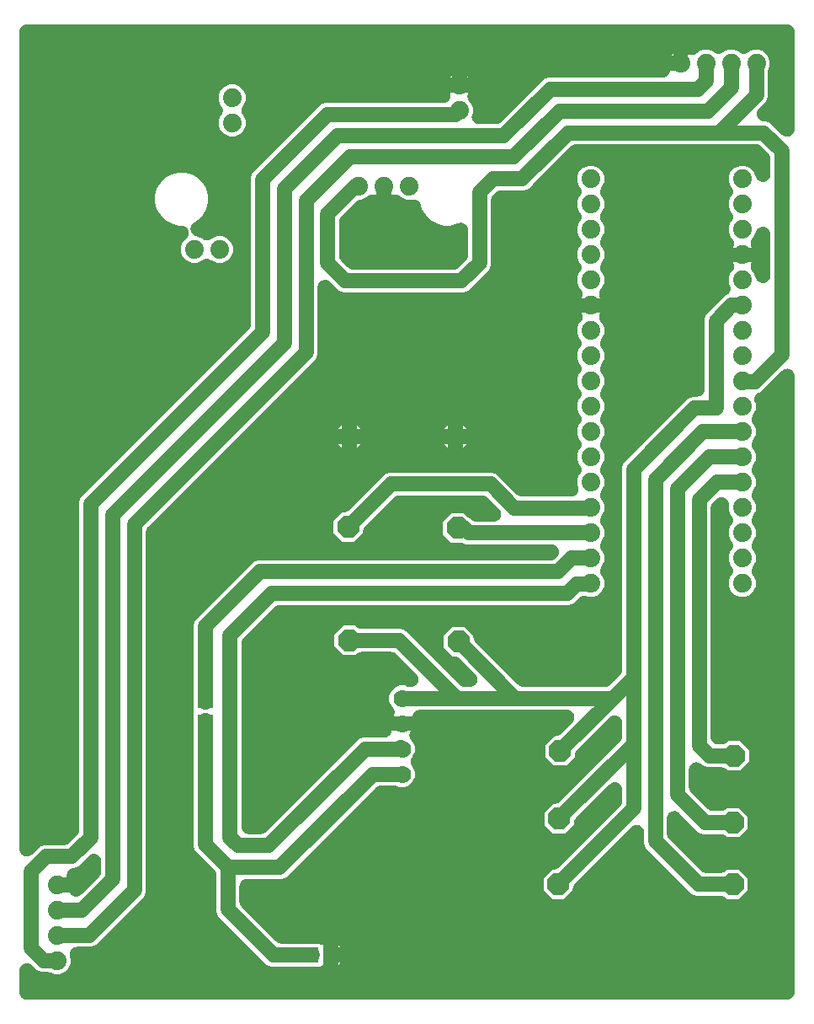
<source format=gbr>
G04 EAGLE Gerber RS-274X export*
G75*
%MOMM*%
%FSLAX34Y34*%
%LPD*%
%INTop Copper*%
%IPPOS*%
%AMOC8*
5,1,8,0,0,1.08239X$1,22.5*%
G01*
%ADD10C,1.879600*%
%ADD11C,1.778000*%
%ADD12P,2.336880X8X22.500000*%
%ADD13R,1.500000X1.300000*%
%ADD14R,1.300000X1.500000*%
%ADD15C,1.500000*%

G36*
X781726Y643944D02*
X781726Y643944D01*
X781718Y643943D01*
X781574Y643924D01*
X781497Y643918D01*
X781421Y643913D01*
X781335Y643897D01*
X781191Y643872D01*
X780959Y643841D01*
X780949Y643839D01*
X780809Y643805D01*
X780658Y643778D01*
X780433Y643714D01*
X780206Y643659D01*
X780196Y643656D01*
X780061Y643608D01*
X779913Y643566D01*
X779696Y643479D01*
X779476Y643401D01*
X779337Y643335D01*
X779195Y643278D01*
X778988Y643169D01*
X778777Y643069D01*
X778646Y642989D01*
X778509Y642917D01*
X778315Y642788D01*
X778115Y642666D01*
X777993Y642573D01*
X777865Y642488D01*
X777749Y642387D01*
X777644Y642308D01*
X777499Y642197D01*
X777378Y642084D01*
X777151Y641871D01*
X777037Y641773D01*
X756415Y621150D01*
X754015Y620156D01*
X753738Y620024D01*
X753457Y619898D01*
X753388Y619858D01*
X753316Y619823D01*
X753054Y619664D01*
X752788Y619509D01*
X752723Y619462D01*
X752655Y619420D01*
X752411Y619234D01*
X752162Y619053D01*
X752102Y618999D01*
X752039Y618951D01*
X751815Y618741D01*
X751586Y618535D01*
X751533Y618475D01*
X751474Y618421D01*
X751273Y618189D01*
X751067Y617960D01*
X751020Y617896D01*
X750968Y617835D01*
X750792Y617583D01*
X750610Y617335D01*
X750570Y617266D01*
X750524Y617201D01*
X750375Y616932D01*
X750220Y616667D01*
X750187Y616593D01*
X750148Y616523D01*
X750028Y616241D01*
X749901Y615961D01*
X749876Y615885D01*
X749844Y615811D01*
X749754Y615518D01*
X749657Y615226D01*
X749639Y615148D01*
X749616Y615072D01*
X749555Y614770D01*
X749489Y614470D01*
X749480Y614391D01*
X749464Y614312D01*
X749435Y614006D01*
X749400Y613701D01*
X749399Y613621D01*
X749392Y613541D01*
X749395Y613234D01*
X749391Y612927D01*
X749399Y612847D01*
X749399Y612767D01*
X749434Y612462D01*
X749462Y612156D01*
X749478Y612077D01*
X749487Y611998D01*
X749553Y611697D01*
X749612Y611396D01*
X749632Y611336D01*
X749653Y611242D01*
X749896Y610506D01*
X749936Y610418D01*
X749956Y610358D01*
X750699Y608565D01*
X750699Y603235D01*
X748643Y598272D01*
X748435Y598051D01*
X748387Y597987D01*
X748333Y597928D01*
X748152Y597680D01*
X747965Y597435D01*
X747924Y597367D01*
X747876Y597302D01*
X747722Y597037D01*
X747562Y596775D01*
X747527Y596702D01*
X747487Y596633D01*
X747361Y596353D01*
X747228Y596076D01*
X747201Y596000D01*
X747168Y595927D01*
X747072Y595635D01*
X746969Y595346D01*
X746950Y595269D01*
X746924Y595192D01*
X746858Y594892D01*
X746786Y594594D01*
X746775Y594515D01*
X746758Y594436D01*
X746723Y594131D01*
X746681Y593827D01*
X746679Y593746D01*
X746670Y593667D01*
X746666Y593360D01*
X746656Y593053D01*
X746662Y592973D01*
X746661Y592893D01*
X746690Y592587D01*
X746712Y592280D01*
X746725Y592202D01*
X746733Y592122D01*
X746793Y591820D01*
X746846Y591518D01*
X746868Y591441D01*
X746884Y591362D01*
X746974Y591068D01*
X747058Y590773D01*
X747088Y590699D01*
X747112Y590622D01*
X747232Y590340D01*
X747346Y590055D01*
X747384Y589984D01*
X747415Y589910D01*
X747564Y589641D01*
X747707Y589369D01*
X747751Y589303D01*
X747790Y589233D01*
X747966Y588981D01*
X748136Y588725D01*
X748178Y588677D01*
X748233Y588598D01*
X748647Y588119D01*
X750699Y583165D01*
X750699Y577835D01*
X748643Y572872D01*
X748435Y572651D01*
X748387Y572587D01*
X748333Y572528D01*
X748152Y572280D01*
X747965Y572035D01*
X747924Y571967D01*
X747876Y571902D01*
X747722Y571637D01*
X747562Y571375D01*
X747527Y571302D01*
X747487Y571233D01*
X747361Y570953D01*
X747228Y570676D01*
X747201Y570600D01*
X747168Y570527D01*
X747072Y570235D01*
X746969Y569946D01*
X746950Y569869D01*
X746924Y569792D01*
X746858Y569492D01*
X746786Y569194D01*
X746775Y569115D01*
X746758Y569036D01*
X746723Y568731D01*
X746681Y568427D01*
X746679Y568346D01*
X746670Y568267D01*
X746666Y567960D01*
X746656Y567653D01*
X746662Y567573D01*
X746661Y567493D01*
X746690Y567187D01*
X746712Y566880D01*
X746725Y566802D01*
X746733Y566722D01*
X746793Y566420D01*
X746846Y566118D01*
X746868Y566041D01*
X746884Y565962D01*
X746974Y565668D01*
X747058Y565373D01*
X747088Y565299D01*
X747112Y565222D01*
X747232Y564940D01*
X747346Y564655D01*
X747384Y564584D01*
X747415Y564510D01*
X747564Y564241D01*
X747707Y563969D01*
X747751Y563903D01*
X747790Y563833D01*
X747966Y563581D01*
X748136Y563325D01*
X748178Y563277D01*
X748233Y563198D01*
X748647Y562719D01*
X750699Y557765D01*
X750699Y552435D01*
X748643Y547472D01*
X748435Y547251D01*
X748387Y547187D01*
X748333Y547128D01*
X748152Y546880D01*
X747965Y546635D01*
X747924Y546567D01*
X747876Y546502D01*
X747722Y546237D01*
X747562Y545975D01*
X747527Y545902D01*
X747487Y545833D01*
X747361Y545553D01*
X747228Y545276D01*
X747201Y545200D01*
X747168Y545127D01*
X747072Y544835D01*
X746969Y544546D01*
X746950Y544469D01*
X746924Y544392D01*
X746858Y544092D01*
X746786Y543794D01*
X746775Y543715D01*
X746758Y543636D01*
X746723Y543331D01*
X746681Y543027D01*
X746679Y542946D01*
X746670Y542867D01*
X746666Y542560D01*
X746656Y542253D01*
X746662Y542173D01*
X746661Y542093D01*
X746690Y541787D01*
X746712Y541480D01*
X746725Y541402D01*
X746733Y541322D01*
X746793Y541020D01*
X746846Y540718D01*
X746868Y540641D01*
X746884Y540562D01*
X746974Y540268D01*
X747058Y539973D01*
X747088Y539899D01*
X747112Y539822D01*
X747232Y539540D01*
X747346Y539255D01*
X747384Y539184D01*
X747415Y539110D01*
X747564Y538841D01*
X747707Y538569D01*
X747751Y538503D01*
X747790Y538433D01*
X747966Y538181D01*
X748136Y537925D01*
X748178Y537877D01*
X748233Y537798D01*
X748647Y537319D01*
X750699Y532365D01*
X750699Y527035D01*
X748643Y522072D01*
X748435Y521851D01*
X748387Y521787D01*
X748333Y521728D01*
X748152Y521480D01*
X747965Y521235D01*
X747924Y521167D01*
X747876Y521102D01*
X747722Y520837D01*
X747562Y520575D01*
X747527Y520502D01*
X747487Y520433D01*
X747361Y520153D01*
X747228Y519876D01*
X747201Y519800D01*
X747168Y519727D01*
X747072Y519435D01*
X746969Y519146D01*
X746950Y519069D01*
X746924Y518992D01*
X746858Y518692D01*
X746786Y518394D01*
X746775Y518315D01*
X746758Y518236D01*
X746723Y517931D01*
X746681Y517627D01*
X746679Y517546D01*
X746670Y517467D01*
X746666Y517160D01*
X746656Y516853D01*
X746662Y516773D01*
X746661Y516693D01*
X746690Y516387D01*
X746712Y516080D01*
X746725Y516002D01*
X746733Y515922D01*
X746793Y515620D01*
X746846Y515318D01*
X746868Y515241D01*
X746884Y515162D01*
X746974Y514868D01*
X747058Y514573D01*
X747088Y514499D01*
X747112Y514422D01*
X747232Y514140D01*
X747346Y513855D01*
X747384Y513784D01*
X747415Y513710D01*
X747564Y513441D01*
X747707Y513169D01*
X747751Y513103D01*
X747790Y513033D01*
X747966Y512781D01*
X748136Y512525D01*
X748178Y512477D01*
X748233Y512398D01*
X748647Y511919D01*
X750699Y506965D01*
X750699Y501635D01*
X748643Y496672D01*
X748435Y496451D01*
X748387Y496387D01*
X748333Y496328D01*
X748152Y496080D01*
X747965Y495835D01*
X747924Y495767D01*
X747876Y495702D01*
X747722Y495437D01*
X747562Y495175D01*
X747527Y495102D01*
X747487Y495033D01*
X747361Y494753D01*
X747228Y494476D01*
X747201Y494400D01*
X747168Y494327D01*
X747072Y494035D01*
X746969Y493746D01*
X746950Y493669D01*
X746924Y493592D01*
X746858Y493292D01*
X746786Y492994D01*
X746775Y492915D01*
X746758Y492836D01*
X746723Y492531D01*
X746681Y492227D01*
X746679Y492146D01*
X746670Y492067D01*
X746666Y491760D01*
X746656Y491453D01*
X746662Y491373D01*
X746661Y491293D01*
X746690Y490987D01*
X746712Y490680D01*
X746725Y490602D01*
X746733Y490522D01*
X746793Y490220D01*
X746846Y489918D01*
X746868Y489841D01*
X746884Y489762D01*
X746974Y489468D01*
X747058Y489173D01*
X747088Y489099D01*
X747112Y489022D01*
X747232Y488740D01*
X747346Y488455D01*
X747384Y488384D01*
X747415Y488310D01*
X747564Y488041D01*
X747707Y487769D01*
X747751Y487703D01*
X747790Y487633D01*
X747966Y487381D01*
X748136Y487125D01*
X748178Y487077D01*
X748233Y486998D01*
X748647Y486519D01*
X750699Y481565D01*
X750699Y476235D01*
X748643Y471272D01*
X748435Y471051D01*
X748387Y470987D01*
X748333Y470928D01*
X748152Y470680D01*
X747965Y470435D01*
X747924Y470367D01*
X747876Y470302D01*
X747722Y470037D01*
X747562Y469775D01*
X747527Y469702D01*
X747487Y469633D01*
X747361Y469353D01*
X747228Y469076D01*
X747201Y469000D01*
X747168Y468927D01*
X747072Y468635D01*
X746969Y468346D01*
X746950Y468269D01*
X746924Y468192D01*
X746858Y467892D01*
X746786Y467594D01*
X746775Y467515D01*
X746758Y467436D01*
X746723Y467131D01*
X746681Y466827D01*
X746679Y466746D01*
X746670Y466667D01*
X746666Y466360D01*
X746656Y466053D01*
X746662Y465973D01*
X746661Y465893D01*
X746690Y465587D01*
X746712Y465280D01*
X746725Y465202D01*
X746733Y465122D01*
X746793Y464820D01*
X746846Y464518D01*
X746868Y464441D01*
X746884Y464362D01*
X746974Y464068D01*
X747058Y463773D01*
X747088Y463699D01*
X747112Y463622D01*
X747232Y463340D01*
X747346Y463055D01*
X747384Y462984D01*
X747415Y462910D01*
X747564Y462641D01*
X747707Y462369D01*
X747751Y462303D01*
X747790Y462233D01*
X747966Y461981D01*
X748136Y461725D01*
X748178Y461677D01*
X748233Y461598D01*
X748647Y461119D01*
X750699Y456165D01*
X750699Y450835D01*
X748643Y445872D01*
X748435Y445651D01*
X748387Y445587D01*
X748333Y445528D01*
X748152Y445280D01*
X747965Y445035D01*
X747924Y444967D01*
X747876Y444902D01*
X747722Y444637D01*
X747562Y444375D01*
X747527Y444302D01*
X747487Y444233D01*
X747361Y443953D01*
X747228Y443676D01*
X747201Y443600D01*
X747168Y443527D01*
X747072Y443235D01*
X746969Y442946D01*
X746950Y442869D01*
X746924Y442792D01*
X746858Y442492D01*
X746786Y442194D01*
X746775Y442115D01*
X746758Y442036D01*
X746723Y441731D01*
X746681Y441427D01*
X746679Y441346D01*
X746670Y441267D01*
X746666Y440960D01*
X746656Y440653D01*
X746662Y440573D01*
X746661Y440493D01*
X746690Y440187D01*
X746712Y439880D01*
X746725Y439802D01*
X746733Y439722D01*
X746793Y439420D01*
X746846Y439118D01*
X746868Y439041D01*
X746884Y438962D01*
X746974Y438668D01*
X747058Y438373D01*
X747088Y438299D01*
X747112Y438222D01*
X747232Y437940D01*
X747346Y437655D01*
X747384Y437584D01*
X747415Y437510D01*
X747564Y437241D01*
X747707Y436969D01*
X747751Y436903D01*
X747790Y436833D01*
X747966Y436581D01*
X748136Y436325D01*
X748178Y436277D01*
X748233Y436198D01*
X748647Y435719D01*
X750699Y430765D01*
X750699Y425435D01*
X748659Y420510D01*
X744890Y416741D01*
X739965Y414701D01*
X734635Y414701D01*
X729710Y416741D01*
X725941Y420510D01*
X723901Y425435D01*
X723901Y430765D01*
X725957Y435728D01*
X726165Y435949D01*
X726213Y436013D01*
X726267Y436072D01*
X726448Y436320D01*
X726635Y436565D01*
X726676Y436633D01*
X726723Y436698D01*
X726878Y436963D01*
X727038Y437225D01*
X727073Y437298D01*
X727113Y437367D01*
X727239Y437647D01*
X727372Y437924D01*
X727399Y438000D01*
X727431Y438073D01*
X727528Y438364D01*
X727631Y438654D01*
X727650Y438731D01*
X727675Y438807D01*
X727742Y439107D01*
X727814Y439406D01*
X727825Y439486D01*
X727842Y439563D01*
X727877Y439869D01*
X727919Y440173D01*
X727921Y440253D01*
X727930Y440333D01*
X727934Y440640D01*
X727944Y440947D01*
X727938Y441027D01*
X727939Y441107D01*
X727910Y441413D01*
X727888Y441719D01*
X727875Y441798D01*
X727867Y441878D01*
X727807Y442180D01*
X727754Y442482D01*
X727732Y442559D01*
X727716Y442637D01*
X727626Y442931D01*
X727542Y443227D01*
X727512Y443301D01*
X727488Y443377D01*
X727368Y443660D01*
X727254Y443945D01*
X727216Y444016D01*
X727185Y444090D01*
X727036Y444359D01*
X726893Y444630D01*
X726849Y444697D01*
X726810Y444767D01*
X726634Y445020D01*
X726464Y445275D01*
X726422Y445323D01*
X726367Y445402D01*
X725953Y445881D01*
X723901Y450835D01*
X723901Y456165D01*
X725957Y461128D01*
X726165Y461349D01*
X726213Y461413D01*
X726267Y461472D01*
X726448Y461720D01*
X726635Y461965D01*
X726676Y462033D01*
X726723Y462098D01*
X726878Y462363D01*
X727038Y462625D01*
X727073Y462698D01*
X727113Y462767D01*
X727239Y463047D01*
X727372Y463324D01*
X727399Y463400D01*
X727431Y463473D01*
X727528Y463764D01*
X727631Y464054D01*
X727650Y464131D01*
X727675Y464207D01*
X727742Y464507D01*
X727814Y464806D01*
X727825Y464886D01*
X727842Y464963D01*
X727877Y465268D01*
X727919Y465573D01*
X727921Y465653D01*
X727930Y465733D01*
X727934Y466040D01*
X727944Y466347D01*
X727938Y466427D01*
X727939Y466507D01*
X727910Y466813D01*
X727888Y467119D01*
X727875Y467198D01*
X727867Y467278D01*
X727807Y467580D01*
X727754Y467882D01*
X727732Y467959D01*
X727716Y468037D01*
X727626Y468331D01*
X727542Y468627D01*
X727512Y468701D01*
X727488Y468777D01*
X727368Y469060D01*
X727254Y469345D01*
X727216Y469416D01*
X727185Y469490D01*
X727036Y469759D01*
X726893Y470030D01*
X726849Y470097D01*
X726810Y470167D01*
X726634Y470420D01*
X726464Y470675D01*
X726422Y470723D01*
X726367Y470802D01*
X725953Y471281D01*
X723901Y476235D01*
X723901Y481565D01*
X725957Y486528D01*
X726165Y486749D01*
X726213Y486813D01*
X726267Y486872D01*
X726448Y487120D01*
X726635Y487365D01*
X726676Y487433D01*
X726723Y487498D01*
X726878Y487763D01*
X727038Y488025D01*
X727073Y488098D01*
X727113Y488167D01*
X727239Y488447D01*
X727372Y488724D01*
X727399Y488800D01*
X727431Y488873D01*
X727528Y489164D01*
X727631Y489454D01*
X727650Y489531D01*
X727675Y489607D01*
X727742Y489907D01*
X727814Y490206D01*
X727825Y490286D01*
X727842Y490363D01*
X727877Y490669D01*
X727919Y490973D01*
X727921Y491053D01*
X727930Y491133D01*
X727934Y491440D01*
X727944Y491747D01*
X727938Y491827D01*
X727939Y491907D01*
X727910Y492213D01*
X727888Y492519D01*
X727875Y492598D01*
X727867Y492678D01*
X727807Y492980D01*
X727754Y493282D01*
X727732Y493359D01*
X727716Y493437D01*
X727626Y493731D01*
X727542Y494027D01*
X727512Y494101D01*
X727488Y494177D01*
X727368Y494460D01*
X727254Y494745D01*
X727216Y494816D01*
X727185Y494890D01*
X727036Y495159D01*
X726893Y495430D01*
X726849Y495497D01*
X726810Y495567D01*
X726634Y495820D01*
X726464Y496075D01*
X726422Y496123D01*
X726367Y496202D01*
X725953Y496681D01*
X723901Y501635D01*
X723901Y507429D01*
X723893Y507583D01*
X723895Y507737D01*
X723873Y507970D01*
X723861Y508203D01*
X723838Y508355D01*
X723823Y508508D01*
X723778Y508737D01*
X723742Y508968D01*
X723703Y509116D01*
X723673Y509267D01*
X723604Y509490D01*
X723544Y509716D01*
X723490Y509860D01*
X723444Y510007D01*
X723353Y510222D01*
X723270Y510441D01*
X723201Y510578D01*
X723141Y510719D01*
X723028Y510924D01*
X722923Y511133D01*
X722840Y511262D01*
X722766Y511397D01*
X722632Y511588D01*
X722506Y511785D01*
X722411Y511906D01*
X722323Y512032D01*
X722170Y512209D01*
X722025Y512392D01*
X721917Y512501D01*
X721817Y512618D01*
X721647Y512778D01*
X721483Y512945D01*
X721365Y513043D01*
X721253Y513148D01*
X721067Y513290D01*
X720887Y513439D01*
X720759Y513525D01*
X720637Y513618D01*
X720438Y513740D01*
X720244Y513870D01*
X720108Y513942D01*
X719977Y514022D01*
X719766Y514122D01*
X719559Y514232D01*
X719417Y514289D01*
X719278Y514355D01*
X719058Y514434D01*
X718841Y514521D01*
X718693Y514563D01*
X718548Y514615D01*
X718321Y514670D01*
X718097Y514735D01*
X717946Y514762D01*
X717796Y514798D01*
X717564Y514830D01*
X717334Y514870D01*
X717181Y514882D01*
X717029Y514902D01*
X716795Y514910D01*
X716562Y514927D01*
X716409Y514922D01*
X716255Y514927D01*
X716022Y514911D01*
X715788Y514904D01*
X715636Y514883D01*
X715483Y514872D01*
X715253Y514832D01*
X715021Y514800D01*
X714871Y514764D01*
X714720Y514738D01*
X714496Y514674D01*
X714268Y514619D01*
X714123Y514567D01*
X713975Y514525D01*
X713759Y514438D01*
X713538Y514360D01*
X713399Y514294D01*
X713257Y514237D01*
X713050Y514128D01*
X712839Y514028D01*
X712708Y513948D01*
X712571Y513877D01*
X712377Y513747D01*
X712177Y513625D01*
X712055Y513533D01*
X711927Y513447D01*
X711811Y513347D01*
X711561Y513157D01*
X711213Y512830D01*
X711099Y512732D01*
X707697Y509330D01*
X707648Y509275D01*
X707594Y509225D01*
X707389Y508988D01*
X707179Y508755D01*
X707135Y508696D01*
X707087Y508640D01*
X706907Y508383D01*
X706722Y508130D01*
X706685Y508066D01*
X706643Y508006D01*
X706490Y507731D01*
X706333Y507460D01*
X706303Y507394D01*
X706267Y507329D01*
X706143Y507040D01*
X706014Y506755D01*
X705991Y506685D01*
X705962Y506617D01*
X705869Y506317D01*
X705770Y506020D01*
X705754Y505948D01*
X705733Y505878D01*
X705671Y505570D01*
X705603Y505264D01*
X705595Y505191D01*
X705581Y505118D01*
X705570Y504968D01*
X705515Y504494D01*
X705512Y504181D01*
X705501Y504027D01*
X705501Y274000D01*
X705517Y273693D01*
X705526Y273386D01*
X705537Y273307D01*
X705541Y273227D01*
X705573Y273020D01*
X705588Y272923D01*
X705629Y272619D01*
X705648Y272541D01*
X705660Y272462D01*
X705738Y272165D01*
X705811Y271866D01*
X705838Y271790D01*
X705858Y271713D01*
X705966Y271427D01*
X706069Y271136D01*
X706104Y271064D01*
X706132Y270989D01*
X706269Y270715D01*
X706401Y270437D01*
X706443Y270368D01*
X706479Y270297D01*
X706644Y270038D01*
X706804Y269775D01*
X706852Y269712D01*
X706896Y269644D01*
X707086Y269404D01*
X707273Y269159D01*
X707327Y269100D01*
X707377Y269038D01*
X707592Y268818D01*
X707802Y268594D01*
X707863Y268542D01*
X707919Y268484D01*
X708156Y268288D01*
X708387Y268087D01*
X708453Y268041D01*
X708515Y267990D01*
X708770Y267819D01*
X709022Y267643D01*
X709092Y267604D01*
X709158Y267559D01*
X709430Y267416D01*
X709698Y267267D01*
X709772Y267235D01*
X709843Y267198D01*
X710128Y267083D01*
X710410Y266962D01*
X710487Y266938D01*
X710561Y266908D01*
X710856Y266824D01*
X711150Y266733D01*
X711228Y266717D01*
X711305Y266695D01*
X711607Y266641D01*
X711909Y266581D01*
X711973Y266576D01*
X712068Y266559D01*
X712840Y266502D01*
X712936Y266505D01*
X713000Y266501D01*
X716470Y266501D01*
X716544Y266505D01*
X716617Y266502D01*
X716930Y266525D01*
X717243Y266541D01*
X717316Y266552D01*
X717390Y266557D01*
X717699Y266612D01*
X718008Y266660D01*
X718080Y266679D01*
X718152Y266692D01*
X718454Y266778D01*
X718757Y266858D01*
X718826Y266884D01*
X718897Y266904D01*
X719189Y267021D01*
X719481Y267132D01*
X719547Y267165D01*
X719615Y267192D01*
X719893Y267338D01*
X720173Y267479D01*
X720236Y267519D01*
X720301Y267553D01*
X720561Y267727D01*
X720826Y267896D01*
X720884Y267941D01*
X720945Y267982D01*
X721059Y268080D01*
X721432Y268377D01*
X721656Y268597D01*
X721773Y268697D01*
X722871Y269796D01*
X735129Y269796D01*
X743796Y261129D01*
X743796Y248871D01*
X735129Y240204D01*
X722871Y240204D01*
X721773Y241303D01*
X721718Y241352D01*
X721668Y241406D01*
X721431Y241611D01*
X721198Y241821D01*
X721138Y241865D01*
X721083Y241913D01*
X720826Y242093D01*
X720572Y242278D01*
X720509Y242315D01*
X720448Y242357D01*
X720174Y242509D01*
X719903Y242667D01*
X719836Y242698D01*
X719772Y242733D01*
X719483Y242857D01*
X719197Y242986D01*
X719128Y243009D01*
X719060Y243038D01*
X718760Y243131D01*
X718463Y243230D01*
X718391Y243246D01*
X718320Y243267D01*
X718013Y243329D01*
X717706Y243397D01*
X717633Y243405D01*
X717561Y243419D01*
X717411Y243430D01*
X716937Y243485D01*
X716623Y243488D01*
X716470Y243499D01*
X701712Y243499D01*
X697485Y245250D01*
X696303Y246433D01*
X696189Y246535D01*
X696081Y246646D01*
X695901Y246795D01*
X695728Y246951D01*
X695604Y247042D01*
X695485Y247140D01*
X695291Y247270D01*
X695102Y247408D01*
X694969Y247485D01*
X694842Y247570D01*
X694635Y247680D01*
X694433Y247797D01*
X694293Y247860D01*
X694157Y247932D01*
X693940Y248020D01*
X693727Y248116D01*
X693581Y248164D01*
X693439Y248222D01*
X693214Y248286D01*
X692992Y248360D01*
X692842Y248393D01*
X692695Y248435D01*
X692465Y248476D01*
X692236Y248527D01*
X692084Y248544D01*
X691932Y248571D01*
X691699Y248588D01*
X691467Y248615D01*
X691313Y248616D01*
X691160Y248628D01*
X690927Y248620D01*
X690693Y248623D01*
X690540Y248609D01*
X690386Y248604D01*
X690154Y248573D01*
X689922Y248551D01*
X689771Y248521D01*
X689619Y248501D01*
X689391Y248446D01*
X689162Y248401D01*
X689016Y248355D01*
X688866Y248319D01*
X688646Y248241D01*
X688422Y248172D01*
X688281Y248112D01*
X688136Y248061D01*
X687925Y247961D01*
X687710Y247869D01*
X687576Y247795D01*
X687437Y247729D01*
X687237Y247607D01*
X687033Y247494D01*
X686907Y247406D01*
X686775Y247326D01*
X686589Y247185D01*
X686398Y247051D01*
X686281Y246950D01*
X686159Y246857D01*
X685989Y246698D01*
X685812Y246545D01*
X685706Y246433D01*
X685594Y246328D01*
X685441Y246151D01*
X685281Y245981D01*
X685188Y245859D01*
X685087Y245743D01*
X684953Y245551D01*
X684811Y245365D01*
X684731Y245234D01*
X684643Y245108D01*
X684529Y244904D01*
X684408Y244705D01*
X684341Y244566D01*
X684267Y244432D01*
X684175Y244217D01*
X684074Y244006D01*
X684023Y243861D01*
X683962Y243720D01*
X683893Y243496D01*
X683814Y243276D01*
X683778Y243127D01*
X683733Y242980D01*
X683687Y242751D01*
X683631Y242524D01*
X683611Y242372D01*
X683581Y242221D01*
X683569Y242068D01*
X683527Y241757D01*
X683512Y241280D01*
X683501Y241130D01*
X683501Y223870D01*
X683505Y223797D01*
X683502Y223723D01*
X683525Y223410D01*
X683541Y223097D01*
X683552Y223024D01*
X683557Y222951D01*
X683612Y222642D01*
X683660Y222332D01*
X683679Y222261D01*
X683692Y222188D01*
X683778Y221886D01*
X683858Y221583D01*
X683884Y221515D01*
X683904Y221443D01*
X684021Y221151D01*
X684132Y220859D01*
X684165Y220793D01*
X684192Y220725D01*
X684338Y220447D01*
X684479Y220167D01*
X684519Y220105D01*
X684553Y220040D01*
X684727Y219779D01*
X684896Y219514D01*
X684941Y219456D01*
X684982Y219395D01*
X685080Y219282D01*
X685377Y218908D01*
X685597Y218684D01*
X685697Y218567D01*
X702567Y201697D01*
X702622Y201648D01*
X702672Y201594D01*
X702909Y201389D01*
X703142Y201179D01*
X703202Y201135D01*
X703257Y201087D01*
X703514Y200907D01*
X703768Y200722D01*
X703832Y200685D01*
X703892Y200643D01*
X704166Y200491D01*
X704437Y200333D01*
X704504Y200302D01*
X704568Y200267D01*
X704857Y200143D01*
X705143Y200014D01*
X705213Y199991D01*
X705280Y199962D01*
X705580Y199869D01*
X705878Y199770D01*
X705950Y199754D01*
X706020Y199733D01*
X706327Y199671D01*
X706634Y199603D01*
X706707Y199595D01*
X706779Y199581D01*
X706929Y199570D01*
X707403Y199515D01*
X707717Y199512D01*
X707870Y199501D01*
X715470Y199501D01*
X715544Y199505D01*
X715617Y199502D01*
X715930Y199525D01*
X716243Y199541D01*
X716316Y199552D01*
X716390Y199557D01*
X716699Y199612D01*
X717008Y199660D01*
X717080Y199679D01*
X717152Y199692D01*
X717454Y199778D01*
X717757Y199858D01*
X717826Y199884D01*
X717897Y199904D01*
X718189Y200021D01*
X718481Y200132D01*
X718547Y200165D01*
X718615Y200192D01*
X718893Y200338D01*
X719173Y200479D01*
X719236Y200519D01*
X719301Y200553D01*
X719561Y200727D01*
X719826Y200896D01*
X719884Y200941D01*
X719945Y200982D01*
X720059Y201080D01*
X720432Y201377D01*
X720656Y201597D01*
X720773Y201697D01*
X721871Y202796D01*
X734129Y202796D01*
X742796Y194129D01*
X742796Y181871D01*
X734129Y173204D01*
X721871Y173204D01*
X720773Y174303D01*
X720718Y174352D01*
X720668Y174406D01*
X720431Y174611D01*
X720198Y174821D01*
X720138Y174865D01*
X720083Y174913D01*
X719826Y175093D01*
X719572Y175278D01*
X719509Y175315D01*
X719448Y175357D01*
X719174Y175509D01*
X718903Y175667D01*
X718836Y175698D01*
X718772Y175733D01*
X718483Y175857D01*
X718197Y175986D01*
X718128Y176009D01*
X718060Y176038D01*
X717760Y176131D01*
X717463Y176230D01*
X717391Y176246D01*
X717320Y176267D01*
X717013Y176329D01*
X716706Y176397D01*
X716633Y176405D01*
X716561Y176419D01*
X716411Y176430D01*
X715937Y176485D01*
X715623Y176488D01*
X715470Y176499D01*
X697712Y176499D01*
X693485Y178250D01*
X674303Y197433D01*
X674189Y197536D01*
X674081Y197646D01*
X673901Y197795D01*
X673728Y197951D01*
X673604Y198042D01*
X673485Y198140D01*
X673291Y198270D01*
X673102Y198408D01*
X672969Y198485D01*
X672842Y198570D01*
X672635Y198680D01*
X672433Y198797D01*
X672293Y198860D01*
X672157Y198932D01*
X671940Y199020D01*
X671727Y199116D01*
X671582Y199164D01*
X671439Y199222D01*
X671214Y199286D01*
X670992Y199360D01*
X670842Y199393D01*
X670695Y199435D01*
X670465Y199476D01*
X670236Y199527D01*
X670084Y199544D01*
X669932Y199571D01*
X669699Y199588D01*
X669467Y199615D01*
X669313Y199616D01*
X669160Y199628D01*
X668927Y199620D01*
X668693Y199623D01*
X668540Y199609D01*
X668386Y199604D01*
X668154Y199573D01*
X667922Y199551D01*
X667771Y199521D01*
X667619Y199501D01*
X667391Y199446D01*
X667162Y199401D01*
X667016Y199355D01*
X666866Y199319D01*
X666646Y199241D01*
X666422Y199172D01*
X666281Y199112D01*
X666136Y199061D01*
X665925Y198960D01*
X665710Y198869D01*
X665576Y198795D01*
X665437Y198729D01*
X665237Y198607D01*
X665033Y198494D01*
X664907Y198406D01*
X664775Y198326D01*
X664589Y198185D01*
X664398Y198051D01*
X664281Y197950D01*
X664159Y197857D01*
X663988Y197697D01*
X663812Y197545D01*
X663706Y197433D01*
X663594Y197328D01*
X663441Y197151D01*
X663281Y196981D01*
X663188Y196859D01*
X663087Y196743D01*
X662953Y196551D01*
X662811Y196365D01*
X662731Y196234D01*
X662643Y196108D01*
X662530Y195904D01*
X662408Y195705D01*
X662341Y195566D01*
X662267Y195432D01*
X662175Y195217D01*
X662074Y195006D01*
X662023Y194861D01*
X661962Y194720D01*
X661893Y194496D01*
X661814Y194276D01*
X661778Y194127D01*
X661733Y193980D01*
X661687Y193751D01*
X661631Y193524D01*
X661611Y193372D01*
X661581Y193221D01*
X661569Y193067D01*
X661527Y192757D01*
X661512Y192280D01*
X661501Y192130D01*
X661501Y176870D01*
X661505Y176797D01*
X661502Y176723D01*
X661525Y176410D01*
X661541Y176097D01*
X661552Y176024D01*
X661557Y175951D01*
X661612Y175642D01*
X661660Y175332D01*
X661679Y175261D01*
X661692Y175188D01*
X661778Y174886D01*
X661858Y174583D01*
X661884Y174515D01*
X661904Y174443D01*
X662021Y174151D01*
X662132Y173859D01*
X662165Y173793D01*
X662192Y173725D01*
X662338Y173447D01*
X662479Y173167D01*
X662519Y173105D01*
X662553Y173040D01*
X662727Y172779D01*
X662896Y172514D01*
X662941Y172456D01*
X662982Y172395D01*
X663080Y172282D01*
X663377Y171908D01*
X663597Y171684D01*
X663697Y171567D01*
X695567Y139697D01*
X695622Y139648D01*
X695672Y139594D01*
X695909Y139389D01*
X696142Y139179D01*
X696202Y139135D01*
X696257Y139087D01*
X696514Y138907D01*
X696768Y138722D01*
X696832Y138685D01*
X696892Y138643D01*
X697166Y138491D01*
X697437Y138333D01*
X697504Y138302D01*
X697568Y138267D01*
X697857Y138143D01*
X698143Y138014D01*
X698213Y137991D01*
X698280Y137962D01*
X698580Y137869D01*
X698878Y137770D01*
X698950Y137754D01*
X699020Y137733D01*
X699327Y137671D01*
X699634Y137603D01*
X699707Y137595D01*
X699779Y137581D01*
X699929Y137570D01*
X700403Y137515D01*
X700717Y137512D01*
X700870Y137501D01*
X715470Y137501D01*
X715544Y137505D01*
X715617Y137502D01*
X715930Y137525D01*
X716243Y137541D01*
X716316Y137552D01*
X716390Y137557D01*
X716699Y137612D01*
X717008Y137660D01*
X717080Y137679D01*
X717152Y137692D01*
X717454Y137778D01*
X717757Y137858D01*
X717826Y137884D01*
X717897Y137904D01*
X718189Y138021D01*
X718481Y138132D01*
X718547Y138165D01*
X718615Y138192D01*
X718893Y138338D01*
X719173Y138479D01*
X719236Y138519D01*
X719301Y138553D01*
X719561Y138727D01*
X719826Y138896D01*
X719884Y138941D01*
X719945Y138982D01*
X720059Y139080D01*
X720432Y139377D01*
X720656Y139597D01*
X720773Y139697D01*
X721871Y140796D01*
X734129Y140796D01*
X742796Y132129D01*
X742796Y119871D01*
X734129Y111204D01*
X721871Y111204D01*
X720773Y112303D01*
X720718Y112352D01*
X720668Y112406D01*
X720431Y112611D01*
X720198Y112821D01*
X720138Y112865D01*
X720083Y112913D01*
X719826Y113093D01*
X719572Y113278D01*
X719509Y113315D01*
X719448Y113357D01*
X719174Y113509D01*
X718903Y113667D01*
X718836Y113698D01*
X718772Y113733D01*
X718483Y113857D01*
X718197Y113986D01*
X718128Y114009D01*
X718060Y114038D01*
X717760Y114131D01*
X717463Y114230D01*
X717391Y114246D01*
X717320Y114267D01*
X717013Y114329D01*
X716706Y114397D01*
X716633Y114405D01*
X716561Y114419D01*
X716411Y114430D01*
X715937Y114485D01*
X715623Y114488D01*
X715470Y114499D01*
X690712Y114499D01*
X686485Y116250D01*
X640250Y162485D01*
X638499Y166712D01*
X638499Y178130D01*
X638491Y178283D01*
X638493Y178437D01*
X638471Y178670D01*
X638459Y178903D01*
X638436Y179055D01*
X638421Y179208D01*
X638376Y179437D01*
X638340Y179668D01*
X638301Y179817D01*
X638271Y179968D01*
X638202Y180191D01*
X638142Y180417D01*
X638088Y180560D01*
X638042Y180708D01*
X637951Y180923D01*
X637868Y181141D01*
X637799Y181278D01*
X637739Y181420D01*
X637626Y181625D01*
X637521Y181833D01*
X637438Y181963D01*
X637364Y182097D01*
X637230Y182289D01*
X637104Y182486D01*
X637009Y182606D01*
X636921Y182732D01*
X636768Y182909D01*
X636623Y183092D01*
X636515Y183202D01*
X636415Y183318D01*
X636245Y183478D01*
X636081Y183646D01*
X635963Y183744D01*
X635851Y183849D01*
X635665Y183991D01*
X635485Y184140D01*
X635357Y184226D01*
X635235Y184319D01*
X635036Y184441D01*
X634842Y184570D01*
X634706Y184642D01*
X634575Y184722D01*
X634364Y184823D01*
X634157Y184932D01*
X634014Y184990D01*
X633876Y185056D01*
X633656Y185134D01*
X633439Y185222D01*
X633291Y185264D01*
X633146Y185316D01*
X632919Y185371D01*
X632695Y185435D01*
X632544Y185462D01*
X632394Y185499D01*
X632162Y185530D01*
X631932Y185571D01*
X631779Y185582D01*
X631627Y185603D01*
X631393Y185610D01*
X631160Y185628D01*
X631007Y185623D01*
X630853Y185628D01*
X630620Y185611D01*
X630386Y185604D01*
X630234Y185584D01*
X630081Y185573D01*
X629851Y185532D01*
X629619Y185501D01*
X629469Y185465D01*
X629318Y185438D01*
X629094Y185374D01*
X628866Y185319D01*
X628721Y185268D01*
X628573Y185226D01*
X628356Y185139D01*
X628136Y185061D01*
X627997Y184995D01*
X627855Y184938D01*
X627648Y184829D01*
X627437Y184729D01*
X627306Y184649D01*
X627169Y184577D01*
X626975Y184448D01*
X626775Y184326D01*
X626653Y184233D01*
X626525Y184148D01*
X626409Y184047D01*
X626159Y183857D01*
X625811Y183531D01*
X625697Y183433D01*
X568992Y126728D01*
X568943Y126673D01*
X568889Y126623D01*
X568684Y126386D01*
X568474Y126153D01*
X568430Y126093D01*
X568382Y126038D01*
X568202Y125781D01*
X568017Y125527D01*
X567980Y125463D01*
X567938Y125403D01*
X567786Y125129D01*
X567628Y124858D01*
X567597Y124791D01*
X567562Y124727D01*
X567438Y124438D01*
X567309Y124152D01*
X567286Y124082D01*
X567257Y124015D01*
X567164Y123715D01*
X567065Y123417D01*
X567049Y123345D01*
X567028Y123275D01*
X566966Y122968D01*
X566898Y122661D01*
X566890Y122588D01*
X566876Y122516D01*
X566865Y122366D01*
X566810Y121892D01*
X566807Y121578D01*
X566796Y121425D01*
X566796Y119871D01*
X558129Y111204D01*
X545871Y111204D01*
X537204Y119871D01*
X537204Y132129D01*
X545871Y140796D01*
X547425Y140796D01*
X547498Y140800D01*
X547572Y140797D01*
X547885Y140820D01*
X548198Y140836D01*
X548271Y140847D01*
X548344Y140852D01*
X548653Y140907D01*
X548963Y140955D01*
X549034Y140974D01*
X549107Y140987D01*
X549409Y141073D01*
X549712Y141153D01*
X549780Y141179D01*
X549852Y141199D01*
X550144Y141316D01*
X550436Y141427D01*
X550502Y141460D01*
X550570Y141487D01*
X550848Y141633D01*
X551128Y141774D01*
X551190Y141814D01*
X551255Y141848D01*
X551516Y142022D01*
X551781Y142191D01*
X551839Y142236D01*
X551900Y142277D01*
X552013Y142375D01*
X552387Y142672D01*
X552611Y142892D01*
X552728Y142992D01*
X614303Y204567D01*
X614352Y204622D01*
X614406Y204672D01*
X614611Y204909D01*
X614821Y205142D01*
X614865Y205202D01*
X614913Y205257D01*
X615093Y205514D01*
X615278Y205768D01*
X615315Y205832D01*
X615357Y205892D01*
X615509Y206166D01*
X615667Y206437D01*
X615698Y206504D01*
X615733Y206568D01*
X615857Y206857D01*
X615986Y207143D01*
X616009Y207213D01*
X616038Y207280D01*
X616131Y207580D01*
X616230Y207878D01*
X616246Y207950D01*
X616267Y208020D01*
X616329Y208326D01*
X616397Y208634D01*
X616405Y208707D01*
X616419Y208779D01*
X616430Y208929D01*
X616485Y209403D01*
X616488Y209717D01*
X616499Y209870D01*
X616499Y221130D01*
X616491Y221283D01*
X616493Y221437D01*
X616471Y221670D01*
X616459Y221903D01*
X616436Y222055D01*
X616421Y222208D01*
X616376Y222437D01*
X616340Y222668D01*
X616301Y222817D01*
X616271Y222968D01*
X616202Y223191D01*
X616142Y223417D01*
X616088Y223560D01*
X616042Y223708D01*
X615951Y223923D01*
X615868Y224141D01*
X615799Y224278D01*
X615739Y224420D01*
X615626Y224625D01*
X615521Y224833D01*
X615438Y224963D01*
X615364Y225097D01*
X615230Y225289D01*
X615104Y225486D01*
X615009Y225606D01*
X614921Y225732D01*
X614768Y225909D01*
X614623Y226092D01*
X614515Y226202D01*
X614415Y226318D01*
X614245Y226478D01*
X614081Y226646D01*
X613963Y226744D01*
X613851Y226849D01*
X613665Y226991D01*
X613485Y227140D01*
X613357Y227226D01*
X613235Y227319D01*
X613036Y227441D01*
X612842Y227570D01*
X612706Y227642D01*
X612575Y227722D01*
X612364Y227823D01*
X612157Y227932D01*
X612014Y227990D01*
X611876Y228056D01*
X611656Y228134D01*
X611439Y228222D01*
X611291Y228264D01*
X611146Y228316D01*
X610919Y228371D01*
X610695Y228435D01*
X610544Y228462D01*
X610394Y228499D01*
X610162Y228530D01*
X609932Y228571D01*
X609779Y228582D01*
X609627Y228603D01*
X609393Y228610D01*
X609160Y228628D01*
X609007Y228623D01*
X608853Y228628D01*
X608620Y228611D01*
X608386Y228604D01*
X608234Y228584D01*
X608081Y228573D01*
X607851Y228532D01*
X607619Y228501D01*
X607469Y228465D01*
X607318Y228438D01*
X607094Y228374D01*
X606866Y228319D01*
X606721Y228268D01*
X606573Y228226D01*
X606356Y228139D01*
X606136Y228061D01*
X605997Y227995D01*
X605855Y227938D01*
X605648Y227829D01*
X605437Y227729D01*
X605306Y227649D01*
X605169Y227577D01*
X604975Y227448D01*
X604775Y227326D01*
X604653Y227233D01*
X604525Y227148D01*
X604409Y227047D01*
X604159Y226857D01*
X603811Y226531D01*
X603697Y226433D01*
X569992Y192728D01*
X569943Y192673D01*
X569889Y192623D01*
X569684Y192386D01*
X569474Y192153D01*
X569430Y192093D01*
X569382Y192038D01*
X569202Y191781D01*
X569017Y191527D01*
X568980Y191463D01*
X568938Y191403D01*
X568786Y191129D01*
X568628Y190858D01*
X568597Y190791D01*
X568562Y190727D01*
X568438Y190438D01*
X568309Y190152D01*
X568286Y190082D01*
X568257Y190015D01*
X568164Y189715D01*
X568065Y189417D01*
X568049Y189345D01*
X568028Y189275D01*
X567966Y188967D01*
X567898Y188661D01*
X567890Y188588D01*
X567876Y188516D01*
X567865Y188366D01*
X567810Y187892D01*
X567807Y187578D01*
X567796Y187425D01*
X567796Y185871D01*
X559129Y177204D01*
X546871Y177204D01*
X538204Y185871D01*
X538204Y198129D01*
X546871Y206796D01*
X548425Y206796D01*
X548498Y206800D01*
X548572Y206797D01*
X548885Y206820D01*
X549198Y206836D01*
X549271Y206847D01*
X549344Y206852D01*
X549653Y206907D01*
X549963Y206955D01*
X550034Y206974D01*
X550107Y206987D01*
X550409Y207073D01*
X550712Y207153D01*
X550780Y207179D01*
X550852Y207199D01*
X551144Y207316D01*
X551436Y207427D01*
X551502Y207460D01*
X551570Y207487D01*
X551848Y207633D01*
X552128Y207774D01*
X552190Y207814D01*
X552255Y207848D01*
X552516Y208022D01*
X552781Y208191D01*
X552839Y208236D01*
X552900Y208277D01*
X553013Y208375D01*
X553387Y208672D01*
X553611Y208892D01*
X553728Y208992D01*
X614303Y269567D01*
X614352Y269622D01*
X614406Y269672D01*
X614611Y269909D01*
X614821Y270142D01*
X614865Y270202D01*
X614913Y270257D01*
X615093Y270514D01*
X615278Y270768D01*
X615315Y270832D01*
X615357Y270892D01*
X615509Y271166D01*
X615667Y271437D01*
X615698Y271504D01*
X615733Y271568D01*
X615857Y271857D01*
X615986Y272143D01*
X616009Y272213D01*
X616038Y272280D01*
X616131Y272580D01*
X616230Y272878D01*
X616246Y272950D01*
X616267Y273020D01*
X616329Y273327D01*
X616397Y273634D01*
X616405Y273707D01*
X616419Y273779D01*
X616430Y273929D01*
X616485Y274403D01*
X616488Y274717D01*
X616499Y274870D01*
X616499Y288130D01*
X616491Y288283D01*
X616493Y288437D01*
X616471Y288670D01*
X616459Y288903D01*
X616436Y289055D01*
X616421Y289208D01*
X616376Y289437D01*
X616340Y289668D01*
X616301Y289817D01*
X616271Y289968D01*
X616202Y290191D01*
X616142Y290417D01*
X616088Y290560D01*
X616042Y290708D01*
X615951Y290923D01*
X615868Y291141D01*
X615799Y291279D01*
X615739Y291420D01*
X615626Y291624D01*
X615521Y291833D01*
X615438Y291963D01*
X615364Y292097D01*
X615230Y292289D01*
X615104Y292486D01*
X615009Y292606D01*
X614921Y292732D01*
X614768Y292909D01*
X614623Y293092D01*
X614515Y293202D01*
X614415Y293318D01*
X614245Y293478D01*
X614081Y293646D01*
X613963Y293744D01*
X613851Y293849D01*
X613666Y293990D01*
X613485Y294140D01*
X613357Y294226D01*
X613235Y294319D01*
X613036Y294441D01*
X612842Y294570D01*
X612706Y294642D01*
X612575Y294722D01*
X612364Y294823D01*
X612157Y294932D01*
X612014Y294990D01*
X611876Y295056D01*
X611656Y295134D01*
X611439Y295222D01*
X611291Y295264D01*
X611146Y295316D01*
X610919Y295371D01*
X610695Y295435D01*
X610544Y295462D01*
X610394Y295499D01*
X610162Y295530D01*
X609932Y295571D01*
X609779Y295582D01*
X609627Y295603D01*
X609393Y295610D01*
X609160Y295628D01*
X609007Y295623D01*
X608853Y295628D01*
X608620Y295611D01*
X608386Y295604D01*
X608234Y295584D01*
X608081Y295573D01*
X607851Y295532D01*
X607619Y295501D01*
X607469Y295465D01*
X607318Y295438D01*
X607094Y295374D01*
X606866Y295319D01*
X606721Y295268D01*
X606573Y295226D01*
X606356Y295139D01*
X606136Y295061D01*
X605997Y294995D01*
X605855Y294938D01*
X605648Y294829D01*
X605437Y294729D01*
X605305Y294649D01*
X605170Y294577D01*
X604975Y294448D01*
X604775Y294326D01*
X604653Y294233D01*
X604525Y294148D01*
X604409Y294047D01*
X604159Y293857D01*
X603811Y293531D01*
X603697Y293433D01*
X570992Y260728D01*
X570943Y260673D01*
X570889Y260623D01*
X570684Y260386D01*
X570474Y260153D01*
X570430Y260093D01*
X570382Y260038D01*
X570202Y259781D01*
X570017Y259527D01*
X569980Y259463D01*
X569938Y259403D01*
X569786Y259129D01*
X569628Y258858D01*
X569597Y258791D01*
X569562Y258727D01*
X569438Y258438D01*
X569309Y258152D01*
X569286Y258082D01*
X569257Y258015D01*
X569164Y257715D01*
X569065Y257417D01*
X569049Y257345D01*
X569028Y257275D01*
X568966Y256968D01*
X568898Y256661D01*
X568890Y256588D01*
X568876Y256516D01*
X568865Y256366D01*
X568810Y255892D01*
X568807Y255578D01*
X568796Y255425D01*
X568796Y253871D01*
X560129Y245204D01*
X547871Y245204D01*
X539204Y253871D01*
X539204Y266129D01*
X547871Y274796D01*
X549425Y274796D01*
X549498Y274800D01*
X549572Y274797D01*
X549885Y274820D01*
X550198Y274836D01*
X550271Y274847D01*
X550344Y274852D01*
X550654Y274907D01*
X550963Y274955D01*
X551034Y274974D01*
X551107Y274987D01*
X551409Y275073D01*
X551712Y275153D01*
X551780Y275179D01*
X551852Y275199D01*
X552144Y275316D01*
X552436Y275427D01*
X552502Y275460D01*
X552570Y275487D01*
X552848Y275633D01*
X553128Y275774D01*
X553190Y275814D01*
X553255Y275848D01*
X553516Y276022D01*
X553781Y276191D01*
X553839Y276236D01*
X553900Y276277D01*
X554014Y276375D01*
X554387Y276672D01*
X554611Y276892D01*
X554728Y276992D01*
X566233Y288497D01*
X566336Y288611D01*
X566446Y288719D01*
X566595Y288899D01*
X566751Y289072D01*
X566842Y289196D01*
X566940Y289315D01*
X567070Y289509D01*
X567208Y289698D01*
X567285Y289831D01*
X567370Y289958D01*
X567480Y290165D01*
X567597Y290367D01*
X567660Y290507D01*
X567732Y290643D01*
X567820Y290860D01*
X567916Y291073D01*
X567964Y291219D01*
X568022Y291361D01*
X568086Y291586D01*
X568160Y291808D01*
X568193Y291958D01*
X568235Y292105D01*
X568276Y292335D01*
X568327Y292564D01*
X568344Y292716D01*
X568371Y292868D01*
X568388Y293101D01*
X568415Y293333D01*
X568416Y293487D01*
X568428Y293640D01*
X568420Y293873D01*
X568423Y294107D01*
X568409Y294260D01*
X568404Y294414D01*
X568373Y294646D01*
X568351Y294878D01*
X568321Y295029D01*
X568301Y295181D01*
X568246Y295409D01*
X568201Y295638D01*
X568155Y295784D01*
X568119Y295934D01*
X568041Y296154D01*
X567972Y296378D01*
X567912Y296519D01*
X567861Y296664D01*
X567760Y296875D01*
X567669Y297090D01*
X567595Y297224D01*
X567529Y297363D01*
X567407Y297563D01*
X567294Y297767D01*
X567206Y297894D01*
X567126Y298025D01*
X566985Y298211D01*
X566851Y298402D01*
X566750Y298519D01*
X566657Y298641D01*
X566497Y298812D01*
X566345Y298988D01*
X566233Y299094D01*
X566128Y299206D01*
X565951Y299359D01*
X565781Y299519D01*
X565659Y299612D01*
X565543Y299713D01*
X565351Y299847D01*
X565165Y299989D01*
X565034Y300069D01*
X564908Y300157D01*
X564704Y300271D01*
X564505Y300392D01*
X564366Y300459D01*
X564232Y300533D01*
X564017Y300625D01*
X563806Y300726D01*
X563661Y300777D01*
X563520Y300838D01*
X563296Y300907D01*
X563076Y300986D01*
X562927Y301022D01*
X562780Y301067D01*
X562551Y301113D01*
X562324Y301169D01*
X562172Y301189D01*
X562021Y301219D01*
X561868Y301231D01*
X561557Y301273D01*
X561080Y301288D01*
X560930Y301299D01*
X412839Y301299D01*
X412608Y301287D01*
X412378Y301285D01*
X412222Y301267D01*
X412065Y301259D01*
X411838Y301224D01*
X411608Y301198D01*
X411455Y301164D01*
X411300Y301140D01*
X411078Y301081D01*
X410852Y301031D01*
X410703Y300982D01*
X410552Y300942D01*
X410336Y300861D01*
X410117Y300788D01*
X409974Y300724D01*
X409828Y300668D01*
X409621Y300565D01*
X409411Y300470D01*
X409276Y300391D01*
X409135Y300321D01*
X408941Y300197D01*
X408741Y300081D01*
X408615Y299989D01*
X408483Y299904D01*
X408302Y299761D01*
X408116Y299625D01*
X407999Y299520D01*
X407876Y299423D01*
X407712Y299261D01*
X407540Y299107D01*
X407435Y298991D01*
X407323Y298881D01*
X407176Y298704D01*
X407021Y298532D01*
X406929Y298406D01*
X406829Y298285D01*
X406700Y298094D01*
X406564Y297907D01*
X406485Y297772D01*
X406398Y297642D01*
X406290Y297438D01*
X406174Y297238D01*
X406110Y297096D01*
X406036Y296957D01*
X405950Y296743D01*
X405855Y296533D01*
X405806Y296384D01*
X405747Y296239D01*
X405683Y296017D01*
X405611Y295798D01*
X405577Y295645D01*
X405533Y295495D01*
X405493Y295268D01*
X405443Y295042D01*
X405427Y294899D01*
X395000Y294899D01*
X386306Y294899D01*
X386396Y295029D01*
X386493Y295208D01*
X386600Y295382D01*
X386679Y295548D01*
X386767Y295709D01*
X386845Y295897D01*
X386933Y296081D01*
X386995Y296254D01*
X387066Y296423D01*
X387124Y296619D01*
X387193Y296811D01*
X387236Y296989D01*
X387289Y297165D01*
X387328Y297365D01*
X387376Y297563D01*
X387401Y297745D01*
X387435Y297925D01*
X387453Y298128D01*
X387480Y298330D01*
X387486Y298513D01*
X387502Y298696D01*
X387499Y298900D01*
X387505Y299104D01*
X387492Y299287D01*
X387489Y299471D01*
X387464Y299673D01*
X387450Y299876D01*
X387418Y300057D01*
X387396Y300239D01*
X387351Y300438D01*
X387315Y300639D01*
X387265Y300815D01*
X387224Y300994D01*
X387159Y301188D01*
X387103Y301384D01*
X387035Y301554D01*
X386976Y301728D01*
X386891Y301913D01*
X386815Y302102D01*
X386730Y302265D01*
X386653Y302431D01*
X386549Y302607D01*
X386454Y302788D01*
X386353Y302940D01*
X386259Y303098D01*
X386138Y303263D01*
X386025Y303432D01*
X385939Y303531D01*
X385799Y303721D01*
X385364Y304197D01*
X385310Y304260D01*
X384167Y305403D01*
X384072Y305498D01*
X382109Y310236D01*
X382109Y315364D01*
X384072Y320102D01*
X387698Y323728D01*
X392436Y325691D01*
X397564Y325691D01*
X399542Y324872D01*
X399683Y324821D01*
X399822Y324762D01*
X400048Y324692D01*
X400271Y324613D01*
X400418Y324577D01*
X400561Y324533D01*
X400794Y324486D01*
X401024Y324430D01*
X401173Y324410D01*
X401321Y324381D01*
X401475Y324369D01*
X401791Y324326D01*
X402260Y324312D01*
X402412Y324301D01*
X404130Y324301D01*
X404283Y324309D01*
X404437Y324307D01*
X404670Y324329D01*
X404903Y324341D01*
X405055Y324364D01*
X405208Y324379D01*
X405437Y324424D01*
X405668Y324460D01*
X405817Y324499D01*
X405968Y324529D01*
X406191Y324598D01*
X406417Y324658D01*
X406560Y324712D01*
X406708Y324758D01*
X406923Y324849D01*
X407141Y324932D01*
X407278Y325001D01*
X407420Y325061D01*
X407625Y325174D01*
X407833Y325279D01*
X407963Y325362D01*
X408097Y325436D01*
X408289Y325570D01*
X408486Y325696D01*
X408606Y325791D01*
X408732Y325879D01*
X408909Y326032D01*
X409092Y326177D01*
X409202Y326285D01*
X409318Y326385D01*
X409478Y326555D01*
X409646Y326719D01*
X409744Y326837D01*
X409849Y326949D01*
X409991Y327135D01*
X410140Y327315D01*
X410226Y327443D01*
X410319Y327565D01*
X410441Y327764D01*
X410570Y327958D01*
X410642Y328094D01*
X410722Y328225D01*
X410823Y328436D01*
X410932Y328643D01*
X410990Y328786D01*
X411056Y328924D01*
X411134Y329144D01*
X411222Y329361D01*
X411264Y329509D01*
X411316Y329654D01*
X411371Y329881D01*
X411435Y330105D01*
X411462Y330256D01*
X411499Y330406D01*
X411530Y330638D01*
X411571Y330868D01*
X411582Y331021D01*
X411603Y331173D01*
X411610Y331407D01*
X411628Y331640D01*
X411623Y331793D01*
X411628Y331947D01*
X411611Y332180D01*
X411604Y332414D01*
X411584Y332566D01*
X411573Y332719D01*
X411532Y332949D01*
X411501Y333181D01*
X411465Y333331D01*
X411438Y333482D01*
X411374Y333706D01*
X411319Y333934D01*
X411268Y334079D01*
X411226Y334227D01*
X411139Y334444D01*
X411061Y334664D01*
X410995Y334803D01*
X410938Y334945D01*
X410829Y335152D01*
X410729Y335363D01*
X410649Y335494D01*
X410577Y335631D01*
X410448Y335825D01*
X410326Y336025D01*
X410233Y336147D01*
X410148Y336275D01*
X410047Y336391D01*
X409857Y336641D01*
X409531Y336989D01*
X409433Y337103D01*
X389233Y357303D01*
X389178Y357352D01*
X389128Y357406D01*
X388891Y357611D01*
X388658Y357821D01*
X388598Y357865D01*
X388543Y357913D01*
X388286Y358093D01*
X388032Y358278D01*
X387968Y358315D01*
X387908Y358357D01*
X387634Y358509D01*
X387363Y358667D01*
X387296Y358698D01*
X387232Y358733D01*
X386943Y358857D01*
X386657Y358986D01*
X386587Y359009D01*
X386520Y359038D01*
X386220Y359131D01*
X385922Y359230D01*
X385850Y359246D01*
X385780Y359267D01*
X385472Y359329D01*
X385166Y359397D01*
X385093Y359405D01*
X385021Y359419D01*
X384871Y359430D01*
X384397Y359485D01*
X384083Y359488D01*
X383930Y359499D01*
X354530Y359499D01*
X354456Y359495D01*
X354383Y359498D01*
X354348Y359495D01*
X354070Y359475D01*
X353775Y359460D01*
X353757Y359459D01*
X353731Y359455D01*
X353684Y359448D01*
X353610Y359443D01*
X353301Y359388D01*
X353165Y359367D01*
X352992Y359340D01*
X352920Y359321D01*
X352848Y359308D01*
X352546Y359222D01*
X352243Y359142D01*
X352174Y359116D01*
X352103Y359096D01*
X351812Y358979D01*
X351519Y358868D01*
X351453Y358835D01*
X351385Y358808D01*
X351107Y358662D01*
X350827Y358521D01*
X350764Y358481D01*
X350699Y358447D01*
X350438Y358273D01*
X350174Y358104D01*
X350116Y358059D01*
X350055Y358018D01*
X349941Y357919D01*
X349568Y357623D01*
X349343Y357403D01*
X349227Y357303D01*
X348129Y356204D01*
X335871Y356204D01*
X327204Y364871D01*
X327204Y377129D01*
X335871Y385796D01*
X348129Y385796D01*
X349227Y384697D01*
X349282Y384648D01*
X349332Y384594D01*
X349570Y384388D01*
X349802Y384179D01*
X349861Y384135D01*
X349917Y384087D01*
X350174Y383907D01*
X350428Y383722D01*
X350491Y383685D01*
X350552Y383643D01*
X350826Y383490D01*
X351097Y383333D01*
X351164Y383303D01*
X351228Y383267D01*
X351517Y383143D01*
X351803Y383014D01*
X351838Y383002D01*
X351872Y382991D01*
X351940Y382962D01*
X352240Y382869D01*
X352537Y382770D01*
X352609Y382754D01*
X352680Y382733D01*
X352987Y382671D01*
X353293Y382603D01*
X353367Y382595D01*
X353439Y382581D01*
X353589Y382570D01*
X354063Y382515D01*
X354377Y382512D01*
X354530Y382501D01*
X394088Y382501D01*
X398315Y380750D01*
X452567Y326497D01*
X452622Y326448D01*
X452672Y326394D01*
X452909Y326189D01*
X453142Y325979D01*
X453202Y325935D01*
X453257Y325887D01*
X453514Y325707D01*
X453768Y325522D01*
X453832Y325485D01*
X453892Y325443D01*
X454166Y325291D01*
X454437Y325133D01*
X454504Y325102D01*
X454568Y325067D01*
X454857Y324943D01*
X455143Y324814D01*
X455213Y324791D01*
X455280Y324762D01*
X455580Y324669D01*
X455878Y324570D01*
X455950Y324554D01*
X456020Y324533D01*
X456327Y324471D01*
X456634Y324403D01*
X456707Y324395D01*
X456779Y324381D01*
X456929Y324370D01*
X457403Y324315D01*
X457717Y324312D01*
X457870Y324301D01*
X463330Y324301D01*
X463483Y324309D01*
X463637Y324307D01*
X463870Y324329D01*
X464103Y324341D01*
X464255Y324364D01*
X464408Y324379D01*
X464637Y324424D01*
X464868Y324460D01*
X465017Y324499D01*
X465168Y324529D01*
X465391Y324598D01*
X465617Y324658D01*
X465760Y324712D01*
X465908Y324758D01*
X466123Y324849D01*
X466341Y324932D01*
X466478Y325001D01*
X466620Y325061D01*
X466825Y325174D01*
X467033Y325279D01*
X467163Y325362D01*
X467297Y325436D01*
X467489Y325570D01*
X467686Y325696D01*
X467806Y325791D01*
X467932Y325879D01*
X468109Y326032D01*
X468292Y326177D01*
X468402Y326285D01*
X468518Y326385D01*
X468678Y326555D01*
X468846Y326719D01*
X468944Y326837D01*
X469049Y326949D01*
X469191Y327135D01*
X469340Y327315D01*
X469426Y327443D01*
X469519Y327565D01*
X469641Y327764D01*
X469770Y327958D01*
X469842Y328094D01*
X469922Y328225D01*
X470023Y328436D01*
X470132Y328643D01*
X470190Y328786D01*
X470256Y328924D01*
X470334Y329144D01*
X470422Y329361D01*
X470464Y329509D01*
X470516Y329654D01*
X470571Y329881D01*
X470635Y330105D01*
X470662Y330256D01*
X470699Y330406D01*
X470730Y330638D01*
X470771Y330868D01*
X470782Y331021D01*
X470803Y331173D01*
X470810Y331407D01*
X470828Y331640D01*
X470823Y331793D01*
X470828Y331947D01*
X470811Y332180D01*
X470804Y332414D01*
X470784Y332566D01*
X470773Y332719D01*
X470732Y332949D01*
X470701Y333181D01*
X470665Y333331D01*
X470638Y333482D01*
X470574Y333707D01*
X470519Y333934D01*
X470468Y334079D01*
X470426Y334227D01*
X470339Y334444D01*
X470261Y334664D01*
X470195Y334803D01*
X470138Y334945D01*
X470029Y335152D01*
X469929Y335363D01*
X469849Y335494D01*
X469777Y335631D01*
X469648Y335825D01*
X469526Y336025D01*
X469433Y336147D01*
X469348Y336275D01*
X469247Y336391D01*
X469057Y336641D01*
X468731Y336989D01*
X468633Y337103D01*
X452728Y353008D01*
X452704Y353029D01*
X452701Y353033D01*
X452683Y353048D01*
X452673Y353057D01*
X452623Y353111D01*
X452385Y353317D01*
X452153Y353526D01*
X452093Y353570D01*
X452038Y353618D01*
X451781Y353798D01*
X451527Y353983D01*
X451463Y354020D01*
X451403Y354062D01*
X451129Y354214D01*
X450858Y354372D01*
X450791Y354403D01*
X450727Y354438D01*
X450438Y354562D01*
X450152Y354691D01*
X450082Y354714D01*
X450015Y354743D01*
X449715Y354836D01*
X449417Y354935D01*
X449345Y354951D01*
X449275Y354972D01*
X448967Y355034D01*
X448661Y355102D01*
X448588Y355110D01*
X448516Y355124D01*
X448366Y355135D01*
X447892Y355190D01*
X447578Y355193D01*
X447425Y355204D01*
X445871Y355204D01*
X437204Y363871D01*
X437204Y376129D01*
X445871Y384796D01*
X458129Y384796D01*
X466796Y376129D01*
X466796Y374575D01*
X466800Y374502D01*
X466797Y374428D01*
X466820Y374115D01*
X466836Y373802D01*
X466847Y373729D01*
X466852Y373656D01*
X466907Y373347D01*
X466955Y373037D01*
X466974Y372966D01*
X466987Y372893D01*
X467073Y372591D01*
X467153Y372288D01*
X467179Y372220D01*
X467199Y372148D01*
X467316Y371856D01*
X467427Y371564D01*
X467460Y371498D01*
X467487Y371430D01*
X467633Y371152D01*
X467774Y370872D01*
X467814Y370810D01*
X467848Y370745D01*
X468022Y370484D01*
X468191Y370219D01*
X468236Y370161D01*
X468277Y370100D01*
X468375Y369987D01*
X468672Y369613D01*
X468892Y369389D01*
X468992Y369272D01*
X511767Y326497D01*
X511822Y326448D01*
X511872Y326394D01*
X512109Y326189D01*
X512342Y325979D01*
X512402Y325935D01*
X512457Y325887D01*
X512714Y325707D01*
X512968Y325522D01*
X513032Y325485D01*
X513092Y325443D01*
X513366Y325291D01*
X513637Y325133D01*
X513704Y325102D01*
X513768Y325067D01*
X514057Y324943D01*
X514343Y324814D01*
X514413Y324791D01*
X514480Y324762D01*
X514780Y324669D01*
X515078Y324570D01*
X515150Y324554D01*
X515220Y324533D01*
X515527Y324471D01*
X515834Y324403D01*
X515907Y324395D01*
X515979Y324381D01*
X516129Y324370D01*
X516603Y324315D01*
X516917Y324312D01*
X517070Y324301D01*
X598930Y324301D01*
X599003Y324305D01*
X599077Y324302D01*
X599140Y324307D01*
X599390Y324325D01*
X599703Y324341D01*
X599729Y324345D01*
X599776Y324352D01*
X599849Y324357D01*
X600158Y324412D01*
X600276Y324430D01*
X600468Y324460D01*
X600539Y324479D01*
X600612Y324492D01*
X600914Y324578D01*
X601217Y324658D01*
X601285Y324684D01*
X601357Y324704D01*
X601649Y324821D01*
X601941Y324932D01*
X602007Y324965D01*
X602075Y324992D01*
X602353Y325138D01*
X602633Y325279D01*
X602695Y325319D01*
X602760Y325353D01*
X603022Y325527D01*
X603286Y325696D01*
X603344Y325741D01*
X603405Y325782D01*
X603518Y325880D01*
X603892Y326177D01*
X604116Y326397D01*
X604233Y326497D01*
X614303Y336567D01*
X614352Y336622D01*
X614406Y336672D01*
X614612Y336910D01*
X614821Y337142D01*
X614865Y337202D01*
X614913Y337257D01*
X615093Y337514D01*
X615278Y337768D01*
X615315Y337831D01*
X615357Y337892D01*
X615510Y338166D01*
X615667Y338437D01*
X615698Y338504D01*
X615733Y338568D01*
X615857Y338857D01*
X615986Y339143D01*
X616009Y339213D01*
X616038Y339280D01*
X616131Y339580D01*
X616230Y339878D01*
X616246Y339950D01*
X616267Y340020D01*
X616329Y340327D01*
X616397Y340634D01*
X616405Y340707D01*
X616419Y340779D01*
X616430Y340929D01*
X616485Y341403D01*
X616488Y341717D01*
X616499Y341870D01*
X616499Y545288D01*
X618250Y549515D01*
X682985Y614250D01*
X687212Y616001D01*
X692000Y616001D01*
X692307Y616017D01*
X692614Y616026D01*
X692693Y616037D01*
X692773Y616041D01*
X693076Y616088D01*
X693381Y616129D01*
X693459Y616148D01*
X693538Y616160D01*
X693835Y616238D01*
X694134Y616311D01*
X694210Y616338D01*
X694287Y616358D01*
X694573Y616466D01*
X694864Y616569D01*
X694936Y616604D01*
X695011Y616632D01*
X695285Y616769D01*
X695563Y616901D01*
X695632Y616943D01*
X695703Y616979D01*
X695962Y617144D01*
X696225Y617304D01*
X696288Y617352D01*
X696356Y617396D01*
X696596Y617586D01*
X696841Y617773D01*
X696900Y617827D01*
X696962Y617877D01*
X697182Y618092D01*
X697406Y618302D01*
X697458Y618363D01*
X697516Y618419D01*
X697712Y618656D01*
X697913Y618887D01*
X697959Y618953D01*
X698010Y619015D01*
X698181Y619270D01*
X698357Y619522D01*
X698396Y619592D01*
X698441Y619658D01*
X698584Y619930D01*
X698733Y620198D01*
X698765Y620272D01*
X698802Y620343D01*
X698917Y620628D01*
X699038Y620910D01*
X699062Y620987D01*
X699092Y621061D01*
X699176Y621356D01*
X699267Y621650D01*
X699283Y621728D01*
X699305Y621805D01*
X699359Y622107D01*
X699419Y622409D01*
X699424Y622473D01*
X699441Y622568D01*
X699498Y623340D01*
X699495Y623436D01*
X699499Y623500D01*
X699499Y694288D01*
X701250Y698515D01*
X719985Y717250D01*
X720885Y717623D01*
X720990Y717666D01*
X721267Y717798D01*
X721548Y717924D01*
X721617Y717965D01*
X721689Y717999D01*
X721951Y718159D01*
X722035Y718208D01*
X722217Y718313D01*
X722282Y718361D01*
X722350Y718402D01*
X722594Y718588D01*
X722843Y718769D01*
X722903Y718823D01*
X722966Y718871D01*
X723190Y719081D01*
X723419Y719287D01*
X723473Y719347D01*
X723531Y719401D01*
X723732Y719634D01*
X723938Y719862D01*
X723985Y719926D01*
X724037Y719987D01*
X724213Y720239D01*
X724395Y720487D01*
X724435Y720556D01*
X724481Y720622D01*
X724630Y720890D01*
X724785Y721156D01*
X724818Y721229D01*
X724857Y721299D01*
X724978Y721582D01*
X725104Y721861D01*
X725129Y721937D01*
X725161Y722011D01*
X725251Y722305D01*
X725348Y722596D01*
X725366Y722674D01*
X725389Y722751D01*
X725450Y723052D01*
X725516Y723352D01*
X725525Y723431D01*
X725541Y723510D01*
X725570Y723816D01*
X725605Y724121D01*
X725606Y724201D01*
X725613Y724281D01*
X725610Y724588D01*
X725614Y724895D01*
X725606Y724975D01*
X725606Y725055D01*
X725571Y725360D01*
X725543Y725666D01*
X725527Y725745D01*
X725518Y725824D01*
X725452Y726125D01*
X725393Y726426D01*
X725373Y726486D01*
X725352Y726581D01*
X725109Y727316D01*
X725069Y727404D01*
X725049Y727464D01*
X723901Y730235D01*
X723901Y735565D01*
X725941Y740490D01*
X726936Y741484D01*
X727072Y741636D01*
X727216Y741780D01*
X727331Y741923D01*
X727454Y742060D01*
X727574Y742224D01*
X727703Y742383D01*
X727803Y742537D01*
X727911Y742685D01*
X728013Y742861D01*
X728124Y743032D01*
X728208Y743196D01*
X728300Y743354D01*
X728384Y743540D01*
X728477Y743721D01*
X728543Y743892D01*
X728619Y744060D01*
X728683Y744253D01*
X728757Y744443D01*
X728805Y744621D01*
X728863Y744795D01*
X728907Y744994D01*
X728960Y745190D01*
X728990Y745372D01*
X729030Y745551D01*
X729053Y745753D01*
X729086Y745955D01*
X729097Y746138D01*
X729118Y746320D01*
X729120Y746524D01*
X729132Y746727D01*
X729124Y746911D01*
X729126Y747094D01*
X729107Y747297D01*
X729098Y747501D01*
X729071Y747683D01*
X729054Y747865D01*
X729015Y748065D01*
X728985Y748267D01*
X728939Y748445D01*
X728904Y748625D01*
X728844Y748820D01*
X728793Y749017D01*
X728729Y749190D01*
X728675Y749365D01*
X728596Y749552D01*
X728525Y749744D01*
X728444Y749908D01*
X728372Y750077D01*
X728273Y750256D01*
X728183Y750438D01*
X728111Y750548D01*
X727997Y750755D01*
X727965Y750801D01*
X737300Y750801D01*
X746638Y750801D01*
X746578Y750715D01*
X746481Y750536D01*
X746375Y750362D01*
X746295Y750196D01*
X746208Y750035D01*
X746129Y749847D01*
X746041Y749663D01*
X745980Y749490D01*
X745909Y749321D01*
X745850Y749126D01*
X745781Y748934D01*
X745738Y748755D01*
X745685Y748579D01*
X745647Y748379D01*
X745598Y748181D01*
X745574Y747999D01*
X745539Y747819D01*
X745521Y747616D01*
X745494Y747414D01*
X745488Y747231D01*
X745472Y747048D01*
X745476Y746844D01*
X745469Y746640D01*
X745482Y746457D01*
X745485Y746273D01*
X745510Y746071D01*
X745524Y745868D01*
X745556Y745687D01*
X745578Y745505D01*
X745623Y745306D01*
X745659Y745105D01*
X745709Y744929D01*
X745750Y744750D01*
X745815Y744557D01*
X745871Y744361D01*
X745939Y744190D01*
X745998Y744016D01*
X746083Y743831D01*
X746159Y743642D01*
X746245Y743480D01*
X746321Y743313D01*
X746425Y743137D01*
X746520Y742957D01*
X746622Y742804D01*
X746715Y742646D01*
X746836Y742482D01*
X746949Y742312D01*
X747035Y742213D01*
X747175Y742023D01*
X747610Y741547D01*
X747664Y741484D01*
X748659Y740490D01*
X751072Y734665D01*
X751105Y734595D01*
X751132Y734524D01*
X751271Y734246D01*
X751404Y733966D01*
X751444Y733900D01*
X751479Y733831D01*
X751646Y733570D01*
X751808Y733305D01*
X751854Y733244D01*
X751896Y733179D01*
X752089Y732936D01*
X752277Y732689D01*
X752329Y732633D01*
X752377Y732573D01*
X752595Y732351D01*
X752807Y732125D01*
X752865Y732074D01*
X752919Y732019D01*
X753158Y731821D01*
X753393Y731618D01*
X753456Y731574D01*
X753515Y731525D01*
X753773Y731352D01*
X754027Y731174D01*
X754095Y731137D01*
X754158Y731094D01*
X754432Y730950D01*
X754704Y730799D01*
X754775Y730768D01*
X754843Y730732D01*
X755131Y730616D01*
X755416Y730495D01*
X755490Y730472D01*
X755561Y730443D01*
X755859Y730358D01*
X756156Y730266D01*
X756232Y730251D01*
X756305Y730230D01*
X756610Y730175D01*
X756915Y730114D01*
X756992Y730107D01*
X757068Y730094D01*
X757377Y730071D01*
X757686Y730042D01*
X757763Y730043D01*
X757840Y730037D01*
X758150Y730047D01*
X758461Y730050D01*
X758537Y730058D01*
X758614Y730061D01*
X758922Y730102D01*
X759230Y730137D01*
X759305Y730154D01*
X759381Y730164D01*
X759684Y730237D01*
X759986Y730303D01*
X760059Y730327D01*
X760134Y730346D01*
X760427Y730449D01*
X760721Y730547D01*
X760791Y730578D01*
X760864Y730604D01*
X761145Y730737D01*
X761427Y730865D01*
X761494Y730903D01*
X761563Y730936D01*
X761828Y731098D01*
X762097Y731253D01*
X762159Y731299D01*
X762225Y731339D01*
X762472Y731527D01*
X762723Y731709D01*
X762780Y731761D01*
X762841Y731807D01*
X763068Y732020D01*
X763298Y732227D01*
X763350Y732284D01*
X763406Y732337D01*
X763609Y732572D01*
X763817Y732802D01*
X763863Y732864D01*
X763913Y732922D01*
X764091Y733176D01*
X764274Y733427D01*
X764313Y733494D01*
X764357Y733556D01*
X764508Y733827D01*
X764664Y734096D01*
X764696Y734166D01*
X764733Y734233D01*
X764855Y734519D01*
X764983Y734801D01*
X765008Y734874D01*
X765038Y734945D01*
X765130Y735241D01*
X765228Y735536D01*
X765245Y735611D01*
X765267Y735685D01*
X765328Y735988D01*
X765396Y736292D01*
X765404Y736368D01*
X765419Y736444D01*
X765431Y736595D01*
X765431Y736599D01*
X765441Y736656D01*
X765447Y736740D01*
X765484Y737061D01*
X765487Y737281D01*
X765498Y737428D01*
X765496Y737487D01*
X765499Y737535D01*
X765499Y779065D01*
X765495Y779142D01*
X765498Y779219D01*
X765475Y779529D01*
X765459Y779838D01*
X765447Y779914D01*
X765442Y779991D01*
X765388Y780297D01*
X765340Y780603D01*
X765320Y780678D01*
X765307Y780754D01*
X765221Y781052D01*
X765142Y781352D01*
X765115Y781424D01*
X765094Y781498D01*
X764978Y781786D01*
X764868Y782076D01*
X764834Y782145D01*
X764805Y782216D01*
X764660Y782491D01*
X764521Y782769D01*
X764480Y782833D01*
X764444Y782901D01*
X764271Y783160D01*
X764104Y783421D01*
X764057Y783481D01*
X764014Y783545D01*
X763816Y783785D01*
X763623Y784027D01*
X763569Y784082D01*
X763520Y784142D01*
X763298Y784359D01*
X763081Y784581D01*
X763022Y784630D01*
X762967Y784684D01*
X762725Y784876D01*
X762485Y785075D01*
X762421Y785118D01*
X762361Y785166D01*
X762100Y785333D01*
X761842Y785506D01*
X761774Y785542D01*
X761709Y785583D01*
X761431Y785723D01*
X761157Y785868D01*
X761086Y785896D01*
X761017Y785931D01*
X760727Y786041D01*
X760439Y786157D01*
X760365Y786178D01*
X760293Y786205D01*
X759993Y786285D01*
X759695Y786370D01*
X759619Y786384D01*
X759545Y786404D01*
X759238Y786452D01*
X758932Y786506D01*
X758856Y786512D01*
X758780Y786524D01*
X758470Y786540D01*
X758160Y786563D01*
X758083Y786560D01*
X758007Y786564D01*
X757697Y786549D01*
X757386Y786539D01*
X757310Y786529D01*
X757233Y786525D01*
X756927Y786478D01*
X756619Y786436D01*
X756544Y786418D01*
X756468Y786406D01*
X756168Y786327D01*
X755866Y786254D01*
X755794Y786229D01*
X755719Y786209D01*
X755429Y786100D01*
X755136Y785996D01*
X755067Y785963D01*
X754995Y785936D01*
X754717Y785797D01*
X754437Y785664D01*
X754371Y785624D01*
X754302Y785589D01*
X754040Y785422D01*
X753775Y785261D01*
X753714Y785215D01*
X753649Y785173D01*
X753406Y784980D01*
X753159Y784793D01*
X753103Y784740D01*
X753043Y784692D01*
X752821Y784475D01*
X752594Y784263D01*
X752544Y784205D01*
X752489Y784151D01*
X752290Y783912D01*
X752087Y783678D01*
X752043Y783615D01*
X751994Y783556D01*
X751821Y783297D01*
X751643Y783044D01*
X751606Y782977D01*
X751563Y782912D01*
X751494Y782776D01*
X751267Y782367D01*
X751141Y782073D01*
X751072Y781935D01*
X748659Y776110D01*
X747664Y775116D01*
X747528Y774964D01*
X747384Y774820D01*
X747269Y774677D01*
X747146Y774540D01*
X747026Y774376D01*
X746897Y774217D01*
X746797Y774063D01*
X746689Y773915D01*
X746587Y773739D01*
X746476Y773568D01*
X746392Y773404D01*
X746300Y773246D01*
X746216Y773060D01*
X746123Y772879D01*
X746057Y772708D01*
X745981Y772540D01*
X745917Y772347D01*
X745843Y772157D01*
X745795Y771979D01*
X745737Y771805D01*
X745693Y771606D01*
X745640Y771410D01*
X745610Y771228D01*
X745570Y771049D01*
X745547Y770847D01*
X745514Y770645D01*
X745503Y770462D01*
X745482Y770280D01*
X745480Y770076D01*
X745468Y769873D01*
X745476Y769689D01*
X745474Y769506D01*
X745493Y769303D01*
X745502Y769099D01*
X745529Y768917D01*
X745546Y768735D01*
X745585Y768535D01*
X745615Y768333D01*
X745661Y768155D01*
X745696Y767975D01*
X745756Y767780D01*
X745807Y767583D01*
X745871Y767410D01*
X745925Y767235D01*
X746004Y767048D01*
X746075Y766856D01*
X746156Y766692D01*
X746228Y766523D01*
X746327Y766344D01*
X746417Y766162D01*
X746489Y766052D01*
X746603Y765845D01*
X746635Y765799D01*
X737300Y765799D01*
X727962Y765799D01*
X728022Y765885D01*
X728119Y766064D01*
X728225Y766238D01*
X728305Y766404D01*
X728392Y766565D01*
X728471Y766753D01*
X728559Y766937D01*
X728620Y767110D01*
X728691Y767279D01*
X728750Y767474D01*
X728819Y767666D01*
X728862Y767845D01*
X728915Y768021D01*
X728953Y768221D01*
X729002Y768419D01*
X729026Y768601D01*
X729061Y768781D01*
X729079Y768984D01*
X729106Y769186D01*
X729112Y769369D01*
X729128Y769552D01*
X729124Y769756D01*
X729131Y769960D01*
X729118Y770143D01*
X729115Y770327D01*
X729090Y770529D01*
X729076Y770732D01*
X729044Y770913D01*
X729022Y771095D01*
X728977Y771294D01*
X728941Y771495D01*
X728891Y771671D01*
X728850Y771850D01*
X728785Y772043D01*
X728729Y772239D01*
X728661Y772410D01*
X728602Y772584D01*
X728517Y772769D01*
X728441Y772958D01*
X728355Y773120D01*
X728279Y773287D01*
X728175Y773463D01*
X728080Y773643D01*
X727978Y773796D01*
X727885Y773954D01*
X727764Y774118D01*
X727651Y774288D01*
X727565Y774387D01*
X727425Y774577D01*
X726990Y775053D01*
X726936Y775116D01*
X725941Y776110D01*
X723901Y781035D01*
X723901Y786365D01*
X725957Y791328D01*
X726165Y791549D01*
X726213Y791613D01*
X726267Y791672D01*
X726448Y791920D01*
X726635Y792165D01*
X726676Y792233D01*
X726723Y792298D01*
X726878Y792563D01*
X727038Y792825D01*
X727073Y792898D01*
X727113Y792967D01*
X727239Y793247D01*
X727372Y793524D01*
X727399Y793600D01*
X727431Y793673D01*
X727528Y793964D01*
X727631Y794254D01*
X727650Y794331D01*
X727675Y794407D01*
X727742Y794707D01*
X727814Y795006D01*
X727825Y795086D01*
X727842Y795163D01*
X727877Y795469D01*
X727919Y795773D01*
X727921Y795853D01*
X727930Y795933D01*
X727934Y796240D01*
X727944Y796547D01*
X727938Y796627D01*
X727939Y796707D01*
X727910Y797013D01*
X727888Y797319D01*
X727875Y797398D01*
X727867Y797478D01*
X727807Y797780D01*
X727754Y798082D01*
X727732Y798159D01*
X727716Y798237D01*
X727626Y798531D01*
X727542Y798827D01*
X727512Y798901D01*
X727488Y798977D01*
X727368Y799260D01*
X727254Y799545D01*
X727216Y799616D01*
X727185Y799690D01*
X727036Y799959D01*
X726893Y800230D01*
X726849Y800297D01*
X726810Y800367D01*
X726634Y800620D01*
X726464Y800875D01*
X726422Y800923D01*
X726367Y801002D01*
X725953Y801481D01*
X723901Y806435D01*
X723901Y811765D01*
X725957Y816728D01*
X726165Y816949D01*
X726213Y817013D01*
X726267Y817072D01*
X726448Y817320D01*
X726635Y817565D01*
X726676Y817633D01*
X726723Y817698D01*
X726878Y817963D01*
X727038Y818225D01*
X727073Y818298D01*
X727113Y818367D01*
X727239Y818647D01*
X727372Y818924D01*
X727399Y819000D01*
X727431Y819073D01*
X727528Y819364D01*
X727631Y819654D01*
X727650Y819731D01*
X727675Y819807D01*
X727742Y820107D01*
X727814Y820406D01*
X727825Y820486D01*
X727842Y820563D01*
X727877Y820869D01*
X727919Y821173D01*
X727921Y821253D01*
X727930Y821333D01*
X727934Y821640D01*
X727944Y821947D01*
X727938Y822027D01*
X727939Y822107D01*
X727910Y822413D01*
X727888Y822719D01*
X727875Y822798D01*
X727867Y822878D01*
X727807Y823180D01*
X727754Y823482D01*
X727732Y823559D01*
X727716Y823637D01*
X727626Y823931D01*
X727542Y824227D01*
X727512Y824301D01*
X727488Y824377D01*
X727368Y824660D01*
X727254Y824945D01*
X727216Y825016D01*
X727185Y825090D01*
X727036Y825359D01*
X726893Y825630D01*
X726849Y825697D01*
X726810Y825767D01*
X726634Y826020D01*
X726464Y826275D01*
X726422Y826323D01*
X726367Y826402D01*
X725953Y826881D01*
X723901Y831835D01*
X723901Y837165D01*
X725941Y842090D01*
X729710Y845859D01*
X734635Y847899D01*
X739965Y847899D01*
X744890Y845859D01*
X748659Y842090D01*
X751072Y836265D01*
X751105Y836195D01*
X751132Y836124D01*
X751271Y835846D01*
X751404Y835566D01*
X751444Y835500D01*
X751479Y835431D01*
X751646Y835170D01*
X751808Y834905D01*
X751854Y834844D01*
X751896Y834779D01*
X752089Y834536D01*
X752277Y834289D01*
X752329Y834233D01*
X752377Y834173D01*
X752595Y833951D01*
X752807Y833725D01*
X752865Y833674D01*
X752919Y833619D01*
X753158Y833421D01*
X753393Y833218D01*
X753456Y833174D01*
X753515Y833125D01*
X753773Y832952D01*
X754027Y832774D01*
X754095Y832737D01*
X754158Y832694D01*
X754432Y832550D01*
X754704Y832399D01*
X754775Y832368D01*
X754843Y832332D01*
X755131Y832216D01*
X755416Y832095D01*
X755490Y832072D01*
X755561Y832043D01*
X755859Y831958D01*
X756156Y831866D01*
X756232Y831851D01*
X756305Y831830D01*
X756610Y831775D01*
X756915Y831714D01*
X756992Y831707D01*
X757068Y831694D01*
X757377Y831671D01*
X757686Y831642D01*
X757763Y831643D01*
X757840Y831637D01*
X758150Y831647D01*
X758461Y831650D01*
X758537Y831658D01*
X758614Y831661D01*
X758922Y831702D01*
X759230Y831737D01*
X759305Y831754D01*
X759381Y831764D01*
X759684Y831837D01*
X759986Y831903D01*
X760059Y831927D01*
X760134Y831946D01*
X760427Y832049D01*
X760721Y832147D01*
X760791Y832178D01*
X760864Y832204D01*
X761145Y832337D01*
X761427Y832465D01*
X761494Y832503D01*
X761563Y832536D01*
X761828Y832698D01*
X762097Y832853D01*
X762159Y832899D01*
X762225Y832939D01*
X762472Y833127D01*
X762723Y833309D01*
X762780Y833361D01*
X762841Y833407D01*
X763068Y833620D01*
X763298Y833827D01*
X763350Y833884D01*
X763406Y833937D01*
X763609Y834172D01*
X763817Y834402D01*
X763863Y834464D01*
X763913Y834522D01*
X764091Y834776D01*
X764274Y835027D01*
X764313Y835094D01*
X764357Y835156D01*
X764508Y835427D01*
X764664Y835696D01*
X764696Y835766D01*
X764733Y835833D01*
X764855Y836119D01*
X764983Y836401D01*
X765008Y836474D01*
X765038Y836545D01*
X765130Y836841D01*
X765228Y837136D01*
X765245Y837211D01*
X765267Y837285D01*
X765328Y837588D01*
X765396Y837892D01*
X765404Y837968D01*
X765419Y838044D01*
X765431Y838195D01*
X765484Y838661D01*
X765488Y838980D01*
X765499Y839135D01*
X765499Y855130D01*
X765495Y855203D01*
X765498Y855277D01*
X765475Y855590D01*
X765459Y855903D01*
X765448Y855976D01*
X765443Y856049D01*
X765388Y856358D01*
X765340Y856668D01*
X765321Y856739D01*
X765308Y856812D01*
X765222Y857114D01*
X765142Y857417D01*
X765116Y857485D01*
X765096Y857557D01*
X764979Y857849D01*
X764868Y858141D01*
X764835Y858207D01*
X764808Y858275D01*
X764662Y858553D01*
X764521Y858833D01*
X764481Y858895D01*
X764447Y858960D01*
X764273Y859221D01*
X764104Y859486D01*
X764059Y859544D01*
X764018Y859605D01*
X763920Y859718D01*
X763623Y860092D01*
X763403Y860316D01*
X763303Y860433D01*
X756433Y867303D01*
X756378Y867352D01*
X756328Y867406D01*
X756091Y867611D01*
X755858Y867821D01*
X755798Y867865D01*
X755743Y867913D01*
X755486Y868093D01*
X755232Y868278D01*
X755168Y868315D01*
X755108Y868357D01*
X754834Y868509D01*
X754563Y868667D01*
X754496Y868698D01*
X754432Y868733D01*
X754143Y868857D01*
X753857Y868986D01*
X753787Y869009D01*
X753720Y869038D01*
X753420Y869131D01*
X753122Y869230D01*
X753050Y869246D01*
X752980Y869267D01*
X752673Y869329D01*
X752366Y869397D01*
X752293Y869405D01*
X752221Y869419D01*
X752071Y869430D01*
X751597Y869485D01*
X751283Y869488D01*
X751130Y869499D01*
X569870Y869499D01*
X569797Y869495D01*
X569723Y869498D01*
X569410Y869475D01*
X569097Y869459D01*
X569024Y869448D01*
X568951Y869443D01*
X568642Y869388D01*
X568332Y869340D01*
X568261Y869321D01*
X568188Y869308D01*
X567886Y869222D01*
X567583Y869142D01*
X567515Y869116D01*
X567443Y869096D01*
X567152Y868979D01*
X566859Y868868D01*
X566836Y868857D01*
X566793Y868835D01*
X566725Y868808D01*
X566447Y868662D01*
X566167Y868521D01*
X566105Y868481D01*
X566040Y868447D01*
X565779Y868273D01*
X565514Y868104D01*
X565456Y868059D01*
X565395Y868018D01*
X565282Y867920D01*
X564908Y867623D01*
X564684Y867403D01*
X564567Y867303D01*
X552394Y855130D01*
X526305Y829040D01*
X526304Y829040D01*
X522015Y824750D01*
X517788Y822999D01*
X494370Y822999D01*
X494297Y822995D01*
X494223Y822998D01*
X493910Y822975D01*
X493597Y822959D01*
X493524Y822948D01*
X493451Y822943D01*
X493141Y822888D01*
X492832Y822840D01*
X492761Y822821D01*
X492688Y822808D01*
X492386Y822722D01*
X492083Y822642D01*
X492015Y822616D01*
X491943Y822596D01*
X491651Y822479D01*
X491359Y822368D01*
X491293Y822335D01*
X491225Y822308D01*
X490947Y822162D01*
X490667Y822021D01*
X490605Y821981D01*
X490540Y821947D01*
X490279Y821773D01*
X490014Y821604D01*
X489956Y821559D01*
X489895Y821518D01*
X489781Y821420D01*
X489408Y821123D01*
X489184Y820903D01*
X489067Y820803D01*
X486697Y818433D01*
X486648Y818378D01*
X486594Y818328D01*
X486389Y818091D01*
X486179Y817858D01*
X486135Y817798D01*
X486087Y817743D01*
X485907Y817486D01*
X485722Y817232D01*
X485685Y817168D01*
X485643Y817108D01*
X485491Y816834D01*
X485333Y816563D01*
X485302Y816496D01*
X485267Y816432D01*
X485143Y816143D01*
X485014Y815857D01*
X484991Y815787D01*
X484962Y815720D01*
X484869Y815420D01*
X484770Y815122D01*
X484754Y815050D01*
X484733Y814980D01*
X484671Y814673D01*
X484603Y814366D01*
X484595Y814293D01*
X484581Y814221D01*
X484570Y814071D01*
X484515Y813597D01*
X484512Y813283D01*
X484501Y813130D01*
X484501Y747712D01*
X482750Y743485D01*
X461515Y722250D01*
X457288Y720499D01*
X335812Y720499D01*
X331585Y722250D01*
X327295Y726540D01*
X322803Y731033D01*
X322689Y731136D01*
X322581Y731246D01*
X322401Y731395D01*
X322228Y731551D01*
X322104Y731642D01*
X321985Y731740D01*
X321791Y731870D01*
X321602Y732008D01*
X321470Y732085D01*
X321342Y732170D01*
X321135Y732280D01*
X320933Y732397D01*
X320793Y732461D01*
X320657Y732532D01*
X320440Y732620D01*
X320227Y732716D01*
X320082Y732764D01*
X319939Y732822D01*
X319714Y732886D01*
X319492Y732960D01*
X319342Y732993D01*
X319195Y733035D01*
X318965Y733076D01*
X318736Y733127D01*
X318584Y733144D01*
X318432Y733171D01*
X318199Y733188D01*
X317967Y733215D01*
X317813Y733216D01*
X317660Y733228D01*
X317427Y733220D01*
X317193Y733223D01*
X317040Y733209D01*
X316886Y733204D01*
X316654Y733173D01*
X316422Y733151D01*
X316271Y733121D01*
X316119Y733101D01*
X315891Y733046D01*
X315662Y733001D01*
X315516Y732955D01*
X315366Y732919D01*
X315145Y732841D01*
X314922Y732772D01*
X314781Y732712D01*
X314636Y732661D01*
X314425Y732560D01*
X314210Y732469D01*
X314076Y732395D01*
X313937Y732329D01*
X313737Y732207D01*
X313533Y732094D01*
X313407Y732006D01*
X313275Y731926D01*
X313089Y731785D01*
X312898Y731651D01*
X312781Y731550D01*
X312659Y731457D01*
X312488Y731298D01*
X312312Y731145D01*
X312206Y731033D01*
X312094Y730928D01*
X311941Y730751D01*
X311781Y730581D01*
X311688Y730459D01*
X311587Y730343D01*
X311453Y730151D01*
X311311Y729965D01*
X311231Y729834D01*
X311143Y729708D01*
X311029Y729504D01*
X310908Y729305D01*
X310841Y729166D01*
X310767Y729032D01*
X310675Y728817D01*
X310574Y728606D01*
X310523Y728461D01*
X310462Y728320D01*
X310393Y728097D01*
X310314Y727876D01*
X310278Y727727D01*
X310233Y727580D01*
X310187Y727351D01*
X310131Y727124D01*
X310111Y726972D01*
X310081Y726821D01*
X310069Y726667D01*
X310027Y726357D01*
X310012Y725880D01*
X310001Y725730D01*
X310001Y658212D01*
X308250Y653985D01*
X139697Y485433D01*
X139648Y485378D01*
X139594Y485328D01*
X139389Y485091D01*
X139179Y484858D01*
X139135Y484798D01*
X139087Y484743D01*
X138907Y484486D01*
X138722Y484232D01*
X138685Y484168D01*
X138643Y484108D01*
X138491Y483834D01*
X138333Y483563D01*
X138302Y483496D01*
X138267Y483432D01*
X138143Y483143D01*
X138014Y482857D01*
X137991Y482787D01*
X137962Y482720D01*
X137869Y482420D01*
X137770Y482122D01*
X137754Y482050D01*
X137733Y481980D01*
X137671Y481673D01*
X137603Y481366D01*
X137595Y481293D01*
X137581Y481221D01*
X137570Y481071D01*
X137515Y480597D01*
X137512Y480283D01*
X137501Y480130D01*
X137501Y117712D01*
X135750Y113485D01*
X91505Y69240D01*
X91504Y69240D01*
X87215Y64950D01*
X82988Y63199D01*
X68269Y63199D01*
X68039Y63187D01*
X67808Y63185D01*
X67652Y63167D01*
X67496Y63159D01*
X67268Y63124D01*
X67039Y63098D01*
X66886Y63064D01*
X66731Y63040D01*
X66508Y62981D01*
X66283Y62931D01*
X66133Y62882D01*
X65982Y62842D01*
X65766Y62761D01*
X65548Y62688D01*
X65404Y62624D01*
X65258Y62568D01*
X65052Y62465D01*
X64841Y62370D01*
X64706Y62291D01*
X64566Y62221D01*
X64371Y62097D01*
X64172Y61981D01*
X64045Y61889D01*
X63913Y61804D01*
X63733Y61661D01*
X63546Y61525D01*
X63429Y61420D01*
X63307Y61323D01*
X63142Y61162D01*
X62971Y61007D01*
X62866Y60891D01*
X62753Y60781D01*
X62606Y60604D01*
X62452Y60433D01*
X62359Y60306D01*
X62259Y60185D01*
X62131Y59994D01*
X61995Y59808D01*
X61916Y59672D01*
X61828Y59542D01*
X61721Y59338D01*
X61604Y59139D01*
X61540Y58996D01*
X61467Y58857D01*
X61380Y58643D01*
X61285Y58433D01*
X61236Y58284D01*
X61177Y58139D01*
X61114Y57917D01*
X61041Y57699D01*
X61007Y57545D01*
X60964Y57395D01*
X60923Y57168D01*
X60873Y56943D01*
X60855Y56787D01*
X60828Y56632D01*
X60811Y56403D01*
X60785Y56174D01*
X60783Y56017D01*
X60771Y55860D01*
X60778Y55630D01*
X60776Y55399D01*
X60790Y55243D01*
X60795Y55086D01*
X60825Y54858D01*
X60847Y54628D01*
X60877Y54474D01*
X60898Y54319D01*
X60952Y54095D01*
X60997Y53869D01*
X61033Y53758D01*
X61080Y53566D01*
X61338Y52836D01*
X61340Y52833D01*
X61340Y52830D01*
X61699Y51965D01*
X61699Y46635D01*
X59659Y41710D01*
X55890Y37941D01*
X50965Y35901D01*
X45635Y35901D01*
X42431Y37228D01*
X42289Y37279D01*
X42151Y37338D01*
X41924Y37408D01*
X41701Y37487D01*
X41555Y37523D01*
X41411Y37567D01*
X41179Y37614D01*
X40949Y37670D01*
X40800Y37690D01*
X40652Y37719D01*
X40498Y37731D01*
X40181Y37774D01*
X39712Y37788D01*
X39561Y37799D01*
X32012Y37799D01*
X27785Y39550D01*
X22963Y44373D01*
X22849Y44476D01*
X22741Y44586D01*
X22561Y44735D01*
X22388Y44891D01*
X22264Y44982D01*
X22145Y45080D01*
X21951Y45210D01*
X21762Y45348D01*
X21629Y45425D01*
X21502Y45510D01*
X21295Y45619D01*
X21093Y45737D01*
X20953Y45801D01*
X20817Y45872D01*
X20600Y45960D01*
X20387Y46056D01*
X20242Y46104D01*
X20099Y46162D01*
X19874Y46226D01*
X19652Y46300D01*
X19502Y46333D01*
X19355Y46375D01*
X19125Y46416D01*
X18896Y46467D01*
X18744Y46484D01*
X18592Y46511D01*
X18359Y46528D01*
X18127Y46555D01*
X17973Y46556D01*
X17820Y46568D01*
X17587Y46560D01*
X17353Y46563D01*
X17200Y46549D01*
X17046Y46544D01*
X16814Y46513D01*
X16582Y46491D01*
X16431Y46461D01*
X16279Y46441D01*
X16051Y46386D01*
X15822Y46341D01*
X15676Y46295D01*
X15526Y46259D01*
X15305Y46181D01*
X15082Y46112D01*
X14941Y46052D01*
X14796Y46001D01*
X14585Y45900D01*
X14370Y45809D01*
X14236Y45735D01*
X14097Y45669D01*
X13897Y45547D01*
X13693Y45434D01*
X13567Y45346D01*
X13435Y45266D01*
X13249Y45125D01*
X13058Y44991D01*
X12941Y44890D01*
X12819Y44797D01*
X12648Y44638D01*
X12472Y44485D01*
X12366Y44373D01*
X12254Y44268D01*
X12101Y44091D01*
X11941Y43921D01*
X11848Y43799D01*
X11747Y43683D01*
X11613Y43491D01*
X11471Y43305D01*
X11391Y43174D01*
X11303Y43048D01*
X11189Y42844D01*
X11068Y42645D01*
X11001Y42506D01*
X10927Y42372D01*
X10835Y42157D01*
X10734Y41946D01*
X10683Y41801D01*
X10622Y41660D01*
X10553Y41436D01*
X10474Y41216D01*
X10438Y41067D01*
X10393Y40920D01*
X10347Y40691D01*
X10291Y40464D01*
X10271Y40312D01*
X10241Y40161D01*
X10229Y40007D01*
X10187Y39697D01*
X10172Y39220D01*
X10161Y39070D01*
X10161Y17660D01*
X10177Y17353D01*
X10186Y17046D01*
X10197Y16967D01*
X10201Y16887D01*
X10248Y16584D01*
X10289Y16279D01*
X10308Y16201D01*
X10320Y16122D01*
X10398Y15825D01*
X10471Y15526D01*
X10498Y15450D01*
X10518Y15373D01*
X10626Y15087D01*
X10729Y14796D01*
X10764Y14724D01*
X10792Y14649D01*
X10929Y14375D01*
X11061Y14097D01*
X11103Y14028D01*
X11139Y13957D01*
X11304Y13698D01*
X11464Y13435D01*
X11512Y13372D01*
X11556Y13304D01*
X11746Y13064D01*
X11933Y12819D01*
X11987Y12760D01*
X12037Y12698D01*
X12252Y12478D01*
X12462Y12254D01*
X12523Y12202D01*
X12579Y12144D01*
X12816Y11948D01*
X13047Y11747D01*
X13113Y11701D01*
X13175Y11650D01*
X13430Y11479D01*
X13682Y11303D01*
X13752Y11264D01*
X13818Y11219D01*
X14090Y11076D01*
X14358Y10927D01*
X14432Y10895D01*
X14503Y10858D01*
X14788Y10743D01*
X15070Y10622D01*
X15147Y10598D01*
X15221Y10568D01*
X15516Y10484D01*
X15810Y10393D01*
X15888Y10377D01*
X15965Y10355D01*
X16267Y10301D01*
X16569Y10241D01*
X16633Y10236D01*
X16728Y10219D01*
X17500Y10162D01*
X17596Y10165D01*
X17660Y10161D01*
X782340Y10161D01*
X782647Y10177D01*
X782954Y10186D01*
X783033Y10197D01*
X783113Y10201D01*
X783416Y10248D01*
X783721Y10289D01*
X783799Y10308D01*
X783878Y10320D01*
X784175Y10398D01*
X784474Y10471D01*
X784550Y10498D01*
X784627Y10518D01*
X784913Y10626D01*
X785204Y10729D01*
X785276Y10764D01*
X785351Y10792D01*
X785625Y10929D01*
X785903Y11061D01*
X785972Y11103D01*
X786043Y11139D01*
X786302Y11304D01*
X786565Y11464D01*
X786628Y11512D01*
X786696Y11556D01*
X786936Y11746D01*
X787181Y11933D01*
X787240Y11987D01*
X787302Y12037D01*
X787522Y12252D01*
X787746Y12462D01*
X787798Y12523D01*
X787856Y12579D01*
X788052Y12816D01*
X788253Y13047D01*
X788299Y13113D01*
X788350Y13175D01*
X788521Y13430D01*
X788697Y13682D01*
X788736Y13752D01*
X788781Y13818D01*
X788924Y14090D01*
X789073Y14358D01*
X789105Y14432D01*
X789142Y14503D01*
X789257Y14788D01*
X789378Y15070D01*
X789402Y15147D01*
X789432Y15221D01*
X789516Y15516D01*
X789607Y15810D01*
X789623Y15888D01*
X789645Y15965D01*
X789699Y16267D01*
X789759Y16569D01*
X789764Y16633D01*
X789781Y16728D01*
X789838Y17500D01*
X789835Y17596D01*
X789839Y17660D01*
X789839Y636470D01*
X789831Y636623D01*
X789833Y636777D01*
X789811Y637010D01*
X789799Y637243D01*
X789776Y637395D01*
X789761Y637548D01*
X789716Y637777D01*
X789680Y638008D01*
X789641Y638157D01*
X789611Y638308D01*
X789542Y638531D01*
X789482Y638757D01*
X789428Y638900D01*
X789382Y639048D01*
X789291Y639263D01*
X789208Y639481D01*
X789139Y639618D01*
X789079Y639760D01*
X788966Y639965D01*
X788861Y640173D01*
X788778Y640303D01*
X788704Y640437D01*
X788570Y640629D01*
X788444Y640826D01*
X788349Y640946D01*
X788261Y641072D01*
X788108Y641249D01*
X787963Y641432D01*
X787855Y641542D01*
X787755Y641658D01*
X787585Y641818D01*
X787421Y641986D01*
X787303Y642084D01*
X787191Y642189D01*
X787005Y642331D01*
X786825Y642480D01*
X786697Y642566D01*
X786575Y642659D01*
X786376Y642781D01*
X786182Y642910D01*
X786046Y642982D01*
X785915Y643062D01*
X785704Y643163D01*
X785497Y643272D01*
X785354Y643330D01*
X785216Y643396D01*
X784996Y643474D01*
X784779Y643562D01*
X784631Y643604D01*
X784486Y643656D01*
X784259Y643711D01*
X784035Y643775D01*
X783884Y643802D01*
X783734Y643839D01*
X783502Y643870D01*
X783272Y643911D01*
X783119Y643922D01*
X782967Y643943D01*
X782733Y643950D01*
X782500Y643968D01*
X782347Y643963D01*
X782193Y643968D01*
X781960Y643951D01*
X781726Y643944D01*
G37*
G36*
X18040Y154049D02*
X18040Y154049D01*
X18274Y154056D01*
X18426Y154076D01*
X18579Y154087D01*
X18809Y154128D01*
X19041Y154159D01*
X19191Y154195D01*
X19342Y154222D01*
X19566Y154286D01*
X19794Y154341D01*
X19939Y154392D01*
X20087Y154434D01*
X20303Y154521D01*
X20524Y154599D01*
X20663Y154665D01*
X20805Y154722D01*
X21012Y154831D01*
X21223Y154931D01*
X21354Y155011D01*
X21491Y155083D01*
X21685Y155213D01*
X21885Y155334D01*
X22007Y155427D01*
X22135Y155512D01*
X22251Y155613D01*
X22501Y155803D01*
X22849Y156129D01*
X22963Y156227D01*
X26195Y159460D01*
X30485Y163750D01*
X34712Y165501D01*
X55130Y165501D01*
X55203Y165505D01*
X55277Y165502D01*
X55590Y165525D01*
X55903Y165541D01*
X55976Y165552D01*
X56049Y165557D01*
X56358Y165612D01*
X56668Y165660D01*
X56739Y165679D01*
X56812Y165692D01*
X57114Y165778D01*
X57417Y165858D01*
X57485Y165884D01*
X57557Y165904D01*
X57849Y166021D01*
X58141Y166132D01*
X58207Y166165D01*
X58275Y166192D01*
X58553Y166338D01*
X58833Y166479D01*
X58895Y166519D01*
X58960Y166553D01*
X59221Y166727D01*
X59486Y166896D01*
X59544Y166941D01*
X59605Y166982D01*
X59718Y167080D01*
X60092Y167377D01*
X60316Y167597D01*
X60433Y167697D01*
X68303Y175567D01*
X68352Y175622D01*
X68406Y175672D01*
X68611Y175909D01*
X68821Y176142D01*
X68865Y176202D01*
X68913Y176257D01*
X69093Y176514D01*
X69278Y176768D01*
X69315Y176832D01*
X69357Y176892D01*
X69509Y177166D01*
X69667Y177437D01*
X69698Y177504D01*
X69733Y177568D01*
X69857Y177857D01*
X69986Y178143D01*
X70009Y178213D01*
X70038Y178280D01*
X70131Y178580D01*
X70230Y178878D01*
X70246Y178950D01*
X70267Y179020D01*
X70329Y179327D01*
X70397Y179634D01*
X70405Y179707D01*
X70419Y179779D01*
X70430Y179929D01*
X70485Y180403D01*
X70488Y180717D01*
X70499Y180870D01*
X70499Y510288D01*
X72250Y514515D01*
X240953Y683217D01*
X241002Y683272D01*
X241056Y683322D01*
X241261Y683559D01*
X241471Y683792D01*
X241515Y683852D01*
X241563Y683907D01*
X241743Y684164D01*
X241928Y684418D01*
X241965Y684482D01*
X242007Y684542D01*
X242159Y684816D01*
X242317Y685087D01*
X242348Y685154D01*
X242383Y685218D01*
X242507Y685507D01*
X242636Y685793D01*
X242659Y685863D01*
X242688Y685930D01*
X242781Y686230D01*
X242880Y686528D01*
X242896Y686600D01*
X242917Y686670D01*
X242979Y686977D01*
X243047Y687284D01*
X243055Y687357D01*
X243069Y687429D01*
X243080Y687579D01*
X243135Y688053D01*
X243138Y688367D01*
X243149Y688520D01*
X243149Y836638D01*
X244900Y840865D01*
X313185Y909150D01*
X317412Y910901D01*
X436259Y910901D01*
X436592Y910918D01*
X436926Y910930D01*
X436979Y910938D01*
X437033Y910941D01*
X437362Y910992D01*
X437693Y911039D01*
X437745Y911052D01*
X437798Y911060D01*
X438119Y911145D01*
X438444Y911226D01*
X438495Y911244D01*
X438546Y911258D01*
X438858Y911376D01*
X439173Y911490D01*
X439221Y911513D01*
X439271Y911532D01*
X439569Y911682D01*
X439870Y911827D01*
X439915Y911855D01*
X439963Y911879D01*
X440244Y912059D01*
X440528Y912234D01*
X440570Y912267D01*
X440615Y912296D01*
X440876Y912503D01*
X441141Y912707D01*
X441180Y912744D01*
X441222Y912777D01*
X441460Y913010D01*
X441702Y913241D01*
X441737Y913281D01*
X441775Y913319D01*
X441988Y913576D01*
X442205Y913830D01*
X442235Y913874D01*
X442269Y913915D01*
X442455Y914191D01*
X442645Y914467D01*
X442670Y914514D01*
X442700Y914558D01*
X442856Y914853D01*
X443016Y915146D01*
X443037Y915196D01*
X443062Y915243D01*
X443187Y915553D01*
X443316Y915860D01*
X443331Y915911D01*
X443351Y915961D01*
X443443Y916282D01*
X443540Y916602D01*
X443550Y916654D01*
X443565Y916705D01*
X443623Y917033D01*
X443686Y917362D01*
X443691Y917415D01*
X443700Y917468D01*
X443725Y917801D01*
X443754Y918133D01*
X443753Y918187D01*
X443757Y918240D01*
X443747Y918574D01*
X443741Y918907D01*
X443735Y918960D01*
X443734Y919014D01*
X443689Y919345D01*
X443649Y919676D01*
X443638Y919728D01*
X443630Y919781D01*
X443552Y920106D01*
X443478Y920431D01*
X443461Y920482D01*
X443449Y920534D01*
X443337Y920850D01*
X443230Y921165D01*
X443212Y921204D01*
X443190Y921264D01*
X443173Y921301D01*
X452700Y921301D01*
X462038Y921301D01*
X461978Y921215D01*
X461881Y921036D01*
X461775Y920862D01*
X461695Y920696D01*
X461608Y920535D01*
X461529Y920347D01*
X461441Y920163D01*
X461380Y919990D01*
X461309Y919821D01*
X461250Y919626D01*
X461181Y919434D01*
X461138Y919255D01*
X461085Y919079D01*
X461047Y918879D01*
X460998Y918681D01*
X460974Y918499D01*
X460939Y918319D01*
X460921Y918116D01*
X460894Y917914D01*
X460888Y917731D01*
X460872Y917548D01*
X460876Y917344D01*
X460869Y917140D01*
X460882Y916957D01*
X460885Y916773D01*
X460910Y916571D01*
X460924Y916368D01*
X460956Y916187D01*
X460978Y916005D01*
X461023Y915806D01*
X461059Y915605D01*
X461109Y915429D01*
X461150Y915250D01*
X461215Y915057D01*
X461271Y914861D01*
X461339Y914690D01*
X461398Y914516D01*
X461483Y914331D01*
X461559Y914142D01*
X461645Y913980D01*
X461721Y913813D01*
X461825Y913637D01*
X461920Y913457D01*
X462022Y913304D01*
X462115Y913146D01*
X462236Y912982D01*
X462349Y912812D01*
X462435Y912713D01*
X462575Y912523D01*
X463010Y912047D01*
X463064Y911984D01*
X464059Y910990D01*
X466099Y906065D01*
X466099Y900735D01*
X465740Y899870D01*
X465663Y899653D01*
X465577Y899439D01*
X465534Y899288D01*
X465481Y899140D01*
X465427Y898916D01*
X465364Y898695D01*
X465336Y898540D01*
X465299Y898388D01*
X465268Y898159D01*
X465228Y897932D01*
X465216Y897776D01*
X465195Y897620D01*
X465188Y897390D01*
X465171Y897160D01*
X465176Y897003D01*
X465171Y896846D01*
X465188Y896616D01*
X465195Y896386D01*
X465216Y896231D01*
X465227Y896074D01*
X465267Y895847D01*
X465298Y895619D01*
X465335Y895466D01*
X465362Y895312D01*
X465425Y895090D01*
X465480Y894866D01*
X465532Y894718D01*
X465575Y894567D01*
X465661Y894354D01*
X465738Y894136D01*
X465805Y893994D01*
X465864Y893849D01*
X465971Y893645D01*
X466070Y893437D01*
X466152Y893303D01*
X466225Y893164D01*
X466353Y892972D01*
X466473Y892775D01*
X466568Y892650D01*
X466655Y892520D01*
X466802Y892343D01*
X466941Y892159D01*
X467049Y892044D01*
X467149Y891924D01*
X467313Y891762D01*
X467471Y891594D01*
X467590Y891491D01*
X467702Y891382D01*
X467882Y891238D01*
X468056Y891087D01*
X468185Y890997D01*
X468308Y890899D01*
X468502Y890775D01*
X468690Y890643D01*
X468828Y890567D01*
X468960Y890482D01*
X469166Y890379D01*
X469367Y890267D01*
X469511Y890205D01*
X469652Y890134D01*
X469867Y890053D01*
X470079Y889962D01*
X470229Y889916D01*
X470376Y889860D01*
X470599Y889801D01*
X470819Y889733D01*
X470972Y889702D01*
X471124Y889662D01*
X471352Y889626D01*
X471578Y889581D01*
X471694Y889572D01*
X471889Y889541D01*
X472662Y889501D01*
X472666Y889501D01*
X472669Y889501D01*
X489130Y889501D01*
X489203Y889505D01*
X489277Y889502D01*
X489590Y889525D01*
X489903Y889541D01*
X489976Y889552D01*
X490049Y889557D01*
X490358Y889612D01*
X490668Y889660D01*
X490739Y889679D01*
X490812Y889692D01*
X491114Y889778D01*
X491417Y889858D01*
X491485Y889884D01*
X491557Y889904D01*
X491849Y890021D01*
X492141Y890132D01*
X492207Y890165D01*
X492275Y890192D01*
X492553Y890338D01*
X492833Y890479D01*
X492895Y890519D01*
X492960Y890553D01*
X493221Y890727D01*
X493486Y890896D01*
X493544Y890941D01*
X493605Y890982D01*
X493718Y891080D01*
X494092Y891377D01*
X494316Y891597D01*
X494433Y891697D01*
X537485Y934750D01*
X541712Y936501D01*
X657060Y936501D01*
X657290Y936513D01*
X657521Y936515D01*
X657677Y936533D01*
X657833Y936541D01*
X658061Y936576D01*
X658290Y936602D01*
X658443Y936636D01*
X658598Y936660D01*
X658821Y936719D01*
X659046Y936769D01*
X659196Y936818D01*
X659347Y936858D01*
X659562Y936939D01*
X659781Y937012D01*
X659925Y937076D01*
X660071Y937132D01*
X660277Y937235D01*
X660487Y937330D01*
X660623Y937409D01*
X660763Y937479D01*
X660958Y937603D01*
X661157Y937719D01*
X661284Y937811D01*
X661416Y937896D01*
X661597Y938039D01*
X661783Y938175D01*
X661899Y938280D01*
X662022Y938377D01*
X662187Y938539D01*
X662358Y938693D01*
X662463Y938809D01*
X662576Y938919D01*
X662723Y939096D01*
X662877Y939267D01*
X662970Y939394D01*
X663070Y939515D01*
X663198Y939706D01*
X663334Y939892D01*
X663413Y940028D01*
X663500Y940158D01*
X663608Y940362D01*
X663724Y940561D01*
X663789Y940704D01*
X663862Y940843D01*
X663949Y941057D01*
X664043Y941267D01*
X664093Y941415D01*
X664152Y941561D01*
X664215Y941783D01*
X664288Y942001D01*
X664322Y942155D01*
X664365Y942305D01*
X664406Y942532D01*
X664456Y942757D01*
X664474Y942913D01*
X664501Y943068D01*
X664518Y943298D01*
X664541Y943501D01*
X675200Y943501D01*
X675507Y943516D01*
X675813Y943526D01*
X675893Y943536D01*
X675973Y943541D01*
X676276Y943588D01*
X676581Y943629D01*
X676659Y943648D01*
X676738Y943660D01*
X677034Y943738D01*
X677334Y943811D01*
X677409Y943837D01*
X677487Y943858D01*
X677773Y943966D01*
X678063Y944069D01*
X678136Y944103D01*
X678211Y944132D01*
X678485Y944269D01*
X678763Y944401D01*
X678831Y944443D01*
X678903Y944479D01*
X679162Y944644D01*
X679424Y944804D01*
X679488Y944852D01*
X679556Y944895D01*
X679796Y945086D01*
X680041Y945272D01*
X680099Y945327D01*
X680162Y945377D01*
X680381Y945592D01*
X680605Y945802D01*
X680606Y945802D01*
X680606Y945803D01*
X680658Y945863D01*
X680715Y945919D01*
X680716Y945919D01*
X680912Y946156D01*
X681113Y946388D01*
X681159Y946453D01*
X681210Y946515D01*
X681381Y946771D01*
X681557Y947022D01*
X681596Y947092D01*
X681641Y947159D01*
X681784Y947430D01*
X681933Y947699D01*
X681965Y947772D01*
X682002Y947843D01*
X682117Y948128D01*
X682238Y948411D01*
X682262Y948487D01*
X682292Y948561D01*
X682376Y948857D01*
X682468Y949150D01*
X682483Y949229D01*
X682505Y949306D01*
X682559Y949608D01*
X682620Y949909D01*
X682624Y949973D01*
X682641Y950068D01*
X682698Y950840D01*
X682695Y950937D01*
X682699Y951000D01*
X682699Y960338D01*
X682785Y960278D01*
X682964Y960181D01*
X683138Y960075D01*
X683304Y959995D01*
X683465Y959908D01*
X683653Y959829D01*
X683837Y959741D01*
X684010Y959680D01*
X684179Y959609D01*
X684374Y959550D01*
X684566Y959481D01*
X684745Y959438D01*
X684921Y959385D01*
X685121Y959347D01*
X685319Y959298D01*
X685501Y959274D01*
X685681Y959239D01*
X685884Y959221D01*
X686086Y959194D01*
X686269Y959188D01*
X686452Y959172D01*
X686656Y959176D01*
X686860Y959169D01*
X687043Y959182D01*
X687227Y959185D01*
X687429Y959210D01*
X687632Y959224D01*
X687813Y959256D01*
X687995Y959278D01*
X688194Y959323D01*
X688395Y959359D01*
X688571Y959409D01*
X688750Y959450D01*
X688943Y959515D01*
X689139Y959571D01*
X689310Y959639D01*
X689484Y959698D01*
X689669Y959783D01*
X689858Y959859D01*
X690020Y959945D01*
X690187Y960021D01*
X690363Y960125D01*
X690543Y960220D01*
X690696Y960322D01*
X690854Y960415D01*
X691018Y960536D01*
X691188Y960649D01*
X691287Y960735D01*
X691477Y960875D01*
X691953Y961310D01*
X692016Y961364D01*
X693010Y962359D01*
X697935Y964399D01*
X703265Y964399D01*
X708228Y962343D01*
X708449Y962135D01*
X708513Y962087D01*
X708572Y962033D01*
X708820Y961852D01*
X709065Y961665D01*
X709133Y961624D01*
X709198Y961577D01*
X709463Y961422D01*
X709725Y961262D01*
X709798Y961227D01*
X709867Y961187D01*
X710147Y961061D01*
X710424Y960928D01*
X710500Y960901D01*
X710573Y960869D01*
X710864Y960772D01*
X711154Y960669D01*
X711231Y960650D01*
X711307Y960625D01*
X711607Y960558D01*
X711906Y960486D01*
X711986Y960475D01*
X712063Y960458D01*
X712369Y960423D01*
X712673Y960381D01*
X712753Y960379D01*
X712833Y960370D01*
X713140Y960366D01*
X713447Y960356D01*
X713527Y960362D01*
X713607Y960361D01*
X713913Y960390D01*
X714219Y960412D01*
X714298Y960425D01*
X714378Y960433D01*
X714680Y960493D01*
X714982Y960546D01*
X715059Y960568D01*
X715137Y960584D01*
X715431Y960674D01*
X715727Y960758D01*
X715801Y960788D01*
X715877Y960812D01*
X716160Y960932D01*
X716445Y961046D01*
X716516Y961084D01*
X716590Y961115D01*
X716859Y961264D01*
X717130Y961407D01*
X717197Y961451D01*
X717267Y961490D01*
X717520Y961666D01*
X717775Y961836D01*
X717823Y961878D01*
X717902Y961933D01*
X718381Y962347D01*
X723335Y964399D01*
X728665Y964399D01*
X733628Y962343D01*
X733849Y962135D01*
X733913Y962087D01*
X733972Y962033D01*
X734220Y961852D01*
X734465Y961665D01*
X734533Y961624D01*
X734598Y961577D01*
X734863Y961422D01*
X735125Y961262D01*
X735198Y961227D01*
X735267Y961187D01*
X735547Y961061D01*
X735824Y960928D01*
X735900Y960901D01*
X735973Y960869D01*
X736264Y960772D01*
X736554Y960669D01*
X736631Y960650D01*
X736707Y960625D01*
X737007Y960558D01*
X737306Y960486D01*
X737386Y960475D01*
X737463Y960458D01*
X737769Y960423D01*
X738073Y960381D01*
X738153Y960379D01*
X738233Y960370D01*
X738540Y960366D01*
X738847Y960356D01*
X738927Y960362D01*
X739007Y960361D01*
X739313Y960390D01*
X739619Y960412D01*
X739698Y960425D01*
X739778Y960433D01*
X740080Y960493D01*
X740382Y960546D01*
X740459Y960568D01*
X740537Y960584D01*
X740831Y960674D01*
X741127Y960758D01*
X741201Y960788D01*
X741277Y960812D01*
X741560Y960932D01*
X741845Y961046D01*
X741916Y961084D01*
X741990Y961115D01*
X742259Y961264D01*
X742530Y961407D01*
X742597Y961451D01*
X742667Y961490D01*
X742920Y961666D01*
X743175Y961836D01*
X743223Y961878D01*
X743302Y961933D01*
X743781Y962347D01*
X748735Y964399D01*
X754065Y964399D01*
X758990Y962359D01*
X762759Y958590D01*
X764799Y953665D01*
X764799Y948335D01*
X763472Y945131D01*
X763421Y944989D01*
X763362Y944851D01*
X763292Y944624D01*
X763213Y944401D01*
X763177Y944255D01*
X763133Y944111D01*
X763086Y943879D01*
X763030Y943649D01*
X763010Y943500D01*
X762981Y943352D01*
X762969Y943198D01*
X762926Y942881D01*
X762912Y942412D01*
X762901Y942261D01*
X762901Y916712D01*
X761150Y912485D01*
X753967Y905303D01*
X753864Y905189D01*
X753754Y905081D01*
X753605Y904901D01*
X753449Y904728D01*
X753358Y904604D01*
X753260Y904485D01*
X753130Y904291D01*
X752992Y904102D01*
X752915Y903969D01*
X752830Y903842D01*
X752720Y903635D01*
X752603Y903433D01*
X752540Y903293D01*
X752468Y903157D01*
X752380Y902940D01*
X752284Y902727D01*
X752236Y902582D01*
X752178Y902439D01*
X752114Y902214D01*
X752040Y901992D01*
X752007Y901842D01*
X751965Y901695D01*
X751924Y901465D01*
X751873Y901236D01*
X751856Y901084D01*
X751829Y900932D01*
X751812Y900699D01*
X751785Y900467D01*
X751784Y900313D01*
X751772Y900160D01*
X751780Y899927D01*
X751777Y899693D01*
X751791Y899540D01*
X751796Y899386D01*
X751827Y899154D01*
X751849Y898922D01*
X751879Y898771D01*
X751899Y898619D01*
X751954Y898391D01*
X751999Y898162D01*
X752045Y898016D01*
X752081Y897866D01*
X752159Y897646D01*
X752228Y897422D01*
X752288Y897281D01*
X752339Y897136D01*
X752440Y896925D01*
X752531Y896710D01*
X752605Y896576D01*
X752671Y896437D01*
X752793Y896237D01*
X752906Y896033D01*
X752994Y895907D01*
X753074Y895775D01*
X753215Y895589D01*
X753349Y895398D01*
X753450Y895281D01*
X753543Y895159D01*
X753703Y894988D01*
X753855Y894812D01*
X753967Y894706D01*
X754072Y894594D01*
X754249Y894441D01*
X754419Y894281D01*
X754541Y894188D01*
X754657Y894087D01*
X754849Y893953D01*
X755035Y893811D01*
X755166Y893731D01*
X755292Y893643D01*
X755496Y893529D01*
X755695Y893408D01*
X755834Y893341D01*
X755968Y893267D01*
X756183Y893175D01*
X756394Y893074D01*
X756539Y893023D01*
X756680Y892962D01*
X756904Y892893D01*
X757124Y892814D01*
X757273Y892778D01*
X757420Y892733D01*
X757649Y892687D01*
X757876Y892631D01*
X758028Y892611D01*
X758179Y892581D01*
X758333Y892569D01*
X758643Y892527D01*
X759120Y892512D01*
X759270Y892501D01*
X761288Y892501D01*
X765515Y890750D01*
X777037Y879227D01*
X777151Y879124D01*
X777259Y879014D01*
X777439Y878865D01*
X777612Y878709D01*
X777736Y878618D01*
X777855Y878520D01*
X778049Y878390D01*
X778238Y878252D01*
X778371Y878175D01*
X778498Y878090D01*
X778705Y877980D01*
X778907Y877863D01*
X779047Y877800D01*
X779183Y877728D01*
X779400Y877640D01*
X779613Y877544D01*
X779758Y877496D01*
X779901Y877438D01*
X780126Y877374D01*
X780348Y877300D01*
X780498Y877267D01*
X780645Y877225D01*
X780875Y877184D01*
X781104Y877133D01*
X781256Y877116D01*
X781408Y877089D01*
X781641Y877072D01*
X781873Y877045D01*
X782027Y877044D01*
X782180Y877032D01*
X782413Y877040D01*
X782647Y877037D01*
X782800Y877051D01*
X782954Y877056D01*
X783186Y877087D01*
X783418Y877109D01*
X783569Y877139D01*
X783721Y877159D01*
X783949Y877214D01*
X784178Y877259D01*
X784324Y877305D01*
X784474Y877341D01*
X784694Y877419D01*
X784918Y877488D01*
X785059Y877548D01*
X785204Y877599D01*
X785415Y877700D01*
X785630Y877791D01*
X785764Y877865D01*
X785903Y877931D01*
X786103Y878053D01*
X786307Y878166D01*
X786433Y878254D01*
X786565Y878334D01*
X786751Y878475D01*
X786942Y878609D01*
X787059Y878710D01*
X787181Y878803D01*
X787352Y878963D01*
X787528Y879115D01*
X787634Y879227D01*
X787746Y879332D01*
X787899Y879509D01*
X788059Y879679D01*
X788152Y879801D01*
X788253Y879917D01*
X788387Y880109D01*
X788529Y880295D01*
X788609Y880426D01*
X788697Y880552D01*
X788810Y880756D01*
X788932Y880955D01*
X788999Y881094D01*
X789073Y881228D01*
X789165Y881443D01*
X789266Y881654D01*
X789317Y881799D01*
X789378Y881940D01*
X789447Y882164D01*
X789526Y882384D01*
X789562Y882533D01*
X789607Y882680D01*
X789653Y882909D01*
X789709Y883136D01*
X789729Y883288D01*
X789759Y883439D01*
X789771Y883593D01*
X789813Y883903D01*
X789828Y884380D01*
X789839Y884530D01*
X789839Y982340D01*
X789823Y982647D01*
X789814Y982954D01*
X789803Y983033D01*
X789799Y983113D01*
X789752Y983416D01*
X789711Y983721D01*
X789692Y983799D01*
X789680Y983878D01*
X789602Y984175D01*
X789529Y984474D01*
X789502Y984550D01*
X789482Y984627D01*
X789374Y984913D01*
X789271Y985204D01*
X789236Y985276D01*
X789208Y985351D01*
X789071Y985625D01*
X788939Y985903D01*
X788897Y985972D01*
X788861Y986043D01*
X788696Y986302D01*
X788536Y986565D01*
X788488Y986628D01*
X788444Y986696D01*
X788254Y986936D01*
X788067Y987181D01*
X788013Y987240D01*
X787963Y987302D01*
X787748Y987522D01*
X787538Y987746D01*
X787477Y987798D01*
X787421Y987856D01*
X787184Y988052D01*
X786953Y988253D01*
X786887Y988299D01*
X786825Y988350D01*
X786570Y988521D01*
X786318Y988697D01*
X786248Y988736D01*
X786182Y988781D01*
X785910Y988924D01*
X785642Y989073D01*
X785568Y989105D01*
X785497Y989142D01*
X785212Y989257D01*
X784930Y989378D01*
X784853Y989402D01*
X784779Y989432D01*
X784484Y989516D01*
X784190Y989607D01*
X784112Y989623D01*
X784035Y989645D01*
X783733Y989699D01*
X783431Y989759D01*
X783367Y989764D01*
X783272Y989781D01*
X782500Y989838D01*
X782404Y989835D01*
X782340Y989839D01*
X17660Y989839D01*
X17353Y989823D01*
X17046Y989814D01*
X16967Y989803D01*
X16887Y989799D01*
X16584Y989752D01*
X16279Y989711D01*
X16201Y989692D01*
X16122Y989680D01*
X15825Y989602D01*
X15526Y989529D01*
X15450Y989502D01*
X15373Y989482D01*
X15087Y989374D01*
X14796Y989271D01*
X14724Y989236D01*
X14649Y989208D01*
X14375Y989071D01*
X14097Y988939D01*
X14028Y988897D01*
X13957Y988861D01*
X13698Y988696D01*
X13435Y988536D01*
X13372Y988488D01*
X13304Y988444D01*
X13064Y988254D01*
X12819Y988067D01*
X12760Y988013D01*
X12698Y987963D01*
X12478Y987748D01*
X12254Y987538D01*
X12202Y987477D01*
X12144Y987421D01*
X11948Y987184D01*
X11747Y986953D01*
X11701Y986887D01*
X11650Y986825D01*
X11479Y986570D01*
X11303Y986318D01*
X11264Y986248D01*
X11219Y986182D01*
X11076Y985910D01*
X10927Y985642D01*
X10895Y985568D01*
X10858Y985497D01*
X10743Y985212D01*
X10622Y984930D01*
X10598Y984853D01*
X10568Y984779D01*
X10484Y984484D01*
X10393Y984190D01*
X10377Y984112D01*
X10355Y984035D01*
X10301Y983733D01*
X10241Y983431D01*
X10236Y983367D01*
X10219Y983272D01*
X10162Y982500D01*
X10165Y982404D01*
X10161Y982340D01*
X10161Y161530D01*
X10169Y161377D01*
X10167Y161223D01*
X10189Y160990D01*
X10201Y160757D01*
X10224Y160605D01*
X10239Y160452D01*
X10284Y160223D01*
X10320Y159992D01*
X10359Y159843D01*
X10389Y159692D01*
X10458Y159469D01*
X10518Y159243D01*
X10572Y159100D01*
X10618Y158952D01*
X10709Y158737D01*
X10792Y158519D01*
X10861Y158381D01*
X10921Y158240D01*
X11034Y158036D01*
X11139Y157827D01*
X11222Y157697D01*
X11296Y157563D01*
X11430Y157371D01*
X11556Y157174D01*
X11651Y157054D01*
X11739Y156928D01*
X11892Y156751D01*
X12037Y156568D01*
X12145Y156458D01*
X12245Y156342D01*
X12415Y156182D01*
X12579Y156014D01*
X12697Y155916D01*
X12809Y155811D01*
X12995Y155669D01*
X13175Y155520D01*
X13303Y155434D01*
X13425Y155341D01*
X13624Y155219D01*
X13818Y155090D01*
X13954Y155018D01*
X14085Y154938D01*
X14296Y154837D01*
X14503Y154728D01*
X14645Y154670D01*
X14784Y154604D01*
X15004Y154526D01*
X15221Y154438D01*
X15369Y154396D01*
X15514Y154344D01*
X15741Y154289D01*
X15965Y154225D01*
X16116Y154198D01*
X16266Y154161D01*
X16498Y154130D01*
X16728Y154089D01*
X16881Y154078D01*
X17033Y154057D01*
X17267Y154050D01*
X17500Y154032D01*
X17653Y154037D01*
X17807Y154032D01*
X18040Y154049D01*
G37*
%LPC*%
G36*
X545303Y451541D02*
X545303Y451541D01*
X545376Y451552D01*
X545449Y451557D01*
X545758Y451612D01*
X546068Y451660D01*
X546139Y451679D01*
X546212Y451692D01*
X546514Y451778D01*
X546817Y451858D01*
X546886Y451884D01*
X546956Y451904D01*
X547248Y452021D01*
X547541Y452132D01*
X547607Y452165D01*
X547675Y452192D01*
X547952Y452338D01*
X548233Y452479D01*
X548295Y452519D01*
X548360Y452553D01*
X548622Y452727D01*
X548886Y452896D01*
X548943Y452941D01*
X549005Y452982D01*
X549119Y453081D01*
X549492Y453377D01*
X549716Y453597D01*
X549833Y453697D01*
X550733Y454597D01*
X550836Y454711D01*
X550946Y454819D01*
X551095Y454999D01*
X551251Y455172D01*
X551342Y455296D01*
X551440Y455415D01*
X551570Y455609D01*
X551708Y455798D01*
X551785Y455931D01*
X551870Y456058D01*
X551980Y456265D01*
X552097Y456467D01*
X552160Y456607D01*
X552232Y456743D01*
X552320Y456960D01*
X552416Y457173D01*
X552464Y457318D01*
X552522Y457461D01*
X552586Y457686D01*
X552660Y457907D01*
X552693Y458058D01*
X552735Y458205D01*
X552776Y458435D01*
X552827Y458664D01*
X552844Y458817D01*
X552871Y458968D01*
X552888Y459200D01*
X552915Y459433D01*
X552916Y459587D01*
X552928Y459740D01*
X552920Y459973D01*
X552923Y460207D01*
X552909Y460360D01*
X552904Y460514D01*
X552873Y460745D01*
X552851Y460978D01*
X552821Y461129D01*
X552801Y461281D01*
X552746Y461508D01*
X552701Y461738D01*
X552655Y461884D01*
X552619Y462034D01*
X552541Y462255D01*
X552472Y462477D01*
X552412Y462619D01*
X552361Y462764D01*
X552261Y462975D01*
X552169Y463190D01*
X552095Y463324D01*
X552029Y463463D01*
X551907Y463663D01*
X551794Y463867D01*
X551706Y463993D01*
X551626Y464125D01*
X551485Y464310D01*
X551351Y464502D01*
X551250Y464619D01*
X551157Y464741D01*
X550998Y464911D01*
X550845Y465088D01*
X550733Y465194D01*
X550628Y465306D01*
X550451Y465459D01*
X550281Y465619D01*
X550159Y465712D01*
X550043Y465813D01*
X549851Y465947D01*
X549665Y466089D01*
X549534Y466169D01*
X549408Y466257D01*
X549204Y466370D01*
X549005Y466492D01*
X548866Y466559D01*
X548732Y466633D01*
X548517Y466725D01*
X548306Y466826D01*
X548161Y466877D01*
X548020Y466938D01*
X547797Y467007D01*
X547576Y467086D01*
X547427Y467122D01*
X547280Y467167D01*
X547051Y467213D01*
X546824Y467269D01*
X546672Y467289D01*
X546521Y467319D01*
X546368Y467331D01*
X546057Y467373D01*
X545580Y467388D01*
X545430Y467399D01*
X459812Y467399D01*
X456833Y468633D01*
X456691Y468684D01*
X456553Y468743D01*
X456326Y468813D01*
X456103Y468892D01*
X455957Y468928D01*
X455813Y468972D01*
X455581Y469019D01*
X455351Y469075D01*
X455202Y469095D01*
X455054Y469124D01*
X454900Y469136D01*
X454583Y469179D01*
X454114Y469193D01*
X453963Y469204D01*
X444871Y469204D01*
X436204Y477871D01*
X436204Y490129D01*
X444871Y498796D01*
X457129Y498796D01*
X460172Y495752D01*
X460284Y495652D01*
X460389Y495544D01*
X460571Y495392D01*
X460747Y495234D01*
X460868Y495145D01*
X460984Y495049D01*
X461181Y494917D01*
X461373Y494777D01*
X461503Y494702D01*
X461628Y494618D01*
X461766Y494549D01*
X462042Y494388D01*
X462469Y494195D01*
X462605Y494127D01*
X463515Y493750D01*
X464667Y492597D01*
X464722Y492548D01*
X464772Y492494D01*
X465009Y492289D01*
X465242Y492079D01*
X465302Y492035D01*
X465357Y491987D01*
X465614Y491807D01*
X465868Y491622D01*
X465932Y491585D01*
X465992Y491543D01*
X466266Y491391D01*
X466537Y491233D01*
X466604Y491202D01*
X466668Y491167D01*
X466957Y491043D01*
X467243Y490914D01*
X467313Y490891D01*
X467380Y490862D01*
X467680Y490769D01*
X467978Y490670D01*
X468050Y490654D01*
X468120Y490633D01*
X468427Y490571D01*
X468734Y490503D01*
X468807Y490495D01*
X468879Y490481D01*
X469029Y490470D01*
X469503Y490415D01*
X469817Y490412D01*
X469970Y490401D01*
X487230Y490401D01*
X487383Y490409D01*
X487537Y490407D01*
X487770Y490429D01*
X488003Y490441D01*
X488155Y490464D01*
X488308Y490479D01*
X488537Y490524D01*
X488768Y490560D01*
X488917Y490599D01*
X489068Y490629D01*
X489291Y490698D01*
X489517Y490758D01*
X489660Y490812D01*
X489808Y490858D01*
X490023Y490949D01*
X490241Y491032D01*
X490378Y491101D01*
X490520Y491161D01*
X490725Y491274D01*
X490933Y491379D01*
X491063Y491462D01*
X491197Y491536D01*
X491389Y491670D01*
X491586Y491796D01*
X491706Y491891D01*
X491832Y491979D01*
X492009Y492132D01*
X492192Y492277D01*
X492302Y492385D01*
X492418Y492485D01*
X492578Y492655D01*
X492746Y492819D01*
X492844Y492937D01*
X492949Y493049D01*
X493091Y493235D01*
X493240Y493415D01*
X493326Y493543D01*
X493419Y493665D01*
X493541Y493864D01*
X493670Y494058D01*
X493742Y494194D01*
X493822Y494325D01*
X493923Y494536D01*
X494032Y494743D01*
X494090Y494886D01*
X494156Y495024D01*
X494234Y495244D01*
X494322Y495461D01*
X494364Y495609D01*
X494416Y495754D01*
X494471Y495981D01*
X494535Y496205D01*
X494562Y496356D01*
X494599Y496506D01*
X494630Y496738D01*
X494671Y496968D01*
X494682Y497121D01*
X494703Y497273D01*
X494710Y497507D01*
X494728Y497740D01*
X494723Y497893D01*
X494728Y498047D01*
X494711Y498280D01*
X494704Y498514D01*
X494684Y498666D01*
X494673Y498819D01*
X494632Y499049D01*
X494601Y499281D01*
X494565Y499431D01*
X494538Y499582D01*
X494474Y499807D01*
X494419Y500034D01*
X494368Y500179D01*
X494326Y500327D01*
X494239Y500544D01*
X494161Y500764D01*
X494095Y500903D01*
X494038Y501045D01*
X493929Y501252D01*
X493829Y501463D01*
X493749Y501594D01*
X493677Y501731D01*
X493548Y501925D01*
X493426Y502125D01*
X493333Y502247D01*
X493248Y502375D01*
X493147Y502491D01*
X492957Y502741D01*
X492631Y503089D01*
X492533Y503203D01*
X481433Y514303D01*
X481378Y514352D01*
X481328Y514406D01*
X481090Y514612D01*
X480858Y514821D01*
X480798Y514865D01*
X480743Y514913D01*
X480485Y515093D01*
X480232Y515278D01*
X480169Y515315D01*
X480108Y515357D01*
X479834Y515510D01*
X479563Y515667D01*
X479496Y515698D01*
X479432Y515733D01*
X479143Y515857D01*
X478857Y515986D01*
X478787Y516009D01*
X478720Y516038D01*
X478420Y516131D01*
X478122Y516230D01*
X478050Y516246D01*
X477980Y516267D01*
X477672Y516329D01*
X477366Y516397D01*
X477293Y516405D01*
X477221Y516419D01*
X477071Y516430D01*
X476597Y516485D01*
X476283Y516488D01*
X476130Y516499D01*
X391870Y516499D01*
X391797Y516495D01*
X391723Y516498D01*
X391410Y516475D01*
X391097Y516459D01*
X391024Y516448D01*
X390951Y516443D01*
X390641Y516388D01*
X390332Y516340D01*
X390261Y516321D01*
X390188Y516308D01*
X389886Y516222D01*
X389583Y516142D01*
X389515Y516116D01*
X389443Y516096D01*
X389151Y515979D01*
X388859Y515868D01*
X388793Y515835D01*
X388725Y515808D01*
X388447Y515662D01*
X388167Y515521D01*
X388105Y515481D01*
X388040Y515447D01*
X387779Y515273D01*
X387514Y515104D01*
X387456Y515059D01*
X387395Y515018D01*
X387281Y514920D01*
X386908Y514623D01*
X386684Y514403D01*
X386567Y514303D01*
X357992Y485728D01*
X357943Y485673D01*
X357889Y485623D01*
X357684Y485386D01*
X357474Y485153D01*
X357430Y485093D01*
X357382Y485038D01*
X357202Y484781D01*
X357017Y484527D01*
X356980Y484463D01*
X356938Y484403D01*
X356785Y484129D01*
X356628Y483858D01*
X356597Y483791D01*
X356562Y483727D01*
X356438Y483438D01*
X356309Y483152D01*
X356286Y483082D01*
X356257Y483015D01*
X356164Y482715D01*
X356065Y482417D01*
X356049Y482345D01*
X356028Y482275D01*
X355966Y481968D01*
X355898Y481661D01*
X355890Y481588D01*
X355876Y481516D01*
X355865Y481366D01*
X355810Y480892D01*
X355807Y480578D01*
X355796Y480425D01*
X355796Y478871D01*
X347129Y470204D01*
X334871Y470204D01*
X326204Y478871D01*
X326204Y491129D01*
X334871Y499796D01*
X336425Y499796D01*
X336498Y499800D01*
X336572Y499797D01*
X336885Y499820D01*
X337198Y499836D01*
X337271Y499847D01*
X337344Y499852D01*
X337654Y499907D01*
X337963Y499955D01*
X338034Y499974D01*
X338107Y499987D01*
X338409Y500073D01*
X338712Y500153D01*
X338780Y500179D01*
X338852Y500199D01*
X339144Y500316D01*
X339436Y500427D01*
X339502Y500460D01*
X339570Y500487D01*
X339848Y500633D01*
X340128Y500774D01*
X340190Y500814D01*
X340255Y500848D01*
X340516Y501022D01*
X340781Y501191D01*
X340839Y501236D01*
X340900Y501277D01*
X341014Y501375D01*
X341387Y501672D01*
X341611Y501892D01*
X341728Y501992D01*
X373195Y533460D01*
X373196Y533460D01*
X377485Y537750D01*
X381712Y539501D01*
X486288Y539501D01*
X490515Y537750D01*
X510667Y517597D01*
X510722Y517548D01*
X510772Y517494D01*
X511009Y517289D01*
X511242Y517079D01*
X511302Y517035D01*
X511357Y516987D01*
X511614Y516807D01*
X511868Y516622D01*
X511932Y516585D01*
X511992Y516543D01*
X512266Y516391D01*
X512537Y516233D01*
X512604Y516202D01*
X512668Y516167D01*
X512957Y516043D01*
X513243Y515914D01*
X513313Y515891D01*
X513380Y515862D01*
X513680Y515769D01*
X513978Y515670D01*
X514050Y515654D01*
X514120Y515633D01*
X514427Y515571D01*
X514734Y515503D01*
X514807Y515495D01*
X514879Y515481D01*
X515029Y515470D01*
X515503Y515415D01*
X515817Y515412D01*
X515970Y515401D01*
X565097Y515401D01*
X565327Y515413D01*
X565558Y515415D01*
X565713Y515433D01*
X565870Y515441D01*
X566098Y515476D01*
X566327Y515502D01*
X566480Y515536D01*
X566635Y515560D01*
X566858Y515619D01*
X567083Y515669D01*
X567232Y515718D01*
X567384Y515758D01*
X567599Y515839D01*
X567818Y515912D01*
X567961Y515976D01*
X568108Y516032D01*
X568314Y516135D01*
X568524Y516230D01*
X568660Y516309D01*
X568800Y516379D01*
X568994Y516503D01*
X569194Y516619D01*
X569321Y516711D01*
X569453Y516796D01*
X569633Y516939D01*
X569820Y517075D01*
X569936Y517180D01*
X570059Y517277D01*
X570224Y517438D01*
X570395Y517593D01*
X570500Y517709D01*
X570612Y517819D01*
X570760Y517996D01*
X570914Y518167D01*
X571007Y518294D01*
X571107Y518415D01*
X571235Y518606D01*
X571371Y518792D01*
X571450Y518928D01*
X571537Y519058D01*
X571645Y519262D01*
X571761Y519461D01*
X571826Y519604D01*
X571899Y519743D01*
X571985Y519957D01*
X572080Y520167D01*
X572130Y520315D01*
X572188Y520461D01*
X572252Y520683D01*
X572325Y520901D01*
X572359Y521055D01*
X572402Y521205D01*
X572443Y521432D01*
X572492Y521657D01*
X572510Y521813D01*
X572538Y521968D01*
X572555Y522197D01*
X572581Y522426D01*
X572583Y522583D01*
X572594Y522740D01*
X572587Y522970D01*
X572590Y523201D01*
X572576Y523357D01*
X572571Y523514D01*
X572540Y523742D01*
X572519Y523972D01*
X572489Y524126D01*
X572468Y524281D01*
X572414Y524506D01*
X572369Y524731D01*
X572332Y524842D01*
X572286Y525034D01*
X572028Y525764D01*
X572026Y525767D01*
X572025Y525770D01*
X571501Y527035D01*
X571501Y532365D01*
X573557Y537328D01*
X573765Y537549D01*
X573813Y537613D01*
X573867Y537672D01*
X574048Y537920D01*
X574235Y538165D01*
X574276Y538233D01*
X574324Y538298D01*
X574478Y538563D01*
X574638Y538825D01*
X574673Y538898D01*
X574713Y538967D01*
X574839Y539247D01*
X574972Y539524D01*
X574999Y539600D01*
X575032Y539673D01*
X575128Y539965D01*
X575231Y540254D01*
X575250Y540331D01*
X575276Y540408D01*
X575342Y540708D01*
X575414Y541006D01*
X575425Y541085D01*
X575442Y541164D01*
X575477Y541469D01*
X575519Y541773D01*
X575521Y541854D01*
X575530Y541933D01*
X575534Y542240D01*
X575544Y542547D01*
X575538Y542627D01*
X575539Y542707D01*
X575510Y543013D01*
X575488Y543320D01*
X575475Y543398D01*
X575467Y543478D01*
X575407Y543780D01*
X575354Y544082D01*
X575332Y544159D01*
X575316Y544238D01*
X575226Y544532D01*
X575142Y544827D01*
X575112Y544901D01*
X575088Y544978D01*
X574968Y545260D01*
X574854Y545545D01*
X574816Y545616D01*
X574785Y545690D01*
X574636Y545959D01*
X574493Y546231D01*
X574449Y546297D01*
X574410Y546367D01*
X574234Y546619D01*
X574064Y546875D01*
X574022Y546923D01*
X573967Y547002D01*
X573553Y547481D01*
X571501Y552435D01*
X571501Y557765D01*
X573557Y562728D01*
X573765Y562949D01*
X573813Y563013D01*
X573867Y563072D01*
X574048Y563320D01*
X574235Y563565D01*
X574276Y563633D01*
X574324Y563698D01*
X574478Y563963D01*
X574638Y564225D01*
X574673Y564298D01*
X574713Y564367D01*
X574839Y564647D01*
X574972Y564924D01*
X574999Y565000D01*
X575032Y565073D01*
X575128Y565365D01*
X575231Y565654D01*
X575250Y565731D01*
X575276Y565808D01*
X575342Y566108D01*
X575414Y566406D01*
X575425Y566485D01*
X575442Y566564D01*
X575477Y566869D01*
X575519Y567173D01*
X575521Y567254D01*
X575530Y567333D01*
X575534Y567640D01*
X575544Y567947D01*
X575538Y568027D01*
X575539Y568107D01*
X575510Y568413D01*
X575488Y568720D01*
X575475Y568798D01*
X575467Y568878D01*
X575407Y569180D01*
X575354Y569482D01*
X575332Y569559D01*
X575316Y569638D01*
X575226Y569932D01*
X575142Y570227D01*
X575112Y570301D01*
X575088Y570378D01*
X574968Y570660D01*
X574854Y570945D01*
X574816Y571016D01*
X574785Y571090D01*
X574636Y571359D01*
X574493Y571631D01*
X574449Y571697D01*
X574410Y571767D01*
X574234Y572019D01*
X574064Y572275D01*
X574022Y572323D01*
X573967Y572402D01*
X573553Y572881D01*
X571501Y577835D01*
X571501Y583165D01*
X573557Y588128D01*
X573765Y588349D01*
X573813Y588413D01*
X573867Y588472D01*
X574048Y588720D01*
X574235Y588965D01*
X574276Y589033D01*
X574324Y589098D01*
X574478Y589363D01*
X574638Y589625D01*
X574673Y589698D01*
X574713Y589767D01*
X574839Y590047D01*
X574972Y590324D01*
X574999Y590400D01*
X575032Y590473D01*
X575128Y590765D01*
X575231Y591054D01*
X575250Y591131D01*
X575276Y591208D01*
X575342Y591508D01*
X575414Y591806D01*
X575425Y591885D01*
X575442Y591964D01*
X575477Y592269D01*
X575519Y592573D01*
X575521Y592654D01*
X575530Y592733D01*
X575534Y593040D01*
X575544Y593347D01*
X575538Y593427D01*
X575539Y593507D01*
X575510Y593813D01*
X575488Y594120D01*
X575475Y594198D01*
X575467Y594278D01*
X575407Y594580D01*
X575354Y594882D01*
X575332Y594959D01*
X575316Y595038D01*
X575226Y595332D01*
X575142Y595627D01*
X575112Y595701D01*
X575088Y595778D01*
X574968Y596060D01*
X574854Y596345D01*
X574816Y596416D01*
X574785Y596490D01*
X574636Y596759D01*
X574493Y597031D01*
X574449Y597097D01*
X574410Y597167D01*
X574234Y597419D01*
X574064Y597675D01*
X574022Y597723D01*
X573967Y597802D01*
X573553Y598281D01*
X571501Y603235D01*
X571501Y608565D01*
X573557Y613528D01*
X573765Y613749D01*
X573813Y613813D01*
X573867Y613872D01*
X574048Y614120D01*
X574235Y614365D01*
X574276Y614433D01*
X574324Y614498D01*
X574478Y614763D01*
X574638Y615025D01*
X574673Y615098D01*
X574713Y615167D01*
X574839Y615447D01*
X574972Y615724D01*
X574999Y615800D01*
X575032Y615873D01*
X575128Y616165D01*
X575231Y616454D01*
X575250Y616531D01*
X575276Y616608D01*
X575342Y616908D01*
X575414Y617206D01*
X575425Y617285D01*
X575442Y617364D01*
X575477Y617669D01*
X575519Y617973D01*
X575521Y618054D01*
X575530Y618133D01*
X575534Y618440D01*
X575544Y618747D01*
X575538Y618827D01*
X575539Y618907D01*
X575510Y619213D01*
X575488Y619520D01*
X575475Y619598D01*
X575467Y619678D01*
X575407Y619980D01*
X575354Y620282D01*
X575332Y620359D01*
X575316Y620438D01*
X575226Y620732D01*
X575142Y621027D01*
X575112Y621101D01*
X575088Y621178D01*
X574968Y621460D01*
X574854Y621745D01*
X574816Y621816D01*
X574785Y621890D01*
X574636Y622159D01*
X574493Y622431D01*
X574449Y622497D01*
X574410Y622567D01*
X574234Y622819D01*
X574064Y623075D01*
X574022Y623123D01*
X573967Y623202D01*
X573553Y623681D01*
X571501Y628635D01*
X571501Y633965D01*
X573557Y638928D01*
X573765Y639149D01*
X573813Y639213D01*
X573867Y639272D01*
X574048Y639520D01*
X574235Y639765D01*
X574276Y639833D01*
X574324Y639898D01*
X574478Y640163D01*
X574638Y640425D01*
X574673Y640498D01*
X574713Y640567D01*
X574839Y640847D01*
X574972Y641124D01*
X574999Y641200D01*
X575032Y641273D01*
X575128Y641565D01*
X575231Y641854D01*
X575250Y641931D01*
X575276Y642008D01*
X575342Y642308D01*
X575414Y642606D01*
X575425Y642685D01*
X575442Y642764D01*
X575477Y643069D01*
X575519Y643373D01*
X575521Y643454D01*
X575530Y643533D01*
X575534Y643840D01*
X575544Y644147D01*
X575538Y644227D01*
X575539Y644307D01*
X575510Y644613D01*
X575488Y644920D01*
X575475Y644998D01*
X575467Y645078D01*
X575407Y645380D01*
X575354Y645682D01*
X575332Y645759D01*
X575316Y645838D01*
X575226Y646132D01*
X575142Y646427D01*
X575112Y646501D01*
X575088Y646578D01*
X574968Y646860D01*
X574854Y647145D01*
X574816Y647216D01*
X574785Y647290D01*
X574636Y647559D01*
X574493Y647831D01*
X574449Y647897D01*
X574410Y647967D01*
X574234Y648219D01*
X574064Y648475D01*
X574022Y648523D01*
X573967Y648602D01*
X573553Y649081D01*
X571501Y654035D01*
X571501Y659365D01*
X573557Y664328D01*
X573765Y664549D01*
X573813Y664613D01*
X573867Y664672D01*
X574048Y664920D01*
X574235Y665165D01*
X574276Y665233D01*
X574324Y665298D01*
X574478Y665563D01*
X574638Y665825D01*
X574673Y665898D01*
X574713Y665967D01*
X574839Y666247D01*
X574972Y666524D01*
X574999Y666600D01*
X575032Y666673D01*
X575128Y666965D01*
X575231Y667254D01*
X575250Y667331D01*
X575276Y667408D01*
X575342Y667708D01*
X575414Y668006D01*
X575425Y668085D01*
X575442Y668164D01*
X575477Y668469D01*
X575519Y668773D01*
X575521Y668854D01*
X575530Y668933D01*
X575534Y669240D01*
X575544Y669547D01*
X575538Y669627D01*
X575539Y669707D01*
X575510Y670013D01*
X575488Y670320D01*
X575475Y670398D01*
X575467Y670478D01*
X575407Y670780D01*
X575354Y671082D01*
X575332Y671159D01*
X575316Y671238D01*
X575226Y671532D01*
X575142Y671827D01*
X575112Y671901D01*
X575088Y671978D01*
X574968Y672260D01*
X574854Y672545D01*
X574816Y672616D01*
X574785Y672690D01*
X574636Y672959D01*
X574493Y673231D01*
X574449Y673297D01*
X574410Y673367D01*
X574234Y673619D01*
X574064Y673875D01*
X574022Y673923D01*
X573967Y674002D01*
X573553Y674481D01*
X571501Y679435D01*
X571501Y684765D01*
X571662Y685154D01*
X573541Y689690D01*
X574536Y690684D01*
X574672Y690836D01*
X574816Y690980D01*
X574931Y691123D01*
X575054Y691259D01*
X575174Y691424D01*
X575302Y691583D01*
X575403Y691737D01*
X575511Y691885D01*
X575613Y692061D01*
X575724Y692232D01*
X575808Y692395D01*
X575900Y692554D01*
X575984Y692740D01*
X576077Y692921D01*
X576143Y693092D01*
X576219Y693260D01*
X576283Y693453D01*
X576357Y693643D01*
X576405Y693820D01*
X576463Y693995D01*
X576507Y694194D01*
X576560Y694390D01*
X576590Y694571D01*
X576630Y694751D01*
X576653Y694953D01*
X576686Y695154D01*
X576697Y695337D01*
X576718Y695520D01*
X576720Y695724D01*
X576732Y695927D01*
X576724Y696110D01*
X576726Y696294D01*
X576707Y696497D01*
X576698Y696701D01*
X576671Y696883D01*
X576654Y697065D01*
X576615Y697265D01*
X576585Y697467D01*
X576539Y697645D01*
X576504Y697825D01*
X576444Y698020D01*
X576393Y698217D01*
X576330Y698389D01*
X576275Y698565D01*
X576196Y698752D01*
X576125Y698943D01*
X576044Y699108D01*
X575972Y699277D01*
X575873Y699455D01*
X575783Y699638D01*
X575711Y699749D01*
X575597Y699954D01*
X575565Y700001D01*
X584900Y700001D01*
X594237Y700001D01*
X594179Y699915D01*
X594081Y699736D01*
X593974Y699562D01*
X593895Y699396D01*
X593808Y699235D01*
X593729Y699047D01*
X593641Y698863D01*
X593580Y698690D01*
X593509Y698521D01*
X593450Y698325D01*
X593381Y698134D01*
X593338Y697955D01*
X593285Y697780D01*
X593247Y697579D01*
X593198Y697381D01*
X593174Y697200D01*
X593139Y697019D01*
X593121Y696816D01*
X593094Y696614D01*
X593088Y696431D01*
X593072Y696248D01*
X593076Y696044D01*
X593069Y695840D01*
X593082Y695657D01*
X593085Y695474D01*
X593110Y695271D01*
X593124Y695068D01*
X593156Y694887D01*
X593178Y694705D01*
X593223Y694506D01*
X593259Y694305D01*
X593309Y694129D01*
X593350Y693950D01*
X593415Y693757D01*
X593471Y693561D01*
X593539Y693390D01*
X593598Y693217D01*
X593683Y693031D01*
X593759Y692842D01*
X593845Y692680D01*
X593921Y692513D01*
X594025Y692337D01*
X594120Y692157D01*
X594221Y692004D01*
X594315Y691846D01*
X594436Y691682D01*
X594549Y691512D01*
X594635Y691413D01*
X594775Y691223D01*
X595211Y690746D01*
X595264Y690684D01*
X596259Y689690D01*
X598299Y684765D01*
X598299Y679435D01*
X596243Y674472D01*
X596035Y674251D01*
X595987Y674187D01*
X595933Y674128D01*
X595752Y673880D01*
X595565Y673635D01*
X595524Y673567D01*
X595477Y673502D01*
X595322Y673237D01*
X595162Y672975D01*
X595127Y672902D01*
X595087Y672833D01*
X594961Y672553D01*
X594828Y672276D01*
X594801Y672200D01*
X594769Y672127D01*
X594672Y671836D01*
X594569Y671546D01*
X594550Y671469D01*
X594525Y671393D01*
X594458Y671093D01*
X594386Y670794D01*
X594375Y670714D01*
X594358Y670637D01*
X594323Y670331D01*
X594281Y670027D01*
X594279Y669947D01*
X594270Y669867D01*
X594266Y669560D01*
X594256Y669253D01*
X594262Y669173D01*
X594261Y669093D01*
X594290Y668787D01*
X594312Y668481D01*
X594325Y668402D01*
X594333Y668322D01*
X594393Y668020D01*
X594446Y667718D01*
X594468Y667641D01*
X594484Y667563D01*
X594574Y667269D01*
X594658Y666973D01*
X594688Y666899D01*
X594712Y666823D01*
X594832Y666540D01*
X594946Y666255D01*
X594984Y666184D01*
X595015Y666110D01*
X595164Y665841D01*
X595307Y665570D01*
X595351Y665503D01*
X595390Y665433D01*
X595566Y665180D01*
X595736Y664925D01*
X595778Y664877D01*
X595833Y664798D01*
X596247Y664319D01*
X598299Y659365D01*
X598299Y654035D01*
X596243Y649072D01*
X596035Y648851D01*
X595987Y648787D01*
X595933Y648728D01*
X595752Y648480D01*
X595565Y648235D01*
X595524Y648167D01*
X595477Y648102D01*
X595322Y647837D01*
X595162Y647575D01*
X595127Y647502D01*
X595087Y647433D01*
X594961Y647153D01*
X594828Y646876D01*
X594801Y646800D01*
X594769Y646727D01*
X594672Y646436D01*
X594569Y646146D01*
X594550Y646069D01*
X594525Y645993D01*
X594458Y645693D01*
X594386Y645394D01*
X594375Y645314D01*
X594358Y645237D01*
X594323Y644931D01*
X594281Y644627D01*
X594279Y644547D01*
X594270Y644467D01*
X594266Y644160D01*
X594256Y643853D01*
X594262Y643773D01*
X594261Y643693D01*
X594290Y643387D01*
X594312Y643081D01*
X594325Y643002D01*
X594333Y642922D01*
X594393Y642620D01*
X594446Y642318D01*
X594468Y642241D01*
X594484Y642163D01*
X594574Y641869D01*
X594658Y641573D01*
X594688Y641499D01*
X594712Y641423D01*
X594832Y641140D01*
X594946Y640855D01*
X594984Y640784D01*
X595015Y640710D01*
X595164Y640441D01*
X595307Y640170D01*
X595351Y640103D01*
X595390Y640033D01*
X595566Y639780D01*
X595736Y639525D01*
X595778Y639477D01*
X595833Y639398D01*
X596247Y638919D01*
X598299Y633965D01*
X598299Y628635D01*
X596243Y623672D01*
X596035Y623451D01*
X595987Y623387D01*
X595933Y623328D01*
X595752Y623080D01*
X595565Y622835D01*
X595524Y622767D01*
X595477Y622702D01*
X595322Y622437D01*
X595162Y622175D01*
X595127Y622102D01*
X595087Y622033D01*
X594961Y621753D01*
X594828Y621476D01*
X594801Y621400D01*
X594769Y621327D01*
X594672Y621036D01*
X594569Y620746D01*
X594550Y620669D01*
X594525Y620593D01*
X594458Y620293D01*
X594386Y619994D01*
X594375Y619914D01*
X594358Y619837D01*
X594323Y619531D01*
X594281Y619227D01*
X594279Y619147D01*
X594270Y619067D01*
X594266Y618760D01*
X594256Y618453D01*
X594262Y618373D01*
X594261Y618293D01*
X594290Y617987D01*
X594312Y617681D01*
X594325Y617602D01*
X594333Y617522D01*
X594393Y617220D01*
X594446Y616918D01*
X594468Y616841D01*
X594484Y616763D01*
X594574Y616469D01*
X594658Y616173D01*
X594688Y616099D01*
X594712Y616023D01*
X594832Y615740D01*
X594946Y615455D01*
X594984Y615384D01*
X595015Y615310D01*
X595164Y615041D01*
X595307Y614770D01*
X595351Y614703D01*
X595390Y614633D01*
X595566Y614380D01*
X595736Y614125D01*
X595778Y614077D01*
X595833Y613998D01*
X596247Y613519D01*
X598299Y608565D01*
X598299Y603235D01*
X596243Y598272D01*
X596035Y598051D01*
X595987Y597987D01*
X595933Y597928D01*
X595752Y597680D01*
X595565Y597435D01*
X595524Y597367D01*
X595477Y597302D01*
X595322Y597037D01*
X595162Y596775D01*
X595127Y596702D01*
X595087Y596633D01*
X594961Y596353D01*
X594828Y596076D01*
X594801Y596000D01*
X594769Y595927D01*
X594672Y595636D01*
X594569Y595346D01*
X594550Y595269D01*
X594525Y595193D01*
X594458Y594893D01*
X594386Y594594D01*
X594375Y594514D01*
X594358Y594437D01*
X594323Y594131D01*
X594281Y593827D01*
X594279Y593747D01*
X594270Y593667D01*
X594266Y593360D01*
X594256Y593053D01*
X594262Y592973D01*
X594261Y592893D01*
X594290Y592587D01*
X594312Y592281D01*
X594325Y592202D01*
X594333Y592122D01*
X594393Y591820D01*
X594446Y591518D01*
X594468Y591441D01*
X594484Y591363D01*
X594574Y591069D01*
X594658Y590773D01*
X594688Y590699D01*
X594712Y590623D01*
X594832Y590340D01*
X594946Y590055D01*
X594984Y589984D01*
X595015Y589910D01*
X595164Y589641D01*
X595307Y589370D01*
X595351Y589303D01*
X595390Y589233D01*
X595566Y588980D01*
X595736Y588725D01*
X595778Y588677D01*
X595833Y588598D01*
X596247Y588119D01*
X598299Y583165D01*
X598299Y577835D01*
X596243Y572872D01*
X596035Y572651D01*
X595987Y572587D01*
X595933Y572528D01*
X595752Y572280D01*
X595565Y572035D01*
X595524Y571967D01*
X595477Y571902D01*
X595322Y571637D01*
X595162Y571375D01*
X595127Y571302D01*
X595087Y571233D01*
X594961Y570953D01*
X594828Y570676D01*
X594801Y570600D01*
X594769Y570527D01*
X594672Y570236D01*
X594569Y569946D01*
X594550Y569869D01*
X594525Y569793D01*
X594458Y569493D01*
X594386Y569194D01*
X594375Y569114D01*
X594358Y569037D01*
X594323Y568731D01*
X594281Y568427D01*
X594279Y568347D01*
X594270Y568267D01*
X594266Y567960D01*
X594256Y567653D01*
X594262Y567573D01*
X594261Y567493D01*
X594290Y567187D01*
X594312Y566881D01*
X594325Y566802D01*
X594333Y566722D01*
X594393Y566420D01*
X594446Y566118D01*
X594468Y566041D01*
X594484Y565963D01*
X594574Y565669D01*
X594658Y565373D01*
X594688Y565299D01*
X594712Y565223D01*
X594832Y564940D01*
X594946Y564655D01*
X594984Y564584D01*
X595015Y564510D01*
X595164Y564241D01*
X595307Y563970D01*
X595351Y563903D01*
X595390Y563833D01*
X595566Y563580D01*
X595736Y563325D01*
X595778Y563277D01*
X595833Y563198D01*
X596247Y562719D01*
X598299Y557765D01*
X598299Y552435D01*
X596243Y547472D01*
X596035Y547251D01*
X595987Y547187D01*
X595933Y547128D01*
X595752Y546880D01*
X595565Y546635D01*
X595524Y546567D01*
X595477Y546502D01*
X595322Y546237D01*
X595162Y545975D01*
X595127Y545902D01*
X595087Y545833D01*
X594961Y545553D01*
X594828Y545276D01*
X594801Y545200D01*
X594769Y545127D01*
X594672Y544836D01*
X594569Y544546D01*
X594550Y544469D01*
X594525Y544393D01*
X594458Y544093D01*
X594386Y543794D01*
X594375Y543714D01*
X594358Y543637D01*
X594323Y543331D01*
X594281Y543027D01*
X594279Y542947D01*
X594270Y542867D01*
X594266Y542560D01*
X594256Y542253D01*
X594262Y542173D01*
X594261Y542093D01*
X594290Y541787D01*
X594312Y541481D01*
X594325Y541402D01*
X594333Y541322D01*
X594393Y541020D01*
X594446Y540718D01*
X594468Y540641D01*
X594484Y540563D01*
X594574Y540269D01*
X594658Y539973D01*
X594688Y539899D01*
X594712Y539823D01*
X594832Y539540D01*
X594946Y539255D01*
X594984Y539184D01*
X595015Y539110D01*
X595164Y538841D01*
X595307Y538570D01*
X595351Y538503D01*
X595390Y538433D01*
X595566Y538180D01*
X595736Y537925D01*
X595778Y537877D01*
X595833Y537798D01*
X596247Y537319D01*
X598299Y532365D01*
X598299Y527035D01*
X596243Y522072D01*
X596035Y521851D01*
X595987Y521787D01*
X595933Y521728D01*
X595752Y521480D01*
X595565Y521235D01*
X595524Y521167D01*
X595477Y521102D01*
X595322Y520837D01*
X595162Y520575D01*
X595127Y520502D01*
X595087Y520433D01*
X594961Y520153D01*
X594828Y519876D01*
X594801Y519800D01*
X594769Y519727D01*
X594672Y519436D01*
X594569Y519146D01*
X594550Y519069D01*
X594525Y518993D01*
X594458Y518693D01*
X594386Y518394D01*
X594375Y518314D01*
X594358Y518237D01*
X594323Y517931D01*
X594281Y517627D01*
X594279Y517547D01*
X594270Y517467D01*
X594266Y517160D01*
X594256Y516853D01*
X594262Y516773D01*
X594261Y516693D01*
X594290Y516387D01*
X594312Y516081D01*
X594325Y516002D01*
X594333Y515922D01*
X594393Y515620D01*
X594446Y515318D01*
X594468Y515241D01*
X594484Y515163D01*
X594574Y514869D01*
X594658Y514573D01*
X594688Y514499D01*
X594712Y514423D01*
X594832Y514140D01*
X594946Y513855D01*
X594984Y513784D01*
X595015Y513710D01*
X595164Y513441D01*
X595307Y513170D01*
X595351Y513103D01*
X595390Y513033D01*
X595566Y512780D01*
X595736Y512525D01*
X595778Y512477D01*
X595833Y512398D01*
X596247Y511919D01*
X598299Y506965D01*
X598299Y501635D01*
X596243Y496672D01*
X596035Y496451D01*
X595987Y496387D01*
X595933Y496328D01*
X595752Y496080D01*
X595565Y495835D01*
X595524Y495767D01*
X595477Y495702D01*
X595322Y495437D01*
X595162Y495175D01*
X595127Y495102D01*
X595087Y495033D01*
X594961Y494753D01*
X594828Y494476D01*
X594801Y494400D01*
X594769Y494327D01*
X594672Y494036D01*
X594569Y493746D01*
X594550Y493669D01*
X594525Y493593D01*
X594458Y493293D01*
X594386Y492994D01*
X594375Y492914D01*
X594358Y492837D01*
X594323Y492531D01*
X594281Y492227D01*
X594279Y492147D01*
X594270Y492067D01*
X594266Y491760D01*
X594256Y491453D01*
X594262Y491373D01*
X594261Y491293D01*
X594290Y490987D01*
X594312Y490681D01*
X594325Y490602D01*
X594333Y490522D01*
X594393Y490220D01*
X594446Y489918D01*
X594468Y489841D01*
X594484Y489763D01*
X594574Y489469D01*
X594658Y489173D01*
X594688Y489099D01*
X594712Y489023D01*
X594832Y488740D01*
X594946Y488455D01*
X594984Y488384D01*
X595015Y488310D01*
X595164Y488041D01*
X595307Y487770D01*
X595351Y487703D01*
X595390Y487633D01*
X595566Y487380D01*
X595736Y487125D01*
X595778Y487077D01*
X595833Y486998D01*
X596247Y486519D01*
X598299Y481565D01*
X598299Y476235D01*
X596243Y471272D01*
X596035Y471051D01*
X595987Y470987D01*
X595933Y470928D01*
X595752Y470680D01*
X595565Y470435D01*
X595524Y470367D01*
X595477Y470302D01*
X595322Y470037D01*
X595162Y469775D01*
X595127Y469702D01*
X595087Y469633D01*
X594961Y469353D01*
X594828Y469076D01*
X594801Y469000D01*
X594769Y468927D01*
X594672Y468636D01*
X594569Y468346D01*
X594550Y468269D01*
X594525Y468193D01*
X594458Y467893D01*
X594386Y467594D01*
X594375Y467514D01*
X594358Y467437D01*
X594323Y467131D01*
X594281Y466827D01*
X594279Y466747D01*
X594270Y466667D01*
X594266Y466360D01*
X594256Y466053D01*
X594262Y465973D01*
X594261Y465893D01*
X594290Y465587D01*
X594312Y465281D01*
X594325Y465202D01*
X594333Y465122D01*
X594393Y464820D01*
X594446Y464518D01*
X594468Y464441D01*
X594484Y464363D01*
X594574Y464069D01*
X594658Y463773D01*
X594688Y463699D01*
X594712Y463623D01*
X594832Y463340D01*
X594946Y463055D01*
X594984Y462984D01*
X595015Y462910D01*
X595164Y462641D01*
X595307Y462370D01*
X595351Y462303D01*
X595390Y462233D01*
X595566Y461980D01*
X595736Y461725D01*
X595778Y461677D01*
X595833Y461598D01*
X596247Y461119D01*
X598299Y456165D01*
X598299Y450835D01*
X596243Y445872D01*
X596035Y445651D01*
X595987Y445587D01*
X595933Y445528D01*
X595752Y445280D01*
X595565Y445035D01*
X595524Y444967D01*
X595477Y444902D01*
X595322Y444637D01*
X595162Y444375D01*
X595127Y444302D01*
X595087Y444233D01*
X594961Y443953D01*
X594828Y443676D01*
X594801Y443600D01*
X594769Y443527D01*
X594672Y443236D01*
X594569Y442946D01*
X594550Y442869D01*
X594525Y442793D01*
X594458Y442493D01*
X594386Y442194D01*
X594375Y442114D01*
X594358Y442037D01*
X594323Y441731D01*
X594281Y441427D01*
X594279Y441347D01*
X594270Y441267D01*
X594266Y440960D01*
X594256Y440653D01*
X594262Y440573D01*
X594261Y440493D01*
X594290Y440187D01*
X594312Y439881D01*
X594325Y439802D01*
X594333Y439722D01*
X594393Y439420D01*
X594446Y439118D01*
X594468Y439041D01*
X594484Y438963D01*
X594574Y438669D01*
X594658Y438373D01*
X594688Y438299D01*
X594712Y438223D01*
X594832Y437940D01*
X594946Y437655D01*
X594984Y437584D01*
X595015Y437510D01*
X595164Y437241D01*
X595307Y436970D01*
X595351Y436903D01*
X595390Y436833D01*
X595566Y436580D01*
X595736Y436325D01*
X595778Y436277D01*
X595833Y436198D01*
X596247Y435719D01*
X598299Y430765D01*
X598299Y425435D01*
X596259Y420510D01*
X592490Y416741D01*
X587565Y414701D01*
X582235Y414701D01*
X581023Y415203D01*
X581017Y415206D01*
X580656Y415334D01*
X580552Y415371D01*
X580294Y415463D01*
X580291Y415464D01*
X580288Y415465D01*
X579912Y415556D01*
X579541Y415646D01*
X579538Y415646D01*
X579535Y415647D01*
X579162Y415698D01*
X578774Y415750D01*
X578771Y415750D01*
X578768Y415751D01*
X578383Y415763D01*
X578000Y415775D01*
X577997Y415775D01*
X577994Y415775D01*
X577621Y415748D01*
X577228Y415720D01*
X577225Y415719D01*
X577221Y415719D01*
X576837Y415651D01*
X576690Y415625D01*
X576465Y415585D01*
X576462Y415585D01*
X576459Y415584D01*
X576087Y415477D01*
X575721Y415373D01*
X575718Y415372D01*
X575715Y415371D01*
X575367Y415231D01*
X575358Y415228D01*
X575002Y415085D01*
X574999Y415083D01*
X574996Y415082D01*
X574660Y414905D01*
X574317Y414724D01*
X574314Y414723D01*
X574311Y414721D01*
X573990Y414506D01*
X573672Y414295D01*
X573670Y414293D01*
X573667Y414291D01*
X573071Y413797D01*
X572933Y413656D01*
X572845Y413580D01*
X571805Y412540D01*
X571804Y412540D01*
X567515Y408250D01*
X563288Y406499D01*
X271870Y406499D01*
X271797Y406495D01*
X271723Y406498D01*
X271410Y406475D01*
X271097Y406459D01*
X271024Y406448D01*
X270951Y406443D01*
X270641Y406388D01*
X270332Y406340D01*
X270261Y406321D01*
X270188Y406308D01*
X269886Y406222D01*
X269583Y406142D01*
X269515Y406116D01*
X269443Y406096D01*
X269151Y405979D01*
X268859Y405868D01*
X268793Y405835D01*
X268725Y405808D01*
X268447Y405662D01*
X268167Y405521D01*
X268105Y405481D01*
X268040Y405447D01*
X267779Y405273D01*
X267514Y405104D01*
X267456Y405059D01*
X267395Y405018D01*
X267281Y404920D01*
X266908Y404623D01*
X266684Y404403D01*
X266567Y404303D01*
X235697Y373433D01*
X235648Y373378D01*
X235594Y373328D01*
X235389Y373091D01*
X235179Y372858D01*
X235135Y372798D01*
X235087Y372743D01*
X234907Y372486D01*
X234722Y372232D01*
X234685Y372168D01*
X234643Y372108D01*
X234491Y371834D01*
X234333Y371563D01*
X234302Y371496D01*
X234267Y371432D01*
X234143Y371143D01*
X234014Y370857D01*
X233991Y370787D01*
X233962Y370720D01*
X233869Y370420D01*
X233770Y370122D01*
X233754Y370050D01*
X233733Y369980D01*
X233671Y369673D01*
X233603Y369366D01*
X233595Y369293D01*
X233581Y369221D01*
X233570Y369071D01*
X233515Y368597D01*
X233512Y368283D01*
X233501Y368130D01*
X233501Y184000D01*
X233517Y183693D01*
X233526Y183386D01*
X233537Y183307D01*
X233541Y183227D01*
X233588Y182924D01*
X233629Y182619D01*
X233648Y182541D01*
X233660Y182462D01*
X233738Y182165D01*
X233811Y181866D01*
X233838Y181790D01*
X233858Y181713D01*
X233966Y181427D01*
X234069Y181136D01*
X234104Y181064D01*
X234132Y180989D01*
X234269Y180715D01*
X234401Y180437D01*
X234443Y180368D01*
X234479Y180297D01*
X234644Y180038D01*
X234804Y179775D01*
X234852Y179712D01*
X234896Y179644D01*
X235086Y179404D01*
X235273Y179159D01*
X235327Y179100D01*
X235377Y179038D01*
X235592Y178818D01*
X235802Y178594D01*
X235863Y178542D01*
X235919Y178484D01*
X236156Y178288D01*
X236387Y178087D01*
X236453Y178041D01*
X236515Y177990D01*
X236770Y177819D01*
X237022Y177643D01*
X237092Y177604D01*
X237158Y177559D01*
X237430Y177416D01*
X237698Y177267D01*
X237772Y177235D01*
X237843Y177198D01*
X238128Y177083D01*
X238410Y176962D01*
X238487Y176938D01*
X238561Y176908D01*
X238856Y176824D01*
X239150Y176733D01*
X239228Y176717D01*
X239305Y176695D01*
X239607Y176641D01*
X239909Y176581D01*
X239973Y176576D01*
X240068Y176559D01*
X240840Y176502D01*
X240936Y176505D01*
X241000Y176501D01*
X253130Y176501D01*
X253203Y176505D01*
X253277Y176502D01*
X253590Y176525D01*
X253903Y176541D01*
X253976Y176552D01*
X254049Y176557D01*
X254358Y176612D01*
X254668Y176660D01*
X254739Y176679D01*
X254812Y176692D01*
X255114Y176778D01*
X255417Y176858D01*
X255485Y176884D01*
X255557Y176904D01*
X255849Y177021D01*
X256141Y177132D01*
X256207Y177165D01*
X256275Y177192D01*
X256553Y177338D01*
X256833Y177479D01*
X256895Y177519D01*
X256960Y177553D01*
X257221Y177727D01*
X257486Y177896D01*
X257544Y177941D01*
X257605Y177982D01*
X257718Y178080D01*
X258092Y178377D01*
X258316Y178597D01*
X258433Y178697D01*
X351485Y271750D01*
X355712Y273501D01*
X377161Y273501D01*
X377392Y273513D01*
X377622Y273515D01*
X377778Y273533D01*
X377935Y273541D01*
X378162Y273576D01*
X378392Y273602D01*
X378545Y273636D01*
X378700Y273660D01*
X378922Y273719D01*
X379148Y273769D01*
X379297Y273818D01*
X379448Y273858D01*
X379664Y273939D01*
X379883Y274012D01*
X380026Y274076D01*
X380172Y274132D01*
X380379Y274235D01*
X380589Y274330D01*
X380724Y274409D01*
X380865Y274479D01*
X381059Y274603D01*
X381259Y274719D01*
X381385Y274811D01*
X381517Y274896D01*
X381698Y275039D01*
X381884Y275175D01*
X382001Y275280D01*
X382124Y275377D01*
X382288Y275539D01*
X382460Y275693D01*
X382565Y275809D01*
X382677Y275919D01*
X382824Y276096D01*
X382979Y276268D01*
X383071Y276394D01*
X383171Y276515D01*
X383300Y276706D01*
X383436Y276893D01*
X383515Y277028D01*
X383602Y277158D01*
X383710Y277362D01*
X383826Y277562D01*
X383890Y277704D01*
X383964Y277843D01*
X384050Y278057D01*
X384145Y278267D01*
X384194Y278416D01*
X384253Y278561D01*
X384317Y278783D01*
X384389Y279002D01*
X384423Y279155D01*
X384467Y279305D01*
X384507Y279532D01*
X384557Y279758D01*
X384573Y279901D01*
X395000Y279901D01*
X403694Y279901D01*
X403604Y279771D01*
X403507Y279592D01*
X403400Y279418D01*
X403321Y279252D01*
X403233Y279091D01*
X403155Y278903D01*
X403067Y278719D01*
X403005Y278546D01*
X402934Y278377D01*
X402876Y278181D01*
X402807Y277989D01*
X402764Y277811D01*
X402711Y277635D01*
X402672Y277435D01*
X402624Y277237D01*
X402599Y277055D01*
X402565Y276875D01*
X402547Y276672D01*
X402520Y276470D01*
X402514Y276286D01*
X402498Y276104D01*
X402501Y275900D01*
X402495Y275696D01*
X402508Y275513D01*
X402511Y275329D01*
X402536Y275127D01*
X402550Y274924D01*
X402582Y274743D01*
X402604Y274561D01*
X402649Y274362D01*
X402685Y274161D01*
X402735Y273985D01*
X402776Y273806D01*
X402841Y273612D01*
X402897Y273416D01*
X402965Y273246D01*
X403024Y273072D01*
X403109Y272887D01*
X403185Y272698D01*
X403270Y272535D01*
X403347Y272369D01*
X403451Y272193D01*
X403546Y272012D01*
X403647Y271860D01*
X403741Y271702D01*
X403862Y271537D01*
X403975Y271368D01*
X404061Y271269D01*
X404201Y271079D01*
X404636Y270603D01*
X404690Y270540D01*
X405928Y269302D01*
X407891Y264564D01*
X407891Y259436D01*
X405928Y254698D01*
X405833Y254603D01*
X405627Y254375D01*
X405417Y254151D01*
X405368Y254087D01*
X405315Y254028D01*
X405133Y253780D01*
X404947Y253535D01*
X404905Y253467D01*
X404858Y253402D01*
X404703Y253136D01*
X404543Y252875D01*
X404509Y252802D01*
X404469Y252733D01*
X404342Y252452D01*
X404210Y252176D01*
X404183Y252101D01*
X404150Y252027D01*
X404053Y251735D01*
X403950Y251446D01*
X403931Y251368D01*
X403906Y251292D01*
X403840Y250992D01*
X403767Y250694D01*
X403756Y250615D01*
X403739Y250536D01*
X403704Y250232D01*
X403663Y249927D01*
X403660Y249846D01*
X403651Y249767D01*
X403648Y249460D01*
X403638Y249153D01*
X403644Y249073D01*
X403643Y248993D01*
X403671Y248687D01*
X403693Y248380D01*
X403707Y248302D01*
X403714Y248222D01*
X403774Y247920D01*
X403828Y247618D01*
X403850Y247541D01*
X403865Y247462D01*
X403956Y247169D01*
X404040Y246873D01*
X404070Y246799D01*
X404093Y246722D01*
X404214Y246440D01*
X404328Y246155D01*
X404365Y246084D01*
X404397Y246010D01*
X404546Y245741D01*
X404689Y245469D01*
X404733Y245403D01*
X404772Y245333D01*
X404948Y245081D01*
X405118Y244825D01*
X405160Y244777D01*
X405215Y244698D01*
X405721Y244112D01*
X405792Y244045D01*
X405833Y243997D01*
X405928Y243902D01*
X407891Y239164D01*
X407891Y234036D01*
X405928Y229298D01*
X402302Y225672D01*
X397564Y223709D01*
X392436Y223709D01*
X390458Y224528D01*
X390317Y224579D01*
X390178Y224638D01*
X389952Y224708D01*
X389729Y224787D01*
X389582Y224823D01*
X389439Y224867D01*
X389206Y224914D01*
X388976Y224970D01*
X388827Y224990D01*
X388679Y225019D01*
X388525Y225031D01*
X388209Y225074D01*
X387740Y225088D01*
X387588Y225099D01*
X373470Y225099D01*
X373397Y225095D01*
X373323Y225098D01*
X373010Y225075D01*
X372697Y225059D01*
X372624Y225048D01*
X372551Y225043D01*
X372242Y224988D01*
X371932Y224940D01*
X371861Y224921D01*
X371788Y224908D01*
X371486Y224822D01*
X371183Y224742D01*
X371115Y224716D01*
X371043Y224696D01*
X370751Y224579D01*
X370459Y224468D01*
X370393Y224435D01*
X370325Y224408D01*
X370047Y224262D01*
X369767Y224121D01*
X369705Y224081D01*
X369640Y224047D01*
X369379Y223873D01*
X369114Y223704D01*
X369056Y223659D01*
X368995Y223618D01*
X368882Y223520D01*
X368508Y223223D01*
X368284Y223003D01*
X368167Y222903D01*
X325561Y180297D01*
X282783Y137519D01*
X278493Y133229D01*
X274266Y131478D01*
X239000Y131478D01*
X238693Y131462D01*
X238386Y131453D01*
X238307Y131442D01*
X238227Y131438D01*
X237924Y131391D01*
X237619Y131350D01*
X237541Y131331D01*
X237462Y131319D01*
X237165Y131240D01*
X236866Y131168D01*
X236790Y131141D01*
X236713Y131121D01*
X236427Y131013D01*
X236136Y130910D01*
X236064Y130875D01*
X235989Y130847D01*
X235715Y130709D01*
X235437Y130577D01*
X235368Y130536D01*
X235297Y130500D01*
X235038Y130335D01*
X234775Y130175D01*
X234712Y130126D01*
X234644Y130083D01*
X234404Y129892D01*
X234159Y129706D01*
X234100Y129651D01*
X234038Y129602D01*
X233818Y129387D01*
X233594Y129177D01*
X233542Y129116D01*
X233484Y129060D01*
X233288Y128823D01*
X233087Y128591D01*
X233041Y128526D01*
X232990Y128464D01*
X232819Y128209D01*
X232643Y127957D01*
X232604Y127887D01*
X232559Y127820D01*
X232416Y127549D01*
X232267Y127280D01*
X232235Y127207D01*
X232198Y127136D01*
X232083Y126851D01*
X231962Y126569D01*
X231938Y126492D01*
X231908Y126418D01*
X231824Y126123D01*
X231733Y125829D01*
X231717Y125750D01*
X231695Y125673D01*
X231641Y125372D01*
X231581Y125070D01*
X231576Y125006D01*
X231559Y124911D01*
X231502Y124139D01*
X231505Y124042D01*
X231501Y123979D01*
X231501Y108770D01*
X231505Y108697D01*
X231502Y108623D01*
X231525Y108310D01*
X231541Y107997D01*
X231552Y107924D01*
X231557Y107851D01*
X231612Y107542D01*
X231660Y107232D01*
X231679Y107161D01*
X231692Y107088D01*
X231778Y106786D01*
X231858Y106483D01*
X231884Y106415D01*
X231904Y106343D01*
X232021Y106051D01*
X232132Y105759D01*
X232165Y105693D01*
X232192Y105625D01*
X232338Y105347D01*
X232479Y105067D01*
X232519Y105005D01*
X232553Y104940D01*
X232727Y104679D01*
X232896Y104414D01*
X232941Y104356D01*
X232982Y104295D01*
X233080Y104182D01*
X233377Y103808D01*
X233597Y103584D01*
X233697Y103467D01*
X268467Y68697D01*
X268522Y68648D01*
X268572Y68594D01*
X268809Y68389D01*
X269042Y68179D01*
X269102Y68135D01*
X269157Y68087D01*
X269414Y67907D01*
X269668Y67722D01*
X269732Y67685D01*
X269792Y67643D01*
X270066Y67491D01*
X270337Y67333D01*
X270404Y67302D01*
X270468Y67267D01*
X270757Y67143D01*
X271043Y67014D01*
X271113Y66991D01*
X271180Y66962D01*
X271480Y66869D01*
X271778Y66770D01*
X271850Y66754D01*
X271920Y66733D01*
X272227Y66671D01*
X272534Y66603D01*
X272607Y66595D01*
X272679Y66581D01*
X272829Y66570D01*
X273303Y66515D01*
X273617Y66512D01*
X273770Y66501D01*
X311796Y66501D01*
X313942Y65612D01*
X314084Y65561D01*
X314222Y65502D01*
X314449Y65432D01*
X314672Y65353D01*
X314818Y65317D01*
X314962Y65273D01*
X315194Y65226D01*
X315425Y65170D01*
X315574Y65150D01*
X315721Y65121D01*
X315875Y65109D01*
X316001Y65092D01*
X316001Y58780D01*
X316001Y58777D01*
X316001Y55000D01*
X316001Y51222D01*
X316001Y51220D01*
X316001Y44913D01*
X315890Y44896D01*
X315740Y44882D01*
X315508Y44836D01*
X315274Y44800D01*
X315129Y44761D01*
X314981Y44732D01*
X314834Y44684D01*
X314525Y44602D01*
X314086Y44436D01*
X313942Y44388D01*
X311796Y43499D01*
X263612Y43499D01*
X259385Y45250D01*
X210250Y94385D01*
X208499Y98612D01*
X208499Y135109D01*
X208495Y135182D01*
X208498Y135256D01*
X208485Y135437D01*
X208476Y135568D01*
X208459Y135882D01*
X208448Y135955D01*
X208443Y136028D01*
X208388Y136337D01*
X208340Y136647D01*
X208321Y136718D01*
X208308Y136791D01*
X208222Y137093D01*
X208142Y137396D01*
X208116Y137464D01*
X208096Y137535D01*
X207979Y137827D01*
X207868Y138120D01*
X207835Y138186D01*
X207808Y138254D01*
X207662Y138532D01*
X207521Y138812D01*
X207481Y138874D01*
X207447Y138939D01*
X207273Y139200D01*
X207104Y139465D01*
X207059Y139522D01*
X207018Y139584D01*
X206920Y139697D01*
X206623Y140071D01*
X206403Y140295D01*
X206303Y140411D01*
X187250Y159464D01*
X185499Y163691D01*
X185499Y297929D01*
X185500Y297931D01*
X185523Y298002D01*
X185591Y298307D01*
X185665Y298612D01*
X185675Y298685D01*
X185691Y298757D01*
X185727Y299068D01*
X185769Y299379D01*
X185771Y299453D01*
X185779Y299527D01*
X185783Y299840D01*
X185793Y300153D01*
X185788Y300227D01*
X185788Y300301D01*
X185760Y300614D01*
X185737Y300926D01*
X185724Y300998D01*
X185717Y301072D01*
X185656Y301380D01*
X185602Y301688D01*
X185582Y301759D01*
X185567Y301832D01*
X185520Y301975D01*
X185499Y302047D01*
X185499Y387288D01*
X187250Y391515D01*
X245485Y449750D01*
X249712Y451501D01*
X544530Y451501D01*
X544603Y451505D01*
X544677Y451502D01*
X544990Y451525D01*
X545303Y451541D01*
G37*
%LPD*%
G36*
X447203Y743505D02*
X447203Y743505D01*
X447277Y743502D01*
X447590Y743525D01*
X447903Y743541D01*
X447976Y743552D01*
X448049Y743557D01*
X448358Y743612D01*
X448668Y743660D01*
X448739Y743679D01*
X448812Y743692D01*
X449114Y743778D01*
X449417Y743858D01*
X449485Y743884D01*
X449557Y743904D01*
X449849Y744021D01*
X450141Y744132D01*
X450207Y744165D01*
X450275Y744192D01*
X450553Y744338D01*
X450833Y744479D01*
X450895Y744519D01*
X450960Y744553D01*
X451221Y744727D01*
X451486Y744896D01*
X451544Y744941D01*
X451605Y744982D01*
X451718Y745080D01*
X452092Y745377D01*
X452316Y745597D01*
X452433Y745697D01*
X459303Y752567D01*
X459352Y752622D01*
X459406Y752672D01*
X459611Y752909D01*
X459821Y753142D01*
X459865Y753202D01*
X459913Y753257D01*
X460093Y753514D01*
X460278Y753768D01*
X460315Y753832D01*
X460357Y753892D01*
X460509Y754166D01*
X460667Y754437D01*
X460698Y754504D01*
X460733Y754568D01*
X460857Y754857D01*
X460986Y755143D01*
X461009Y755213D01*
X461038Y755280D01*
X461131Y755580D01*
X461230Y755878D01*
X461246Y755950D01*
X461267Y756020D01*
X461329Y756327D01*
X461397Y756634D01*
X461405Y756707D01*
X461419Y756779D01*
X461430Y756929D01*
X461485Y757403D01*
X461488Y757717D01*
X461499Y757870D01*
X461499Y783127D01*
X461482Y783461D01*
X461470Y783794D01*
X461462Y783847D01*
X461459Y783900D01*
X461408Y784230D01*
X461361Y784561D01*
X461348Y784613D01*
X461340Y784665D01*
X461255Y784987D01*
X461174Y785312D01*
X461156Y785362D01*
X461142Y785414D01*
X461024Y785725D01*
X460910Y786040D01*
X460887Y786088D01*
X460868Y786138D01*
X460719Y786436D01*
X460573Y786737D01*
X460545Y786783D01*
X460521Y786830D01*
X460341Y787112D01*
X460166Y787396D01*
X460133Y787438D01*
X460104Y787483D01*
X459897Y787744D01*
X459693Y788009D01*
X459656Y788047D01*
X459623Y788089D01*
X459389Y788327D01*
X459159Y788570D01*
X459118Y788604D01*
X459081Y788642D01*
X458824Y788856D01*
X458570Y789073D01*
X458526Y789103D01*
X458485Y789137D01*
X458208Y789322D01*
X457933Y789512D01*
X457886Y789538D01*
X457842Y789567D01*
X457546Y789724D01*
X457253Y789884D01*
X457205Y789904D01*
X457157Y789929D01*
X456847Y790054D01*
X456539Y790183D01*
X456488Y790198D01*
X456439Y790218D01*
X456118Y790311D01*
X455798Y790407D01*
X455746Y790417D01*
X455695Y790432D01*
X455366Y790491D01*
X455038Y790554D01*
X454985Y790559D01*
X454932Y790568D01*
X454599Y790592D01*
X454267Y790621D01*
X454213Y790620D01*
X454160Y790624D01*
X453827Y790614D01*
X453492Y790609D01*
X453439Y790603D01*
X453386Y790601D01*
X453055Y790556D01*
X452724Y790517D01*
X452672Y790505D01*
X452619Y790498D01*
X452294Y790419D01*
X451968Y790346D01*
X451918Y790329D01*
X451866Y790316D01*
X451551Y790204D01*
X451235Y790098D01*
X451196Y790079D01*
X451136Y790058D01*
X450437Y789725D01*
X450325Y789657D01*
X450314Y789652D01*
X443511Y787829D01*
X436489Y787829D01*
X429705Y789647D01*
X423624Y793158D01*
X418658Y798124D01*
X415147Y804205D01*
X413989Y808528D01*
X413981Y808550D01*
X413976Y808573D01*
X413862Y808920D01*
X413750Y809265D01*
X413740Y809286D01*
X413733Y809308D01*
X413584Y809639D01*
X413436Y809973D01*
X413425Y809993D01*
X413415Y810014D01*
X413234Y810326D01*
X413052Y810644D01*
X413038Y810664D01*
X413026Y810684D01*
X412814Y810975D01*
X412600Y811273D01*
X412584Y811291D01*
X412570Y811310D01*
X412328Y811579D01*
X412085Y811852D01*
X412068Y811868D01*
X412052Y811885D01*
X411784Y812128D01*
X411514Y812374D01*
X411495Y812389D01*
X411478Y812404D01*
X411185Y812618D01*
X410892Y812835D01*
X410872Y812847D01*
X410853Y812861D01*
X410538Y813045D01*
X410225Y813230D01*
X410204Y813239D01*
X410184Y813251D01*
X409850Y813402D01*
X409522Y813553D01*
X409500Y813561D01*
X409478Y813570D01*
X409132Y813686D01*
X408789Y813802D01*
X408766Y813808D01*
X408744Y813815D01*
X408388Y813894D01*
X408034Y813975D01*
X408011Y813977D01*
X407988Y813983D01*
X407627Y814024D01*
X407265Y814068D01*
X407242Y814069D01*
X407218Y814071D01*
X406857Y814075D01*
X406491Y814082D01*
X406468Y814080D01*
X406444Y814080D01*
X406085Y814047D01*
X405720Y814016D01*
X405696Y814011D01*
X405673Y814009D01*
X405320Y813939D01*
X404959Y813871D01*
X404936Y813864D01*
X404914Y813859D01*
X404836Y813833D01*
X404729Y813801D01*
X399235Y813801D01*
X394310Y815841D01*
X393316Y816836D01*
X393164Y816972D01*
X393020Y817116D01*
X392877Y817231D01*
X392740Y817354D01*
X392576Y817474D01*
X392417Y817603D01*
X392263Y817703D01*
X392115Y817811D01*
X391939Y817913D01*
X391768Y818024D01*
X391604Y818108D01*
X391446Y818200D01*
X391260Y818284D01*
X391079Y818377D01*
X390908Y818443D01*
X390740Y818519D01*
X390547Y818583D01*
X390357Y818657D01*
X390179Y818705D01*
X390005Y818763D01*
X389806Y818807D01*
X389610Y818860D01*
X389428Y818890D01*
X389249Y818930D01*
X389047Y818953D01*
X388845Y818986D01*
X388662Y818997D01*
X388480Y819018D01*
X388276Y819020D01*
X388073Y819032D01*
X387889Y819024D01*
X387706Y819026D01*
X387503Y819007D01*
X387299Y818998D01*
X387117Y818971D01*
X386935Y818954D01*
X386735Y818915D01*
X386533Y818885D01*
X386355Y818839D01*
X386175Y818804D01*
X385980Y818744D01*
X385783Y818693D01*
X385610Y818629D01*
X385435Y818575D01*
X385248Y818496D01*
X385056Y818425D01*
X384892Y818344D01*
X384723Y818272D01*
X384544Y818173D01*
X384362Y818083D01*
X384252Y818011D01*
X384045Y817897D01*
X383999Y817865D01*
X383999Y827200D01*
X383984Y827507D01*
X383974Y827813D01*
X383964Y827893D01*
X383959Y827973D01*
X383912Y828276D01*
X383871Y828581D01*
X383852Y828659D01*
X383840Y828738D01*
X383762Y829034D01*
X383689Y829334D01*
X383663Y829409D01*
X383642Y829487D01*
X383534Y829773D01*
X383431Y830063D01*
X383397Y830136D01*
X383368Y830211D01*
X383231Y830485D01*
X383099Y830763D01*
X383057Y830831D01*
X383021Y830903D01*
X382856Y831162D01*
X382696Y831424D01*
X382648Y831488D01*
X382605Y831556D01*
X382414Y831796D01*
X382228Y832041D01*
X382173Y832099D01*
X382123Y832162D01*
X381908Y832381D01*
X381698Y832605D01*
X381637Y832658D01*
X381581Y832715D01*
X381345Y832912D01*
X381113Y833113D01*
X381047Y833158D01*
X380985Y833210D01*
X380730Y833381D01*
X380478Y833557D01*
X380408Y833596D01*
X380342Y833640D01*
X380070Y833784D01*
X379802Y833933D01*
X379728Y833965D01*
X379657Y834002D01*
X379372Y834117D01*
X379090Y834238D01*
X379013Y834261D01*
X378939Y834291D01*
X378644Y834376D01*
X378350Y834467D01*
X378272Y834483D01*
X378195Y834505D01*
X377893Y834559D01*
X377591Y834619D01*
X377528Y834624D01*
X377432Y834641D01*
X376660Y834697D01*
X376564Y834694D01*
X376500Y834699D01*
X376193Y834683D01*
X375886Y834674D01*
X375807Y834663D01*
X375727Y834659D01*
X375423Y834612D01*
X375119Y834571D01*
X375041Y834552D01*
X374962Y834539D01*
X374665Y834461D01*
X374366Y834389D01*
X374290Y834362D01*
X374213Y834342D01*
X373926Y834233D01*
X373636Y834131D01*
X373563Y834096D01*
X373489Y834068D01*
X373214Y833930D01*
X372937Y833798D01*
X372868Y833757D01*
X372797Y833721D01*
X372538Y833555D01*
X372275Y833396D01*
X372211Y833347D01*
X372144Y833304D01*
X371904Y833113D01*
X371659Y832927D01*
X371600Y832872D01*
X371538Y832822D01*
X371318Y832608D01*
X371094Y832397D01*
X371042Y832337D01*
X370984Y832281D01*
X370788Y832044D01*
X370587Y831812D01*
X370541Y831747D01*
X370490Y831685D01*
X370319Y831429D01*
X370143Y831178D01*
X370104Y831108D01*
X370059Y831041D01*
X369916Y830770D01*
X369766Y830501D01*
X369735Y830428D01*
X369698Y830357D01*
X369583Y830072D01*
X369462Y829789D01*
X369438Y829713D01*
X369408Y829639D01*
X369324Y829343D01*
X369232Y829050D01*
X369217Y828971D01*
X369195Y828894D01*
X369141Y828592D01*
X369080Y828291D01*
X369076Y828227D01*
X369059Y828132D01*
X369002Y827360D01*
X369005Y827263D01*
X369001Y827200D01*
X369001Y817862D01*
X368915Y817922D01*
X368736Y818019D01*
X368562Y818125D01*
X368396Y818205D01*
X368235Y818292D01*
X368047Y818371D01*
X367863Y818459D01*
X367690Y818520D01*
X367521Y818591D01*
X367326Y818650D01*
X367134Y818719D01*
X366955Y818762D01*
X366779Y818815D01*
X366579Y818853D01*
X366381Y818902D01*
X366199Y818926D01*
X366019Y818961D01*
X365816Y818979D01*
X365614Y819006D01*
X365431Y819012D01*
X365248Y819028D01*
X365044Y819024D01*
X364840Y819031D01*
X364657Y819018D01*
X364473Y819015D01*
X364271Y818990D01*
X364068Y818976D01*
X363887Y818944D01*
X363705Y818922D01*
X363506Y818877D01*
X363305Y818841D01*
X363129Y818791D01*
X362950Y818750D01*
X362757Y818685D01*
X362561Y818629D01*
X362390Y818561D01*
X362216Y818502D01*
X362031Y818417D01*
X361842Y818341D01*
X361680Y818255D01*
X361513Y818179D01*
X361337Y818075D01*
X361157Y817980D01*
X361004Y817878D01*
X360846Y817785D01*
X360682Y817664D01*
X360512Y817551D01*
X360413Y817465D01*
X360223Y817325D01*
X359747Y816890D01*
X359684Y816836D01*
X358690Y815841D01*
X353728Y813786D01*
X353612Y813777D01*
X353299Y813761D01*
X353226Y813750D01*
X353153Y813745D01*
X352844Y813690D01*
X352534Y813642D01*
X352463Y813623D01*
X352390Y813610D01*
X352088Y813524D01*
X351785Y813444D01*
X351717Y813418D01*
X351645Y813398D01*
X351353Y813281D01*
X351061Y813170D01*
X350995Y813137D01*
X350927Y813110D01*
X350649Y812964D01*
X350369Y812823D01*
X350306Y812783D01*
X350242Y812749D01*
X349981Y812575D01*
X349716Y812406D01*
X349658Y812361D01*
X349597Y812320D01*
X349484Y812222D01*
X349110Y811925D01*
X348886Y811705D01*
X348769Y811605D01*
X333797Y796633D01*
X333748Y796578D01*
X333694Y796528D01*
X333489Y796291D01*
X333279Y796058D01*
X333235Y795998D01*
X333187Y795943D01*
X333007Y795686D01*
X332822Y795432D01*
X332785Y795368D01*
X332743Y795308D01*
X332591Y795034D01*
X332433Y794763D01*
X332402Y794696D01*
X332367Y794632D01*
X332243Y794343D01*
X332114Y794057D01*
X332091Y793987D01*
X332062Y793920D01*
X331969Y793620D01*
X331870Y793322D01*
X331854Y793250D01*
X331833Y793180D01*
X331771Y792873D01*
X331703Y792566D01*
X331695Y792493D01*
X331681Y792421D01*
X331670Y792271D01*
X331615Y791797D01*
X331612Y791483D01*
X331601Y791330D01*
X331601Y757870D01*
X331605Y757797D01*
X331602Y757723D01*
X331625Y757410D01*
X331641Y757097D01*
X331652Y757024D01*
X331657Y756951D01*
X331712Y756642D01*
X331760Y756332D01*
X331779Y756261D01*
X331792Y756188D01*
X331878Y755886D01*
X331958Y755583D01*
X331984Y755515D01*
X332004Y755443D01*
X332121Y755151D01*
X332232Y754859D01*
X332265Y754793D01*
X332292Y754725D01*
X332438Y754447D01*
X332579Y754167D01*
X332619Y754105D01*
X332653Y754040D01*
X332827Y753779D01*
X332996Y753514D01*
X333041Y753456D01*
X333082Y753395D01*
X333180Y753282D01*
X333477Y752908D01*
X333697Y752684D01*
X333797Y752567D01*
X340667Y745697D01*
X340722Y745648D01*
X340772Y745594D01*
X341009Y745389D01*
X341242Y745179D01*
X341302Y745135D01*
X341357Y745087D01*
X341614Y744907D01*
X341868Y744722D01*
X341932Y744685D01*
X341992Y744643D01*
X342266Y744491D01*
X342537Y744333D01*
X342604Y744302D01*
X342668Y744267D01*
X342957Y744143D01*
X343243Y744014D01*
X343313Y743991D01*
X343380Y743962D01*
X343680Y743869D01*
X343978Y743770D01*
X344050Y743754D01*
X344120Y743733D01*
X344427Y743671D01*
X344734Y743603D01*
X344807Y743595D01*
X344879Y743581D01*
X345029Y743570D01*
X345503Y743515D01*
X345817Y743512D01*
X345970Y743501D01*
X447130Y743501D01*
X447203Y743505D01*
G37*
%LPC*%
G36*
X183335Y750301D02*
X183335Y750301D01*
X178410Y752341D01*
X174641Y756110D01*
X172601Y761035D01*
X172601Y766365D01*
X174641Y771290D01*
X178379Y775027D01*
X178481Y775141D01*
X178591Y775249D01*
X178741Y775429D01*
X178897Y775602D01*
X178988Y775726D01*
X179086Y775845D01*
X179216Y776039D01*
X179354Y776228D01*
X179431Y776360D01*
X179516Y776488D01*
X179625Y776695D01*
X179743Y776897D01*
X179806Y777037D01*
X179878Y777173D01*
X179966Y777390D01*
X180062Y777603D01*
X180110Y777748D01*
X180167Y777891D01*
X180232Y778116D01*
X180306Y778338D01*
X180339Y778488D01*
X180381Y778635D01*
X180422Y778865D01*
X180472Y779094D01*
X180490Y779246D01*
X180517Y779398D01*
X180534Y779631D01*
X180561Y779863D01*
X180562Y780017D01*
X180573Y780170D01*
X180566Y780403D01*
X180569Y780637D01*
X180555Y780790D01*
X180550Y780944D01*
X180519Y781176D01*
X180497Y781408D01*
X180467Y781559D01*
X180447Y781711D01*
X180392Y781939D01*
X180346Y782168D01*
X180301Y782314D01*
X180265Y782464D01*
X180187Y782685D01*
X180118Y782908D01*
X180058Y783049D01*
X180007Y783194D01*
X179906Y783405D01*
X179815Y783620D01*
X179741Y783754D01*
X179674Y783893D01*
X179553Y784093D01*
X179440Y784297D01*
X179352Y784423D01*
X179272Y784555D01*
X179130Y784741D01*
X178997Y784932D01*
X178896Y785049D01*
X178803Y785171D01*
X178643Y785342D01*
X178491Y785518D01*
X178379Y785624D01*
X178274Y785736D01*
X178097Y785889D01*
X177927Y786049D01*
X177805Y786142D01*
X177688Y786243D01*
X177497Y786377D01*
X177311Y786519D01*
X177180Y786599D01*
X177054Y786687D01*
X176850Y786801D01*
X176651Y786922D01*
X176512Y786989D01*
X176377Y787063D01*
X176162Y787155D01*
X175952Y787256D01*
X175807Y787307D01*
X175666Y787368D01*
X175442Y787437D01*
X175222Y787516D01*
X175073Y787552D01*
X174926Y787597D01*
X174697Y787643D01*
X174470Y787699D01*
X174318Y787719D01*
X174167Y787749D01*
X174013Y787761D01*
X173703Y787803D01*
X173226Y787818D01*
X173076Y787829D01*
X169789Y787829D01*
X163005Y789647D01*
X156924Y793158D01*
X151958Y798124D01*
X148447Y804205D01*
X146629Y810989D01*
X146629Y818011D01*
X148447Y824795D01*
X151958Y830876D01*
X156924Y835842D01*
X163005Y839353D01*
X169789Y841171D01*
X176811Y841171D01*
X183595Y839353D01*
X189676Y835842D01*
X194642Y830876D01*
X198153Y824795D01*
X199971Y818011D01*
X199971Y810989D01*
X198153Y804205D01*
X194642Y798124D01*
X189676Y793158D01*
X186099Y791093D01*
X185795Y790896D01*
X185492Y790702D01*
X185471Y790686D01*
X185449Y790671D01*
X185167Y790444D01*
X184886Y790221D01*
X184867Y790202D01*
X184846Y790185D01*
X184591Y789932D01*
X184333Y789679D01*
X184315Y789658D01*
X184297Y789640D01*
X184068Y789361D01*
X183838Y789083D01*
X183823Y789061D01*
X183806Y789040D01*
X183608Y788739D01*
X183408Y788440D01*
X183395Y788416D01*
X183380Y788394D01*
X183215Y788075D01*
X183046Y787755D01*
X183036Y787730D01*
X183024Y787707D01*
X182891Y787371D01*
X182757Y787037D01*
X182749Y787011D01*
X182739Y786986D01*
X182642Y786637D01*
X182543Y786293D01*
X182538Y786266D01*
X182531Y786241D01*
X182470Y785885D01*
X182407Y785530D01*
X182405Y785504D01*
X182401Y785477D01*
X182377Y785117D01*
X182351Y784758D01*
X182351Y784732D01*
X182350Y784705D01*
X182363Y784344D01*
X182374Y783984D01*
X182378Y783958D01*
X182379Y783931D01*
X182429Y783576D01*
X182477Y783217D01*
X182483Y783191D01*
X182487Y783164D01*
X182574Y782817D01*
X182659Y782464D01*
X182668Y782439D01*
X182674Y782413D01*
X182796Y782076D01*
X182917Y781734D01*
X182929Y781710D01*
X182938Y781685D01*
X183094Y781362D01*
X183249Y781035D01*
X183263Y781012D01*
X183275Y780988D01*
X183465Y780681D01*
X183652Y780373D01*
X183668Y780352D01*
X183682Y780329D01*
X183903Y780043D01*
X184121Y779757D01*
X184139Y779737D01*
X184155Y779716D01*
X184403Y779455D01*
X184650Y779192D01*
X184671Y779175D01*
X184689Y779155D01*
X184962Y778922D01*
X185235Y778685D01*
X185257Y778670D01*
X185278Y778652D01*
X185575Y778447D01*
X185870Y778241D01*
X185893Y778228D01*
X185915Y778213D01*
X186232Y778040D01*
X186546Y777865D01*
X186571Y777854D01*
X186594Y777841D01*
X186925Y777703D01*
X187258Y777560D01*
X187284Y777552D01*
X187308Y777542D01*
X187653Y777438D01*
X187998Y777331D01*
X188024Y777325D01*
X188050Y777318D01*
X188213Y777286D01*
X193628Y775043D01*
X193849Y774835D01*
X193913Y774787D01*
X193972Y774733D01*
X194220Y774552D01*
X194465Y774365D01*
X194533Y774324D01*
X194598Y774277D01*
X194863Y774122D01*
X195125Y773962D01*
X195198Y773927D01*
X195267Y773887D01*
X195547Y773761D01*
X195824Y773628D01*
X195900Y773601D01*
X195973Y773569D01*
X196264Y773472D01*
X196554Y773369D01*
X196631Y773350D01*
X196707Y773325D01*
X197007Y773258D01*
X197306Y773186D01*
X197386Y773175D01*
X197463Y773158D01*
X197769Y773123D01*
X198073Y773081D01*
X198153Y773079D01*
X198233Y773070D01*
X198540Y773066D01*
X198847Y773056D01*
X198927Y773062D01*
X199007Y773061D01*
X199313Y773090D01*
X199619Y773112D01*
X199698Y773125D01*
X199778Y773133D01*
X200080Y773193D01*
X200382Y773246D01*
X200459Y773268D01*
X200537Y773284D01*
X200831Y773374D01*
X201127Y773458D01*
X201201Y773488D01*
X201277Y773512D01*
X201560Y773632D01*
X201845Y773746D01*
X201916Y773784D01*
X201990Y773815D01*
X202259Y773964D01*
X202530Y774107D01*
X202597Y774151D01*
X202667Y774190D01*
X202920Y774366D01*
X203175Y774536D01*
X203223Y774578D01*
X203302Y774633D01*
X203781Y775047D01*
X208735Y777099D01*
X214065Y777099D01*
X218990Y775059D01*
X222759Y771290D01*
X224799Y766365D01*
X224799Y761035D01*
X222759Y756110D01*
X218990Y752341D01*
X214065Y750301D01*
X208735Y750301D01*
X203772Y752357D01*
X203551Y752565D01*
X203487Y752613D01*
X203428Y752667D01*
X203180Y752848D01*
X202935Y753035D01*
X202867Y753076D01*
X202802Y753124D01*
X202537Y753278D01*
X202275Y753438D01*
X202202Y753473D01*
X202133Y753513D01*
X201853Y753639D01*
X201576Y753772D01*
X201500Y753799D01*
X201427Y753832D01*
X201135Y753928D01*
X200846Y754031D01*
X200769Y754050D01*
X200692Y754076D01*
X200392Y754142D01*
X200094Y754214D01*
X200015Y754225D01*
X199936Y754242D01*
X199631Y754277D01*
X199327Y754319D01*
X199246Y754321D01*
X199167Y754330D01*
X198860Y754334D01*
X198553Y754344D01*
X198473Y754338D01*
X198393Y754339D01*
X198087Y754310D01*
X197780Y754288D01*
X197702Y754275D01*
X197622Y754267D01*
X197320Y754207D01*
X197018Y754154D01*
X196941Y754132D01*
X196862Y754116D01*
X196568Y754026D01*
X196273Y753942D01*
X196199Y753912D01*
X196122Y753888D01*
X195840Y753768D01*
X195555Y753654D01*
X195484Y753616D01*
X195410Y753585D01*
X195141Y753436D01*
X194869Y753293D01*
X194803Y753249D01*
X194733Y753210D01*
X194481Y753034D01*
X194225Y752864D01*
X194177Y752822D01*
X194098Y752767D01*
X193619Y752353D01*
X188665Y750301D01*
X183335Y750301D01*
G37*
%LPD*%
%LPC*%
G36*
X584900Y714999D02*
X584900Y714999D01*
X575562Y714999D01*
X575622Y715085D01*
X575719Y715264D01*
X575825Y715438D01*
X575905Y715604D01*
X575992Y715765D01*
X576071Y715953D01*
X576159Y716137D01*
X576220Y716310D01*
X576291Y716479D01*
X576350Y716674D01*
X576419Y716866D01*
X576462Y717045D01*
X576515Y717221D01*
X576553Y717421D01*
X576602Y717619D01*
X576626Y717801D01*
X576661Y717981D01*
X576679Y718184D01*
X576706Y718386D01*
X576712Y718569D01*
X576728Y718752D01*
X576724Y718956D01*
X576731Y719160D01*
X576718Y719343D01*
X576715Y719527D01*
X576690Y719729D01*
X576676Y719932D01*
X576644Y720113D01*
X576622Y720295D01*
X576577Y720494D01*
X576541Y720695D01*
X576491Y720871D01*
X576450Y721050D01*
X576385Y721243D01*
X576329Y721439D01*
X576261Y721610D01*
X576202Y721784D01*
X576117Y721969D01*
X576041Y722158D01*
X575955Y722320D01*
X575879Y722487D01*
X575775Y722663D01*
X575680Y722843D01*
X575578Y722996D01*
X575485Y723154D01*
X575364Y723318D01*
X575251Y723488D01*
X575165Y723587D01*
X575025Y723777D01*
X574590Y724253D01*
X574536Y724316D01*
X573541Y725310D01*
X571579Y730047D01*
X571501Y730235D01*
X571501Y735565D01*
X573557Y740528D01*
X573765Y740749D01*
X573813Y740813D01*
X573867Y740872D01*
X574048Y741120D01*
X574235Y741365D01*
X574276Y741433D01*
X574324Y741498D01*
X574478Y741763D01*
X574638Y742025D01*
X574673Y742098D01*
X574713Y742167D01*
X574839Y742447D01*
X574972Y742724D01*
X574999Y742800D01*
X575032Y742873D01*
X575128Y743165D01*
X575231Y743454D01*
X575250Y743531D01*
X575276Y743608D01*
X575342Y743908D01*
X575414Y744206D01*
X575425Y744285D01*
X575442Y744364D01*
X575477Y744669D01*
X575519Y744973D01*
X575521Y745054D01*
X575530Y745133D01*
X575534Y745440D01*
X575544Y745747D01*
X575538Y745827D01*
X575539Y745907D01*
X575510Y746213D01*
X575488Y746520D01*
X575475Y746598D01*
X575467Y746678D01*
X575407Y746980D01*
X575354Y747282D01*
X575332Y747359D01*
X575316Y747438D01*
X575226Y747732D01*
X575142Y748027D01*
X575112Y748101D01*
X575088Y748178D01*
X574968Y748460D01*
X574854Y748745D01*
X574816Y748816D01*
X574785Y748890D01*
X574636Y749159D01*
X574493Y749431D01*
X574449Y749497D01*
X574410Y749567D01*
X574234Y749819D01*
X574064Y750075D01*
X574022Y750123D01*
X573967Y750202D01*
X573553Y750681D01*
X571501Y755635D01*
X571501Y760965D01*
X573557Y765928D01*
X573765Y766149D01*
X573813Y766213D01*
X573867Y766272D01*
X574048Y766520D01*
X574235Y766765D01*
X574276Y766833D01*
X574324Y766898D01*
X574478Y767163D01*
X574638Y767425D01*
X574673Y767498D01*
X574713Y767567D01*
X574839Y767846D01*
X574972Y768124D01*
X574999Y768200D01*
X575032Y768273D01*
X575128Y768565D01*
X575231Y768854D01*
X575250Y768931D01*
X575276Y769008D01*
X575342Y769308D01*
X575414Y769606D01*
X575425Y769685D01*
X575442Y769764D01*
X575477Y770069D01*
X575519Y770373D01*
X575521Y770454D01*
X575530Y770533D01*
X575534Y770840D01*
X575544Y771147D01*
X575538Y771227D01*
X575539Y771307D01*
X575510Y771613D01*
X575488Y771920D01*
X575475Y771998D01*
X575467Y772078D01*
X575407Y772380D01*
X575354Y772682D01*
X575332Y772759D01*
X575316Y772838D01*
X575226Y773132D01*
X575142Y773427D01*
X575112Y773501D01*
X575088Y773578D01*
X574968Y773860D01*
X574854Y774145D01*
X574816Y774216D01*
X574785Y774290D01*
X574636Y774559D01*
X574493Y774831D01*
X574449Y774897D01*
X574410Y774967D01*
X574234Y775219D01*
X574064Y775475D01*
X574022Y775523D01*
X573967Y775602D01*
X573553Y776081D01*
X571501Y781035D01*
X571501Y786365D01*
X573242Y790568D01*
X573557Y791328D01*
X573765Y791549D01*
X573813Y791613D01*
X573867Y791672D01*
X574017Y791877D01*
X574048Y791920D01*
X574235Y792165D01*
X574276Y792233D01*
X574324Y792298D01*
X574443Y792503D01*
X574478Y792563D01*
X574638Y792825D01*
X574673Y792898D01*
X574713Y792967D01*
X574799Y793158D01*
X574839Y793247D01*
X574972Y793524D01*
X574999Y793600D01*
X575031Y793673D01*
X575128Y793964D01*
X575231Y794254D01*
X575250Y794331D01*
X575275Y794407D01*
X575342Y794707D01*
X575414Y795006D01*
X575425Y795086D01*
X575442Y795163D01*
X575477Y795469D01*
X575506Y795676D01*
X575519Y795773D01*
X575521Y795853D01*
X575530Y795933D01*
X575534Y796240D01*
X575544Y796547D01*
X575538Y796627D01*
X575539Y796707D01*
X575524Y796867D01*
X575510Y797013D01*
X575488Y797319D01*
X575475Y797398D01*
X575467Y797478D01*
X575407Y797780D01*
X575354Y798082D01*
X575342Y798124D01*
X575332Y798159D01*
X575316Y798237D01*
X575316Y798238D01*
X575226Y798532D01*
X575184Y798678D01*
X575142Y798827D01*
X575112Y798901D01*
X575088Y798977D01*
X574993Y799200D01*
X574968Y799260D01*
X574854Y799545D01*
X574816Y799616D01*
X574785Y799690D01*
X574636Y799959D01*
X574493Y800231D01*
X574449Y800297D01*
X574410Y800367D01*
X574234Y800619D01*
X574064Y800875D01*
X574022Y800923D01*
X573967Y801002D01*
X573858Y801128D01*
X573553Y801481D01*
X571501Y806435D01*
X571501Y811765D01*
X573557Y816728D01*
X573765Y816949D01*
X573813Y817013D01*
X573867Y817072D01*
X574048Y817320D01*
X574235Y817565D01*
X574276Y817633D01*
X574324Y817698D01*
X574478Y817963D01*
X574638Y818225D01*
X574673Y818298D01*
X574713Y818367D01*
X574839Y818647D01*
X574972Y818924D01*
X574999Y819000D01*
X575032Y819073D01*
X575128Y819365D01*
X575231Y819654D01*
X575250Y819731D01*
X575276Y819808D01*
X575342Y820108D01*
X575414Y820406D01*
X575425Y820485D01*
X575442Y820564D01*
X575477Y820869D01*
X575519Y821173D01*
X575521Y821254D01*
X575530Y821333D01*
X575534Y821640D01*
X575544Y821947D01*
X575538Y822027D01*
X575539Y822107D01*
X575510Y822413D01*
X575488Y822720D01*
X575475Y822798D01*
X575467Y822878D01*
X575407Y823180D01*
X575354Y823482D01*
X575332Y823559D01*
X575316Y823638D01*
X575226Y823932D01*
X575142Y824227D01*
X575112Y824301D01*
X575088Y824378D01*
X574968Y824660D01*
X574854Y824945D01*
X574816Y825016D01*
X574785Y825090D01*
X574636Y825359D01*
X574493Y825631D01*
X574449Y825697D01*
X574410Y825767D01*
X574234Y826019D01*
X574064Y826275D01*
X574022Y826323D01*
X573967Y826402D01*
X573553Y826881D01*
X571501Y831835D01*
X571501Y837165D01*
X573541Y842090D01*
X577310Y845859D01*
X582235Y847899D01*
X587565Y847899D01*
X592490Y845859D01*
X596259Y842090D01*
X598299Y837165D01*
X598299Y831835D01*
X596243Y826872D01*
X596035Y826651D01*
X595987Y826587D01*
X595933Y826528D01*
X595752Y826280D01*
X595565Y826035D01*
X595524Y825967D01*
X595477Y825902D01*
X595322Y825637D01*
X595162Y825375D01*
X595127Y825302D01*
X595087Y825233D01*
X594961Y824953D01*
X594828Y824676D01*
X594801Y824600D01*
X594769Y824527D01*
X594672Y824236D01*
X594569Y823946D01*
X594550Y823869D01*
X594525Y823793D01*
X594458Y823493D01*
X594386Y823194D01*
X594375Y823114D01*
X594358Y823037D01*
X594323Y822731D01*
X594281Y822427D01*
X594279Y822347D01*
X594270Y822267D01*
X594266Y821960D01*
X594256Y821653D01*
X594262Y821573D01*
X594261Y821493D01*
X594290Y821187D01*
X594312Y820881D01*
X594325Y820802D01*
X594333Y820722D01*
X594393Y820420D01*
X594446Y820118D01*
X594468Y820041D01*
X594484Y819963D01*
X594574Y819669D01*
X594658Y819373D01*
X594688Y819299D01*
X594712Y819223D01*
X594832Y818940D01*
X594946Y818655D01*
X594984Y818584D01*
X595015Y818510D01*
X595164Y818241D01*
X595307Y817970D01*
X595351Y817903D01*
X595390Y817833D01*
X595566Y817580D01*
X595736Y817325D01*
X595778Y817277D01*
X595833Y817198D01*
X596247Y816719D01*
X598299Y811765D01*
X598299Y806435D01*
X596243Y801472D01*
X596035Y801251D01*
X595987Y801187D01*
X595933Y801128D01*
X595752Y800880D01*
X595565Y800635D01*
X595524Y800567D01*
X595476Y800502D01*
X595322Y800237D01*
X595162Y799975D01*
X595127Y799902D01*
X595087Y799833D01*
X594961Y799553D01*
X594828Y799276D01*
X594823Y799260D01*
X594801Y799200D01*
X594768Y799127D01*
X594718Y798976D01*
X594672Y798836D01*
X594569Y798546D01*
X594550Y798469D01*
X594525Y798393D01*
X594458Y798093D01*
X594386Y797794D01*
X594375Y797714D01*
X594358Y797637D01*
X594323Y797331D01*
X594281Y797027D01*
X594279Y796947D01*
X594270Y796867D01*
X594266Y796560D01*
X594256Y796253D01*
X594257Y796240D01*
X594262Y796173D01*
X594261Y796093D01*
X594290Y795787D01*
X594297Y795686D01*
X594312Y795481D01*
X594325Y795402D01*
X594333Y795322D01*
X594336Y795308D01*
X594393Y795020D01*
X594446Y794718D01*
X594468Y794641D01*
X594484Y794563D01*
X594484Y794562D01*
X594574Y794268D01*
X594654Y793987D01*
X594658Y793973D01*
X594662Y793964D01*
X594688Y793899D01*
X594712Y793822D01*
X594776Y793673D01*
X594832Y793540D01*
X594946Y793255D01*
X594984Y793184D01*
X595015Y793110D01*
X595164Y792841D01*
X595307Y792569D01*
X595351Y792503D01*
X595390Y792433D01*
X595566Y792181D01*
X595736Y791925D01*
X595778Y791877D01*
X595833Y791798D01*
X596152Y791429D01*
X596247Y791319D01*
X598299Y786365D01*
X598299Y781035D01*
X596243Y776072D01*
X596035Y775851D01*
X595987Y775787D01*
X595933Y775728D01*
X595752Y775480D01*
X595565Y775235D01*
X595524Y775167D01*
X595477Y775102D01*
X595322Y774837D01*
X595162Y774575D01*
X595127Y774502D01*
X595087Y774433D01*
X594961Y774153D01*
X594828Y773876D01*
X594801Y773800D01*
X594769Y773727D01*
X594672Y773436D01*
X594569Y773146D01*
X594550Y773069D01*
X594525Y772993D01*
X594458Y772693D01*
X594386Y772394D01*
X594375Y772314D01*
X594358Y772237D01*
X594323Y771931D01*
X594281Y771627D01*
X594279Y771547D01*
X594270Y771467D01*
X594267Y771227D01*
X594266Y771159D01*
X594256Y770853D01*
X594262Y770773D01*
X594261Y770693D01*
X594290Y770387D01*
X594312Y770081D01*
X594325Y770002D01*
X594333Y769922D01*
X594393Y769620D01*
X594446Y769318D01*
X594468Y769241D01*
X594484Y769163D01*
X594574Y768869D01*
X594658Y768573D01*
X594688Y768499D01*
X594712Y768423D01*
X594832Y768140D01*
X594946Y767855D01*
X594984Y767784D01*
X595015Y767710D01*
X595164Y767441D01*
X595307Y767170D01*
X595351Y767103D01*
X595390Y767033D01*
X595566Y766780D01*
X595736Y766525D01*
X595778Y766477D01*
X595833Y766398D01*
X596247Y765919D01*
X598299Y760965D01*
X598299Y755635D01*
X596243Y750672D01*
X596035Y750451D01*
X595987Y750387D01*
X595933Y750328D01*
X595752Y750080D01*
X595565Y749835D01*
X595524Y749767D01*
X595477Y749702D01*
X595322Y749437D01*
X595162Y749175D01*
X595127Y749102D01*
X595087Y749033D01*
X594961Y748753D01*
X594828Y748476D01*
X594801Y748400D01*
X594769Y748327D01*
X594672Y748036D01*
X594569Y747746D01*
X594550Y747669D01*
X594525Y747593D01*
X594458Y747293D01*
X594386Y746994D01*
X594375Y746914D01*
X594358Y746837D01*
X594323Y746531D01*
X594281Y746227D01*
X594279Y746147D01*
X594270Y746067D01*
X594266Y745760D01*
X594256Y745453D01*
X594262Y745373D01*
X594261Y745293D01*
X594290Y744987D01*
X594312Y744681D01*
X594325Y744602D01*
X594333Y744522D01*
X594393Y744220D01*
X594446Y743918D01*
X594468Y743841D01*
X594484Y743763D01*
X594574Y743469D01*
X594658Y743173D01*
X594688Y743099D01*
X594712Y743023D01*
X594832Y742740D01*
X594946Y742455D01*
X594984Y742384D01*
X595015Y742310D01*
X595164Y742041D01*
X595307Y741770D01*
X595351Y741703D01*
X595390Y741633D01*
X595566Y741380D01*
X595736Y741125D01*
X595778Y741077D01*
X595833Y740998D01*
X596247Y740519D01*
X598299Y735565D01*
X598299Y730235D01*
X597090Y727316D01*
X596259Y725310D01*
X595264Y724316D01*
X595128Y724164D01*
X594984Y724020D01*
X594869Y723877D01*
X594746Y723740D01*
X594626Y723576D01*
X594497Y723417D01*
X594397Y723263D01*
X594289Y723115D01*
X594187Y722939D01*
X594076Y722768D01*
X593992Y722604D01*
X593900Y722446D01*
X593816Y722260D01*
X593723Y722079D01*
X593657Y721908D01*
X593581Y721740D01*
X593517Y721547D01*
X593443Y721357D01*
X593395Y721179D01*
X593337Y721005D01*
X593293Y720806D01*
X593240Y720610D01*
X593210Y720428D01*
X593170Y720249D01*
X593147Y720047D01*
X593114Y719845D01*
X593103Y719662D01*
X593082Y719480D01*
X593080Y719276D01*
X593068Y719073D01*
X593076Y718889D01*
X593074Y718706D01*
X593093Y718503D01*
X593102Y718299D01*
X593129Y718117D01*
X593146Y717935D01*
X593185Y717735D01*
X593215Y717533D01*
X593261Y717355D01*
X593296Y717175D01*
X593356Y716980D01*
X593407Y716783D01*
X593471Y716610D01*
X593525Y716435D01*
X593604Y716248D01*
X593675Y716056D01*
X593756Y715892D01*
X593828Y715723D01*
X593927Y715544D01*
X594017Y715362D01*
X594089Y715252D01*
X594203Y715045D01*
X594235Y714999D01*
X584900Y714999D01*
X584900Y714999D01*
G37*
%LPD*%
G36*
X67424Y113624D02*
X67424Y113624D01*
X67450Y113624D01*
X67808Y113652D01*
X68170Y113677D01*
X68196Y113682D01*
X68222Y113684D01*
X68577Y113749D01*
X68932Y113812D01*
X68958Y113819D01*
X68984Y113824D01*
X69330Y113925D01*
X69677Y114024D01*
X69701Y114034D01*
X69727Y114042D01*
X70061Y114178D01*
X70395Y114312D01*
X70419Y114325D01*
X70444Y114335D01*
X70763Y114506D01*
X71081Y114673D01*
X71103Y114688D01*
X71126Y114700D01*
X71427Y114904D01*
X71725Y115102D01*
X71741Y115116D01*
X71768Y115134D01*
X72361Y115632D01*
X72476Y115751D01*
X72553Y115817D01*
X90303Y133567D01*
X90352Y133622D01*
X90406Y133672D01*
X90611Y133909D01*
X90821Y134142D01*
X90865Y134202D01*
X90913Y134257D01*
X91093Y134514D01*
X91278Y134768D01*
X91315Y134832D01*
X91357Y134892D01*
X91509Y135166D01*
X91667Y135437D01*
X91698Y135504D01*
X91733Y135568D01*
X91857Y135857D01*
X91986Y136143D01*
X92009Y136213D01*
X92038Y136280D01*
X92131Y136580D01*
X92230Y136878D01*
X92246Y136950D01*
X92267Y137020D01*
X92329Y137327D01*
X92397Y137634D01*
X92405Y137707D01*
X92419Y137779D01*
X92430Y137929D01*
X92485Y138403D01*
X92488Y138717D01*
X92499Y138870D01*
X92499Y149130D01*
X92491Y149283D01*
X92493Y149437D01*
X92471Y149670D01*
X92459Y149903D01*
X92436Y150055D01*
X92421Y150208D01*
X92376Y150437D01*
X92340Y150668D01*
X92301Y150817D01*
X92271Y150968D01*
X92202Y151191D01*
X92142Y151417D01*
X92088Y151560D01*
X92042Y151708D01*
X91951Y151923D01*
X91868Y152141D01*
X91799Y152278D01*
X91739Y152420D01*
X91626Y152625D01*
X91521Y152833D01*
X91438Y152963D01*
X91364Y153097D01*
X91230Y153289D01*
X91104Y153486D01*
X91009Y153606D01*
X90921Y153732D01*
X90768Y153910D01*
X90623Y154092D01*
X90515Y154202D01*
X90415Y154318D01*
X90245Y154478D01*
X90081Y154646D01*
X89963Y154744D01*
X89851Y154849D01*
X89665Y154991D01*
X89485Y155140D01*
X89358Y155225D01*
X89235Y155319D01*
X89036Y155441D01*
X88842Y155570D01*
X88706Y155642D01*
X88575Y155722D01*
X88364Y155823D01*
X88157Y155932D01*
X88014Y155990D01*
X87876Y156056D01*
X87656Y156134D01*
X87439Y156222D01*
X87291Y156264D01*
X87146Y156316D01*
X86919Y156371D01*
X86695Y156435D01*
X86544Y156462D01*
X86394Y156499D01*
X86162Y156530D01*
X85932Y156571D01*
X85779Y156582D01*
X85627Y156603D01*
X85393Y156610D01*
X85160Y156628D01*
X85007Y156623D01*
X84853Y156628D01*
X84620Y156611D01*
X84386Y156604D01*
X84234Y156584D01*
X84081Y156573D01*
X83851Y156532D01*
X83619Y156501D01*
X83469Y156465D01*
X83318Y156438D01*
X83093Y156374D01*
X82866Y156319D01*
X82721Y156268D01*
X82573Y156226D01*
X82357Y156139D01*
X82136Y156061D01*
X81997Y155995D01*
X81855Y155938D01*
X81648Y155829D01*
X81437Y155729D01*
X81306Y155649D01*
X81169Y155577D01*
X80975Y155447D01*
X80775Y155326D01*
X80653Y155233D01*
X80525Y155148D01*
X80409Y155047D01*
X80159Y154857D01*
X79811Y154531D01*
X79697Y154433D01*
X73805Y148540D01*
X69515Y144250D01*
X65288Y142499D01*
X65260Y142499D01*
X64926Y142482D01*
X64593Y142470D01*
X64540Y142462D01*
X64487Y142459D01*
X64157Y142408D01*
X63826Y142361D01*
X63774Y142348D01*
X63722Y142340D01*
X63400Y142255D01*
X63075Y142174D01*
X63025Y142156D01*
X62973Y142142D01*
X62662Y142024D01*
X62347Y141910D01*
X62299Y141887D01*
X62249Y141868D01*
X61951Y141719D01*
X61650Y141573D01*
X61604Y141545D01*
X61557Y141521D01*
X61275Y141341D01*
X60991Y141166D01*
X60949Y141133D01*
X60904Y141104D01*
X60643Y140897D01*
X60378Y140693D01*
X60340Y140656D01*
X60298Y140623D01*
X60060Y140389D01*
X59817Y140159D01*
X59783Y140118D01*
X59745Y140081D01*
X59531Y139824D01*
X59314Y139570D01*
X59284Y139526D01*
X59250Y139485D01*
X59065Y139208D01*
X58875Y138933D01*
X58849Y138886D01*
X58820Y138842D01*
X58664Y138547D01*
X58503Y138253D01*
X58483Y138204D01*
X58458Y138157D01*
X58333Y137847D01*
X58204Y137539D01*
X58189Y137488D01*
X58169Y137439D01*
X58076Y137118D01*
X57980Y136798D01*
X57970Y136746D01*
X57955Y136695D01*
X57896Y136366D01*
X57833Y136038D01*
X57828Y135985D01*
X57819Y135932D01*
X57795Y135599D01*
X57766Y135267D01*
X57767Y135213D01*
X57763Y135160D01*
X57773Y134827D01*
X57778Y134492D01*
X57784Y134439D01*
X57786Y134386D01*
X57831Y134055D01*
X57870Y133724D01*
X57882Y133672D01*
X57889Y133619D01*
X57968Y133294D01*
X58034Y132999D01*
X48300Y132999D01*
X47993Y132984D01*
X47687Y132974D01*
X47607Y132964D01*
X47527Y132959D01*
X47224Y132912D01*
X46919Y132871D01*
X46841Y132852D01*
X46762Y132840D01*
X46466Y132762D01*
X46166Y132689D01*
X46091Y132663D01*
X46013Y132642D01*
X45727Y132534D01*
X45437Y132431D01*
X45364Y132397D01*
X45289Y132368D01*
X45015Y132231D01*
X44737Y132099D01*
X44669Y132057D01*
X44597Y132021D01*
X44338Y131856D01*
X44076Y131696D01*
X44012Y131648D01*
X43944Y131605D01*
X43704Y131414D01*
X43459Y131228D01*
X43401Y131173D01*
X43338Y131123D01*
X43119Y130908D01*
X42895Y130698D01*
X42842Y130637D01*
X42785Y130581D01*
X42588Y130345D01*
X42387Y130113D01*
X42342Y130047D01*
X42290Y129985D01*
X42119Y129730D01*
X41943Y129478D01*
X41904Y129408D01*
X41860Y129342D01*
X41716Y129070D01*
X41567Y128802D01*
X41535Y128728D01*
X41498Y128657D01*
X41383Y128372D01*
X41262Y128090D01*
X41239Y128013D01*
X41209Y127939D01*
X41124Y127644D01*
X41033Y127350D01*
X41017Y127272D01*
X40995Y127195D01*
X40941Y126893D01*
X40881Y126591D01*
X40876Y126528D01*
X40859Y126432D01*
X40803Y125660D01*
X40806Y125564D01*
X40801Y125500D01*
X40817Y125193D01*
X40826Y124886D01*
X40837Y124807D01*
X40841Y124727D01*
X40888Y124423D01*
X40929Y124119D01*
X40948Y124041D01*
X40961Y123962D01*
X41039Y123665D01*
X41111Y123366D01*
X41138Y123290D01*
X41158Y123213D01*
X41267Y122926D01*
X41369Y122636D01*
X41404Y122563D01*
X41432Y122489D01*
X41570Y122214D01*
X41702Y121937D01*
X41743Y121868D01*
X41779Y121797D01*
X41945Y121538D01*
X42104Y121275D01*
X42153Y121211D01*
X42196Y121144D01*
X42387Y120904D01*
X42573Y120659D01*
X42628Y120600D01*
X42678Y120538D01*
X42892Y120318D01*
X43103Y120094D01*
X43163Y120042D01*
X43219Y119984D01*
X43456Y119788D01*
X43688Y119587D01*
X43753Y119541D01*
X43815Y119490D01*
X44071Y119319D01*
X44322Y119143D01*
X44392Y119104D01*
X44459Y119059D01*
X44730Y118916D01*
X44999Y118766D01*
X45072Y118735D01*
X45143Y118698D01*
X45428Y118583D01*
X45711Y118462D01*
X45787Y118438D01*
X45861Y118408D01*
X46157Y118324D01*
X46450Y118232D01*
X46529Y118217D01*
X46606Y118195D01*
X46908Y118141D01*
X47209Y118080D01*
X47273Y118076D01*
X47368Y118059D01*
X48140Y118002D01*
X48237Y118005D01*
X48300Y118001D01*
X60438Y118001D01*
X60511Y117830D01*
X60524Y117807D01*
X60535Y117782D01*
X60711Y117469D01*
X60886Y117153D01*
X60902Y117131D01*
X60915Y117108D01*
X61122Y116815D01*
X61329Y116518D01*
X61347Y116498D01*
X61362Y116476D01*
X61600Y116205D01*
X61835Y115932D01*
X61855Y115914D01*
X61872Y115893D01*
X62138Y115647D01*
X62399Y115401D01*
X62420Y115385D01*
X62440Y115367D01*
X62730Y115148D01*
X63015Y114931D01*
X63037Y114918D01*
X63059Y114901D01*
X63370Y114714D01*
X63675Y114528D01*
X63699Y114516D01*
X63722Y114502D01*
X64050Y114349D01*
X64374Y114194D01*
X64399Y114185D01*
X64423Y114174D01*
X64765Y114055D01*
X65104Y113935D01*
X65130Y113928D01*
X65155Y113920D01*
X65505Y113837D01*
X65856Y113752D01*
X65883Y113748D01*
X65908Y113742D01*
X66266Y113696D01*
X66623Y113647D01*
X66650Y113646D01*
X66676Y113643D01*
X67037Y113634D01*
X67397Y113622D01*
X67424Y113624D01*
G37*
%LPC*%
G36*
X221435Y877301D02*
X221435Y877301D01*
X216510Y879341D01*
X212741Y883110D01*
X210701Y888035D01*
X210701Y893365D01*
X212757Y898328D01*
X212965Y898549D01*
X213013Y898613D01*
X213067Y898672D01*
X213248Y898920D01*
X213435Y899165D01*
X213476Y899233D01*
X213523Y899298D01*
X213678Y899563D01*
X213838Y899825D01*
X213873Y899898D01*
X213913Y899967D01*
X214039Y900247D01*
X214172Y900524D01*
X214199Y900600D01*
X214231Y900673D01*
X214328Y900964D01*
X214431Y901254D01*
X214450Y901331D01*
X214475Y901407D01*
X214542Y901707D01*
X214614Y902006D01*
X214625Y902086D01*
X214642Y902163D01*
X214677Y902469D01*
X214719Y902773D01*
X214721Y902853D01*
X214730Y902933D01*
X214734Y903240D01*
X214744Y903547D01*
X214738Y903627D01*
X214739Y903707D01*
X214710Y904013D01*
X214688Y904319D01*
X214675Y904398D01*
X214667Y904478D01*
X214607Y904780D01*
X214554Y905082D01*
X214532Y905159D01*
X214516Y905237D01*
X214426Y905531D01*
X214342Y905827D01*
X214312Y905901D01*
X214288Y905977D01*
X214168Y906260D01*
X214054Y906545D01*
X214016Y906616D01*
X213985Y906690D01*
X213836Y906959D01*
X213693Y907230D01*
X213649Y907297D01*
X213610Y907367D01*
X213434Y907620D01*
X213264Y907875D01*
X213222Y907923D01*
X213167Y908002D01*
X212753Y908481D01*
X210701Y913435D01*
X210701Y918765D01*
X212741Y923690D01*
X216510Y927459D01*
X221435Y929499D01*
X226765Y929499D01*
X231690Y927459D01*
X235459Y923690D01*
X237499Y918765D01*
X237499Y913435D01*
X235443Y908472D01*
X235235Y908251D01*
X235187Y908187D01*
X235133Y908128D01*
X234952Y907880D01*
X234765Y907635D01*
X234724Y907567D01*
X234676Y907502D01*
X234522Y907237D01*
X234362Y906975D01*
X234327Y906902D01*
X234287Y906833D01*
X234161Y906553D01*
X234028Y906276D01*
X234001Y906200D01*
X233968Y906127D01*
X233872Y905835D01*
X233769Y905546D01*
X233750Y905469D01*
X233724Y905392D01*
X233658Y905092D01*
X233586Y904794D01*
X233575Y904715D01*
X233558Y904636D01*
X233523Y904331D01*
X233481Y904027D01*
X233479Y903946D01*
X233470Y903867D01*
X233466Y903560D01*
X233456Y903253D01*
X233462Y903173D01*
X233461Y903093D01*
X233490Y902787D01*
X233512Y902480D01*
X233525Y902402D01*
X233533Y902322D01*
X233593Y902020D01*
X233646Y901718D01*
X233668Y901641D01*
X233684Y901562D01*
X233774Y901268D01*
X233858Y900973D01*
X233888Y900899D01*
X233912Y900822D01*
X234032Y900540D01*
X234146Y900255D01*
X234184Y900184D01*
X234215Y900110D01*
X234364Y899841D01*
X234507Y899569D01*
X234551Y899503D01*
X234590Y899433D01*
X234766Y899181D01*
X234936Y898925D01*
X234978Y898877D01*
X235033Y898798D01*
X235447Y898319D01*
X237499Y893365D01*
X237499Y888035D01*
X235459Y883110D01*
X231690Y879341D01*
X226765Y877301D01*
X221435Y877301D01*
G37*
%LPD*%
%LPC*%
G36*
X456499Y583499D02*
X456499Y583499D01*
X456499Y587360D01*
X460360Y583499D01*
X456499Y583499D01*
G37*
%LPD*%
%LPC*%
G36*
X349499Y583499D02*
X349499Y583499D01*
X349499Y587360D01*
X353360Y583499D01*
X349499Y583499D01*
G37*
%LPD*%
%LPC*%
G36*
X437640Y583499D02*
X437640Y583499D01*
X441501Y587360D01*
X441501Y583499D01*
X437640Y583499D01*
G37*
%LPD*%
%LPC*%
G36*
X330640Y583499D02*
X330640Y583499D01*
X334501Y587360D01*
X334501Y583499D01*
X330640Y583499D01*
G37*
%LPD*%
%LPC*%
G36*
X456499Y568501D02*
X456499Y568501D01*
X460360Y568501D01*
X456499Y564640D01*
X456499Y568501D01*
G37*
%LPD*%
%LPC*%
G36*
X349499Y568501D02*
X349499Y568501D01*
X353360Y568501D01*
X349499Y564640D01*
X349499Y568501D01*
G37*
%LPD*%
%LPC*%
G36*
X330640Y568501D02*
X330640Y568501D01*
X334501Y568501D01*
X334501Y564640D01*
X330640Y568501D01*
G37*
%LPD*%
%LPC*%
G36*
X437640Y568501D02*
X437640Y568501D01*
X441501Y568501D01*
X441501Y564640D01*
X437640Y568501D01*
G37*
%LPD*%
%LPC*%
G36*
X330999Y62499D02*
X330999Y62499D01*
X330999Y64836D01*
X331204Y64752D01*
X331620Y64474D01*
X331974Y64120D01*
X332252Y63704D01*
X332443Y63241D01*
X332541Y62750D01*
X332541Y62499D01*
X330999Y62499D01*
G37*
%LPD*%
%LPC*%
G36*
X330999Y47501D02*
X330999Y47501D01*
X332541Y47501D01*
X332541Y47250D01*
X332443Y46759D01*
X332252Y46296D01*
X331974Y45880D01*
X331620Y45526D01*
X331204Y45248D01*
X330999Y45164D01*
X330999Y47501D01*
G37*
%LPD*%
%LPC*%
G36*
X460199Y936299D02*
X460199Y936299D01*
X460199Y938094D01*
X460589Y937795D01*
X461695Y936689D01*
X461994Y936299D01*
X460199Y936299D01*
G37*
%LPD*%
%LPC*%
G36*
X665906Y958499D02*
X665906Y958499D01*
X666205Y958889D01*
X667311Y959995D01*
X667701Y960294D01*
X667701Y958499D01*
X665906Y958499D01*
G37*
%LPD*%
%LPC*%
G36*
X443406Y936299D02*
X443406Y936299D01*
X443705Y936689D01*
X444811Y937795D01*
X445201Y938094D01*
X445201Y936299D01*
X443406Y936299D01*
G37*
%LPD*%
D10*
X48300Y125500D03*
X48300Y100100D03*
X48300Y74700D03*
X48300Y49300D03*
D11*
X395000Y236600D03*
X395000Y262000D03*
X395000Y287400D03*
X395000Y312800D03*
D10*
X186000Y763700D03*
X211400Y763700D03*
X452700Y903400D03*
X452700Y928800D03*
X351100Y827200D03*
X376500Y827200D03*
X401900Y827200D03*
X224100Y890700D03*
X224100Y916100D03*
X675200Y951000D03*
X700600Y951000D03*
X726000Y951000D03*
X751400Y951000D03*
D12*
X552000Y126000D03*
X553000Y192000D03*
X554000Y260000D03*
X342000Y371000D03*
X452000Y370000D03*
X341000Y485000D03*
X451000Y484000D03*
X342000Y576000D03*
X449000Y576000D03*
X729000Y255000D03*
X728000Y126000D03*
X728000Y188000D03*
D10*
X584900Y834500D03*
X584900Y809100D03*
X584900Y783700D03*
X584900Y758300D03*
X584900Y732900D03*
X584900Y707500D03*
X584900Y682100D03*
X584900Y656700D03*
X584900Y631300D03*
X584900Y605900D03*
X584900Y580500D03*
X584900Y555100D03*
X584900Y529700D03*
X584900Y504300D03*
X584900Y478900D03*
X584900Y453500D03*
X584900Y428100D03*
X737300Y428100D03*
X737300Y453500D03*
X737300Y478900D03*
X737300Y504300D03*
X737300Y529700D03*
X737300Y555100D03*
X737300Y580500D03*
X737300Y605900D03*
X737300Y631300D03*
X737300Y656700D03*
X737300Y682100D03*
X737300Y707500D03*
X737300Y732900D03*
X737300Y758300D03*
X737300Y783700D03*
X737300Y809100D03*
X737300Y834500D03*
D13*
X197000Y290500D03*
X197000Y309500D03*
D14*
X323500Y55000D03*
X304500Y55000D03*
D15*
X365600Y236600D02*
X395000Y236600D01*
X365600Y236600D02*
X271979Y142979D01*
X220000Y142979D01*
X220000Y100900D01*
X197000Y165979D02*
X197000Y290500D01*
X197000Y165979D02*
X220000Y142979D01*
X265900Y55000D02*
X304500Y55000D01*
X265900Y55000D02*
X220000Y100900D01*
X48300Y49300D02*
X34300Y49300D01*
X22000Y61600D01*
X448700Y899400D02*
X452700Y903400D01*
X448700Y899400D02*
X319700Y899400D01*
X254650Y834350D01*
X37000Y154000D02*
X22000Y139000D01*
X22000Y61600D01*
X63000Y154000D02*
X82000Y173000D01*
X63000Y154000D02*
X37000Y154000D01*
X82000Y173000D02*
X82000Y508000D01*
X254650Y680650D02*
X254650Y834350D01*
X254650Y680650D02*
X82000Y508000D01*
X700600Y933000D02*
X700600Y951000D01*
X700600Y933000D02*
X692600Y925000D01*
X544000Y925000D01*
X497000Y878000D01*
X330000Y878000D01*
X73100Y100100D02*
X48300Y100100D01*
X104000Y131000D02*
X104000Y497000D01*
X276500Y824500D02*
X330000Y878000D01*
X104000Y131000D02*
X73100Y100100D01*
X276500Y669500D02*
X276500Y824500D01*
X276500Y669500D02*
X104000Y497000D01*
X726000Y926000D02*
X726000Y951000D01*
X726000Y926000D02*
X703000Y903000D01*
X554000Y903000D01*
X507500Y856500D01*
X342500Y856500D02*
X298500Y812500D01*
X126000Y488000D02*
X126000Y120000D01*
X80700Y74700D01*
X48300Y74700D01*
X342500Y856500D02*
X507500Y856500D01*
X298500Y812500D02*
X298500Y660500D01*
X126000Y488000D01*
X606800Y312800D02*
X628000Y334000D01*
X606800Y312800D02*
X554000Y260000D01*
X628000Y334000D02*
X628000Y543000D01*
X450000Y312800D02*
X395000Y312800D01*
X450000Y312800D02*
X509200Y312800D01*
X606800Y312800D01*
X628000Y334000D02*
X628000Y267000D01*
X553000Y192000D01*
X628000Y202000D02*
X628000Y267000D01*
X628000Y202000D02*
X552000Y126000D01*
X509200Y312800D02*
X452000Y370000D01*
X450000Y312800D02*
X391800Y371000D01*
X342000Y371000D01*
X628000Y543000D02*
X689500Y604500D01*
X711000Y604500D01*
X711000Y692000D01*
X726500Y707500D01*
X737300Y707500D01*
X451000Y484000D02*
X450000Y484000D01*
X451000Y484000D02*
X457000Y484000D01*
X462100Y478900D02*
X584900Y478900D01*
X462100Y478900D02*
X457000Y484000D01*
X384000Y528000D02*
X341000Y485000D01*
X384000Y528000D02*
X484000Y528000D01*
X508100Y503900D01*
X584500Y503900D02*
X584900Y504300D01*
X584500Y503900D02*
X508100Y503900D01*
X700000Y188000D02*
X728000Y188000D01*
X672000Y216000D02*
X672000Y523000D01*
X672000Y216000D02*
X700000Y188000D01*
X672000Y523000D02*
X704100Y555100D01*
X737300Y555100D01*
X728000Y126000D02*
X693000Y126000D01*
X650000Y169000D02*
X650000Y533000D01*
X650000Y169000D02*
X693000Y126000D01*
X650000Y533000D02*
X697500Y580500D01*
X737300Y580500D01*
X729000Y255000D02*
X704000Y255000D01*
X694000Y265000D01*
X694000Y511897D01*
X711803Y529700D01*
X737300Y529700D01*
X751400Y919000D02*
X751400Y951000D01*
X751400Y919000D02*
X713400Y881000D01*
X562000Y881000D01*
X351100Y827200D02*
X348100Y827200D01*
X320100Y799200D01*
X320100Y750000D01*
X515500Y834500D02*
X562000Y881000D01*
X473000Y750000D02*
X455000Y732000D01*
X338100Y732000D02*
X320100Y750000D01*
X338100Y732000D02*
X455000Y732000D01*
X749900Y630900D02*
X777000Y658000D01*
X759000Y881000D02*
X713400Y881000D01*
X759000Y881000D02*
X777000Y863000D01*
X777000Y658000D01*
X515500Y834500D02*
X486500Y834500D01*
X473000Y821000D02*
X473000Y750000D01*
X473000Y821000D02*
X486500Y834500D01*
X737700Y630900D02*
X749900Y630900D01*
X737700Y630900D02*
X737300Y631300D01*
X552400Y440000D02*
X252000Y440000D01*
X565900Y453500D02*
X584900Y453500D01*
X565900Y453500D02*
X552400Y440000D01*
X197000Y385000D02*
X197000Y309500D01*
X197000Y385000D02*
X252000Y440000D01*
X393500Y263500D02*
X395000Y262000D01*
X264000Y418000D02*
X222000Y376000D01*
X358000Y262000D02*
X395000Y262000D01*
X358000Y262000D02*
X261000Y165000D01*
X230000Y165000D01*
X222000Y173000D01*
X222000Y376000D01*
X561000Y418000D02*
X571000Y428000D01*
X584800Y428000D01*
X584900Y428100D01*
X561000Y418000D02*
X264000Y418000D01*
M02*

</source>
